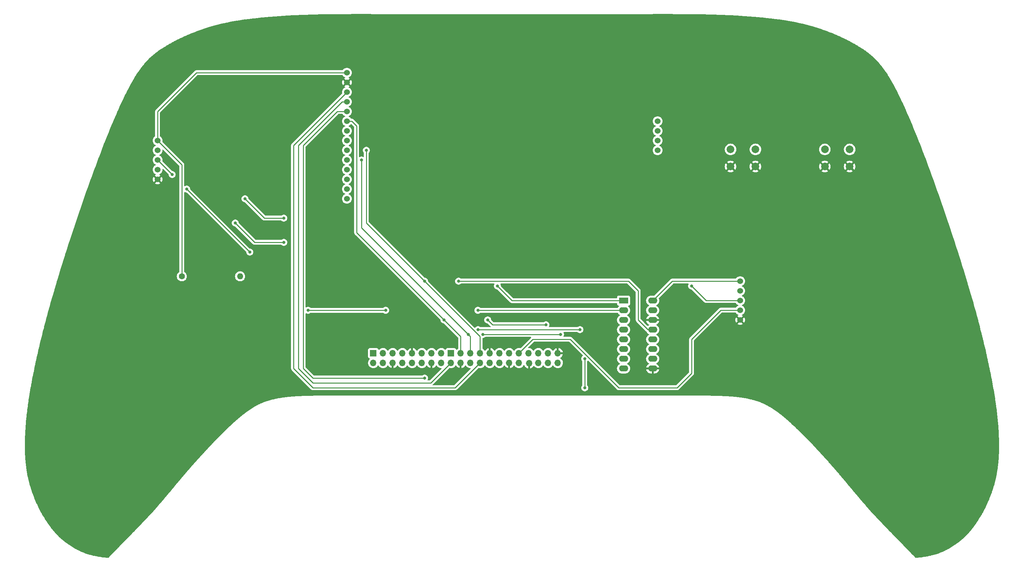
<source format=gtl>
G04 #@! TF.GenerationSoftware,KiCad,Pcbnew,(6.0.10)*
G04 #@! TF.CreationDate,2024-05-21T15:48:29-04:00*
G04 #@! TF.ProjectId,verycold,76657279-636f-46c6-942e-6b696361645f,rev?*
G04 #@! TF.SameCoordinates,Original*
G04 #@! TF.FileFunction,Copper,L1,Top*
G04 #@! TF.FilePolarity,Positive*
%FSLAX46Y46*%
G04 Gerber Fmt 4.6, Leading zero omitted, Abs format (unit mm)*
G04 Created by KiCad (PCBNEW (6.0.10)) date 2024-05-21 15:48:29*
%MOMM*%
%LPD*%
G01*
G04 APERTURE LIST*
G04 #@! TA.AperFunction,ComponentPad*
%ADD10C,1.524000*%
G04 #@! TD*
G04 #@! TA.AperFunction,ComponentPad*
%ADD11C,1.600000*%
G04 #@! TD*
G04 #@! TA.AperFunction,ComponentPad*
%ADD12O,1.600000X1.600000*%
G04 #@! TD*
G04 #@! TA.AperFunction,ComponentPad*
%ADD13C,2.000000*%
G04 #@! TD*
G04 #@! TA.AperFunction,ComponentPad*
%ADD14O,1.700000X1.700000*%
G04 #@! TD*
G04 #@! TA.AperFunction,ComponentPad*
%ADD15R,1.700000X1.700000*%
G04 #@! TD*
G04 #@! TA.AperFunction,ComponentPad*
%ADD16R,2.400000X1.600000*%
G04 #@! TD*
G04 #@! TA.AperFunction,ComponentPad*
%ADD17O,2.400000X1.600000*%
G04 #@! TD*
G04 #@! TA.AperFunction,ViaPad*
%ADD18C,0.800000*%
G04 #@! TD*
G04 #@! TA.AperFunction,Conductor*
%ADD19C,0.250000*%
G04 #@! TD*
G04 APERTURE END LIST*
D10*
X57150000Y-57150000D03*
X57150000Y-59690000D03*
X57150000Y-62230000D03*
X57150000Y-64770000D03*
X57150000Y-67310000D03*
D11*
X63500000Y-92710000D03*
D12*
X78740000Y-92710000D03*
D13*
X231700000Y-59455564D03*
X238200000Y-59455564D03*
X231700000Y-63955564D03*
X238200000Y-63955564D03*
D14*
X161835000Y-115395000D03*
X159295000Y-115395000D03*
X159295000Y-112855000D03*
X156755000Y-115395000D03*
X156755000Y-112855000D03*
X154215000Y-112855000D03*
X151675000Y-115395000D03*
X151675000Y-112855000D03*
X149135000Y-112855000D03*
X146595000Y-115395000D03*
X146595000Y-112855000D03*
X144055000Y-115395000D03*
X141515000Y-115395000D03*
X141515000Y-112855000D03*
X138975000Y-115395000D03*
X138975000Y-112855000D03*
X136435000Y-112855000D03*
X133895000Y-115395000D03*
X131355000Y-115395000D03*
X131355000Y-112855000D03*
X128815000Y-112855000D03*
X126275000Y-115395000D03*
X126275000Y-112855000D03*
X123735000Y-115395000D03*
X121195000Y-115395000D03*
X121195000Y-112855000D03*
X149135000Y-115395000D03*
X123735000Y-112855000D03*
X161835000Y-112855000D03*
X144055000Y-112855000D03*
X154349835Y-115506290D03*
X128815000Y-115395000D03*
X136435000Y-115395000D03*
X118655000Y-115395000D03*
X118655000Y-112855000D03*
X116115000Y-112855000D03*
X113575000Y-115395000D03*
X116115000Y-115395000D03*
D15*
X133895000Y-112855000D03*
X113575000Y-112855000D03*
D13*
X213545564Y-59455564D03*
X207045564Y-59455564D03*
X207045564Y-63955564D03*
X213545564Y-63955564D03*
D10*
X106680000Y-39370000D03*
X106680000Y-41910000D03*
X106680000Y-44450000D03*
X106680000Y-46990000D03*
X106680000Y-49530000D03*
X106680000Y-52070000D03*
X106680000Y-54610000D03*
X106680000Y-57150000D03*
X106680000Y-59690000D03*
X106680000Y-62230000D03*
X106680000Y-64770000D03*
X106680000Y-67310000D03*
X106680000Y-69850000D03*
X106680000Y-72390000D03*
X187960000Y-52070000D03*
X187960000Y-54610000D03*
X187960000Y-57150000D03*
X187960000Y-59690000D03*
X209550000Y-93980000D03*
X209550000Y-96520000D03*
X209550000Y-99060000D03*
X209550000Y-101600000D03*
X209550000Y-104140000D03*
D16*
X179055000Y-99075000D03*
D17*
X179055000Y-101615000D03*
X179055000Y-104155000D03*
X179055000Y-106695000D03*
X179055000Y-109235000D03*
X179055000Y-111775000D03*
X179055000Y-114315000D03*
X179055000Y-116855000D03*
X186675000Y-116855000D03*
X186675000Y-114315000D03*
X186675000Y-111775000D03*
X186675000Y-109235000D03*
X186675000Y-106695000D03*
X186675000Y-104155000D03*
X186675000Y-101615000D03*
X186675000Y-99075000D03*
D18*
X135890000Y-93980000D03*
X127000000Y-93980000D03*
X142240000Y-107950000D03*
X138430000Y-107950000D03*
X162560000Y-107950000D03*
X168910000Y-114300000D03*
X168910000Y-121920000D03*
X132080000Y-104140000D03*
X143510000Y-104140000D03*
X158750000Y-105410000D03*
X111760000Y-59690000D03*
X110490000Y-62230000D03*
X140970000Y-106680000D03*
X116825000Y-101615000D03*
X140955000Y-101615000D03*
X167640000Y-106680000D03*
X146050000Y-95250000D03*
X80010000Y-72390000D03*
X90170000Y-77470000D03*
X96535000Y-101615000D03*
X60960000Y-66040000D03*
X64770000Y-69850000D03*
X81280000Y-86360000D03*
X77470000Y-78740000D03*
X90170000Y-83820000D03*
X196850000Y-95250000D03*
X127000000Y-119380000D03*
D19*
X127000000Y-93980000D02*
X111760000Y-78740000D01*
X182880000Y-96520000D02*
X180340000Y-93980000D01*
X180340000Y-93980000D02*
X135890000Y-93980000D01*
X182880000Y-104140000D02*
X182880000Y-96520000D01*
X185435000Y-106695000D02*
X182880000Y-104140000D01*
X186675000Y-106695000D02*
X185435000Y-106695000D01*
X162560000Y-107950000D02*
X142240000Y-107950000D01*
X138430000Y-107950000D02*
X110490000Y-80010000D01*
X168910000Y-121920000D02*
X168910000Y-114300000D01*
X132080000Y-104140000D02*
X109220000Y-81280000D01*
X144780000Y-105410000D02*
X143510000Y-104140000D01*
X158750000Y-105410000D02*
X144780000Y-105410000D01*
X111760000Y-78740000D02*
X111760000Y-59690000D01*
X141515000Y-112855000D02*
X141515000Y-108495000D01*
X141515000Y-108495000D02*
X127000000Y-93980000D01*
X110490000Y-80010000D02*
X110490000Y-62230000D01*
X138975000Y-108495000D02*
X138430000Y-107950000D01*
X138975000Y-112855000D02*
X138975000Y-108495000D01*
X109220000Y-81280000D02*
X109220000Y-53340000D01*
X136435000Y-108495000D02*
X132080000Y-104140000D01*
X136435000Y-112855000D02*
X136435000Y-108495000D01*
X109220000Y-53340000D02*
X107950000Y-52070000D01*
X107950000Y-52070000D02*
X106680000Y-52070000D01*
X140970000Y-106680000D02*
X167640000Y-106680000D01*
X116825000Y-101615000D02*
X96535000Y-101615000D01*
X179055000Y-101615000D02*
X140955000Y-101615000D01*
X57150000Y-49530000D02*
X67310000Y-39370000D01*
X57150000Y-57150000D02*
X63500000Y-63500000D01*
X209550000Y-93980000D02*
X191770000Y-93980000D01*
X67310000Y-39370000D02*
X106680000Y-39370000D01*
X191770000Y-93980000D02*
X186675000Y-99075000D01*
X57150000Y-57150000D02*
X57150000Y-49530000D01*
X63500000Y-63500000D02*
X63500000Y-92710000D01*
X85090000Y-77470000D02*
X90170000Y-77470000D01*
X80010000Y-72390000D02*
X85090000Y-77470000D01*
X146050000Y-95250000D02*
X149875000Y-99075000D01*
X149875000Y-99075000D02*
X179055000Y-99075000D01*
X60960000Y-66040000D02*
X57150000Y-62230000D01*
X81280000Y-86360000D02*
X64770000Y-69850000D01*
X82550000Y-83820000D02*
X90170000Y-83820000D01*
X77470000Y-78740000D02*
X82550000Y-83820000D01*
X209550000Y-99060000D02*
X200660000Y-99060000D01*
X200660000Y-99060000D02*
X196850000Y-95250000D01*
X209550000Y-101600000D02*
X204470000Y-101600000D01*
X165100000Y-109220000D02*
X155310000Y-109220000D01*
X155310000Y-109220000D02*
X151675000Y-112855000D01*
X204470000Y-101600000D02*
X196850000Y-109220000D01*
X177800000Y-121920000D02*
X165100000Y-109220000D01*
X196850000Y-118110000D02*
X193040000Y-121920000D01*
X196850000Y-109220000D02*
X196850000Y-118110000D01*
X193040000Y-121920000D02*
X177800000Y-121920000D01*
X93980000Y-58420000D02*
X93980000Y-116840000D01*
X93980000Y-116840000D02*
X97790000Y-120650000D01*
X106680000Y-46990000D02*
X105410000Y-46990000D01*
X128640000Y-120650000D02*
X133895000Y-115395000D01*
X97790000Y-120650000D02*
X128640000Y-120650000D01*
X105410000Y-46990000D02*
X93980000Y-58420000D01*
X97790000Y-119380000D02*
X127000000Y-119380000D01*
X106680000Y-49530000D02*
X104140000Y-49530000D01*
X95250000Y-116840000D02*
X97790000Y-119380000D01*
X95250000Y-58420000D02*
X95250000Y-116840000D01*
X104140000Y-49530000D02*
X95250000Y-58420000D01*
X92710000Y-58420000D02*
X92710000Y-116840000D01*
X134990000Y-121920000D02*
X141515000Y-115395000D01*
X106680000Y-44450000D02*
X92710000Y-58420000D01*
X92710000Y-116840000D02*
X97790000Y-121920000D01*
X97790000Y-121920000D02*
X134990000Y-121920000D01*
G04 #@! TA.AperFunction,Conductor*
G36*
X189727743Y-24002064D02*
G01*
X190433456Y-24002189D01*
X190433618Y-24002189D01*
X191596719Y-24003884D01*
X191596916Y-24003885D01*
X192274040Y-24005931D01*
X192769064Y-24007427D01*
X192769296Y-24007496D01*
X192769296Y-24007428D01*
X193951457Y-24013186D01*
X193951725Y-24013188D01*
X195140970Y-24021511D01*
X195141274Y-24021514D01*
X196337425Y-24032770D01*
X196337765Y-24032773D01*
X197540042Y-24047331D01*
X198746311Y-24065537D01*
X198746469Y-24065540D01*
X199955702Y-24087759D01*
X199955734Y-24087759D01*
X201167053Y-24114356D01*
X201167265Y-24114362D01*
X201967277Y-24135044D01*
X202378795Y-24145683D01*
X202379327Y-24145698D01*
X203200351Y-24170389D01*
X203589682Y-24182097D01*
X203590191Y-24182113D01*
X204799250Y-24223979D01*
X204799731Y-24223997D01*
X205402494Y-24247827D01*
X206005185Y-24271654D01*
X206005849Y-24271682D01*
X207009764Y-24316669D01*
X207207272Y-24325520D01*
X207207961Y-24325552D01*
X208403426Y-24385897D01*
X208404103Y-24385934D01*
X208710143Y-24403242D01*
X209592790Y-24453160D01*
X209593606Y-24453209D01*
X210774224Y-24527672D01*
X210775098Y-24527730D01*
X211946134Y-24609766D01*
X211947070Y-24609835D01*
X213107794Y-24699836D01*
X213108794Y-24699918D01*
X214257470Y-24798196D01*
X214258541Y-24798292D01*
X214955598Y-24863926D01*
X215394163Y-24905221D01*
X215395263Y-24905330D01*
X216516541Y-25021253D01*
X216517670Y-25021376D01*
X217623304Y-25146637D01*
X217624618Y-25146793D01*
X218713352Y-25281736D01*
X218714761Y-25281919D01*
X219785239Y-25426872D01*
X219786751Y-25427085D01*
X220838012Y-25582427D01*
X220839634Y-25582678D01*
X221487915Y-25687123D01*
X221870120Y-25748700D01*
X221871791Y-25748982D01*
X222880251Y-25926016D01*
X222882128Y-25926360D01*
X223868256Y-26114911D01*
X223869942Y-26115245D01*
X224536643Y-26252171D01*
X224538041Y-26252467D01*
X225193983Y-26394954D01*
X225195379Y-26395265D01*
X225840355Y-26543060D01*
X225841750Y-26543388D01*
X226132955Y-26613612D01*
X226475679Y-26696260D01*
X226476915Y-26696565D01*
X226708353Y-26755171D01*
X227099986Y-26854343D01*
X227101375Y-26854703D01*
X227713601Y-27017173D01*
X227714985Y-27017549D01*
X228015756Y-27101044D01*
X228047163Y-27109762D01*
X228316527Y-27184538D01*
X228317906Y-27184929D01*
X228908980Y-27356275D01*
X228910352Y-27356682D01*
X229490864Y-27532138D01*
X229492229Y-27532559D01*
X230062548Y-27712015D01*
X230063738Y-27712397D01*
X230428714Y-27831790D01*
X230623846Y-27895623D01*
X230625194Y-27896072D01*
X231175221Y-28082890D01*
X231176557Y-28083352D01*
X231399546Y-28161892D01*
X231716651Y-28273582D01*
X231717842Y-28274009D01*
X232248107Y-28467465D01*
X232249420Y-28467953D01*
X232769777Y-28664373D01*
X232771071Y-28664869D01*
X233282178Y-28864274D01*
X233283259Y-28864703D01*
X233601367Y-28992851D01*
X233784745Y-29066724D01*
X233786014Y-29067243D01*
X234278009Y-29271693D01*
X234279256Y-29272219D01*
X234762203Y-29479053D01*
X234763225Y-29479497D01*
X235237114Y-29688477D01*
X235238174Y-29688952D01*
X235565641Y-29837522D01*
X235702852Y-29899774D01*
X235704051Y-29900325D01*
X236159867Y-30112908D01*
X236161045Y-30113465D01*
X236608161Y-30327648D01*
X236609146Y-30328127D01*
X236942574Y-30492053D01*
X237047429Y-30543604D01*
X237048564Y-30544169D01*
X237459063Y-30751140D01*
X237478450Y-30760915D01*
X237479539Y-30761471D01*
X237621490Y-30834813D01*
X237900898Y-30979177D01*
X237901985Y-30979745D01*
X238315213Y-31198373D01*
X238316201Y-31198902D01*
X238499345Y-31298052D01*
X238721129Y-31418121D01*
X238722165Y-31418688D01*
X239026277Y-31587033D01*
X239063110Y-31607422D01*
X239119040Y-31638383D01*
X239120019Y-31638931D01*
X239508981Y-31858932D01*
X239509798Y-31859399D01*
X239891135Y-32079623D01*
X239891985Y-32080120D01*
X240265653Y-32300299D01*
X240266290Y-32300677D01*
X240446027Y-32408501D01*
X240560665Y-32477273D01*
X240561503Y-32477781D01*
X240850544Y-32654250D01*
X240851424Y-32654792D01*
X240955026Y-32719292D01*
X241135666Y-32831755D01*
X241136695Y-32832403D01*
X241415842Y-33009957D01*
X241416964Y-33010679D01*
X241691578Y-33189462D01*
X241692766Y-33190245D01*
X241963024Y-33370647D01*
X241964217Y-33371454D01*
X242142047Y-33493368D01*
X242230249Y-33553836D01*
X242231616Y-33554787D01*
X242493717Y-33739613D01*
X242495154Y-33740641D01*
X242508515Y-33750346D01*
X242740535Y-33918879D01*
X242753583Y-33928357D01*
X242755054Y-33929442D01*
X242804679Y-33966619D01*
X243009989Y-34120432D01*
X243011538Y-34121611D01*
X243263372Y-34316426D01*
X243264963Y-34317678D01*
X243513749Y-34516606D01*
X243515373Y-34517927D01*
X243761502Y-34721524D01*
X243763148Y-34722909D01*
X244006918Y-34931667D01*
X244008576Y-34933112D01*
X244250158Y-35147417D01*
X244251818Y-35148916D01*
X244491452Y-35369217D01*
X244493104Y-35370763D01*
X244731199Y-35597671D01*
X244732833Y-35599258D01*
X244969343Y-35832957D01*
X244970952Y-35834575D01*
X245206451Y-36075859D01*
X245207984Y-36077458D01*
X245343423Y-36221333D01*
X245442547Y-36326631D01*
X245444008Y-36328211D01*
X245677912Y-36585786D01*
X245679354Y-36587404D01*
X245912832Y-36853859D01*
X245914190Y-36855436D01*
X246115093Y-37092959D01*
X246147382Y-37131134D01*
X246148762Y-37132794D01*
X246357137Y-37387899D01*
X246381980Y-37418314D01*
X246383302Y-37419961D01*
X246616682Y-37715663D01*
X246617945Y-37717290D01*
X246662553Y-37775750D01*
X246851842Y-38023820D01*
X246852977Y-38025334D01*
X247087460Y-38342967D01*
X247088565Y-38344488D01*
X247323928Y-38673803D01*
X247324995Y-38675319D01*
X247487944Y-38910634D01*
X247561372Y-39016672D01*
X247562372Y-39018138D01*
X247798636Y-39370000D01*
X247800010Y-39372047D01*
X247800968Y-39373495D01*
X248040042Y-39740372D01*
X248040928Y-39741750D01*
X248280796Y-40120711D01*
X248281921Y-40122523D01*
X248496036Y-40474488D01*
X248735509Y-40868136D01*
X248736842Y-40870380D01*
X249195495Y-41660741D01*
X249196635Y-41662748D01*
X249660701Y-42497282D01*
X249661683Y-42499082D01*
X250130662Y-43375785D01*
X250131455Y-43377293D01*
X250604691Y-44293840D01*
X250605432Y-44295298D01*
X251082458Y-45249678D01*
X251083117Y-45251017D01*
X251563332Y-46240939D01*
X251563917Y-46242161D01*
X251827604Y-46800949D01*
X252046941Y-47265753D01*
X252046942Y-47265756D01*
X252047450Y-47266846D01*
X252369484Y-47966977D01*
X252532815Y-48322073D01*
X252533281Y-48323100D01*
X252995353Y-49351855D01*
X253020282Y-49407358D01*
X253020701Y-49408299D01*
X253432327Y-50345270D01*
X253509263Y-50520398D01*
X253509621Y-50521221D01*
X253999109Y-51658709D01*
X253999346Y-51659266D01*
X254358920Y-52511178D01*
X254489262Y-52819987D01*
X254489576Y-52820737D01*
X254979412Y-54002493D01*
X254979699Y-54003190D01*
X255469246Y-55204514D01*
X255469508Y-55205163D01*
X255958018Y-56423270D01*
X255958259Y-56423875D01*
X256159791Y-56934016D01*
X256419404Y-57591178D01*
X256445622Y-57657545D01*
X256445757Y-57657889D01*
X256931437Y-58904856D01*
X257261289Y-59763143D01*
X257414906Y-60162859D01*
X257415095Y-60163354D01*
X257484021Y-60344980D01*
X257895822Y-61430105D01*
X258034201Y-61799114D01*
X258373590Y-62704151D01*
X258373753Y-62704587D01*
X258778793Y-63796920D01*
X258848134Y-63983924D01*
X259318517Y-65266051D01*
X259784549Y-66549147D01*
X260245937Y-67831588D01*
X260701825Y-69110162D01*
X260701938Y-69110479D01*
X261152279Y-70384233D01*
X261152384Y-70384530D01*
X261596747Y-71651449D01*
X261596844Y-71651728D01*
X261776754Y-72168537D01*
X262034747Y-72909647D01*
X262465638Y-74156195D01*
X262889263Y-75389857D01*
X263303579Y-76603891D01*
X263305103Y-76608358D01*
X263305171Y-76608558D01*
X263660586Y-77655730D01*
X263660650Y-77655918D01*
X264010316Y-78691508D01*
X264010381Y-78691702D01*
X264043313Y-78789760D01*
X264353559Y-79713558D01*
X264353703Y-79713988D01*
X264353770Y-79714188D01*
X264640792Y-80573594D01*
X264691180Y-80724468D01*
X265022799Y-81723139D01*
X265348493Y-82709812D01*
X265668671Y-83685755D01*
X265983114Y-84650317D01*
X266291997Y-85604048D01*
X266292074Y-85604285D01*
X266595590Y-86547797D01*
X266595576Y-86547802D01*
X266595666Y-86548034D01*
X266708694Y-86901852D01*
X266893715Y-87481031D01*
X266893795Y-87481280D01*
X267186973Y-88405642D01*
X267187053Y-88405897D01*
X267474568Y-89319128D01*
X267474650Y-89319389D01*
X267757524Y-90224746D01*
X267757608Y-90225014D01*
X268035401Y-91121104D01*
X268035485Y-91121377D01*
X268308345Y-92008662D01*
X268308430Y-92008941D01*
X268576477Y-92887820D01*
X268576564Y-92888105D01*
X268840184Y-93759843D01*
X268840271Y-93760133D01*
X269096960Y-94616379D01*
X269099067Y-94623409D01*
X269341667Y-95439928D01*
X269353554Y-95479937D01*
X269353643Y-95480238D01*
X269603682Y-96329548D01*
X269603771Y-96329854D01*
X269784898Y-96950886D01*
X269849378Y-97171971D01*
X270090957Y-98008273D01*
X270328419Y-98838439D01*
X270561849Y-99662739D01*
X270791374Y-100481600D01*
X271016896Y-101294646D01*
X271238779Y-102103136D01*
X271457038Y-102907115D01*
X271671690Y-103706585D01*
X271841296Y-104345431D01*
X271882793Y-104501737D01*
X271882884Y-104502080D01*
X272090706Y-105293855D01*
X272090787Y-105294167D01*
X272102533Y-105339391D01*
X272255429Y-105928041D01*
X272417872Y-106559452D01*
X272578356Y-107189398D01*
X272682842Y-107603691D01*
X272736391Y-107816019D01*
X272736466Y-107816317D01*
X272882916Y-108403030D01*
X272892370Y-108440907D01*
X273046096Y-109063355D01*
X273143746Y-109463087D01*
X273197468Y-109682998D01*
X273197544Y-109683314D01*
X273346447Y-110299741D01*
X273346525Y-110300062D01*
X273493374Y-110915046D01*
X273493451Y-110915374D01*
X273637700Y-111526705D01*
X273637779Y-111527038D01*
X273779690Y-112135859D01*
X273779768Y-112136200D01*
X273919223Y-112742083D01*
X273919303Y-112742430D01*
X274056469Y-113346170D01*
X274191195Y-113947175D01*
X274323425Y-114545267D01*
X274453075Y-115140135D01*
X274580288Y-115732506D01*
X274704870Y-116321545D01*
X274826833Y-116907386D01*
X274946267Y-117490536D01*
X275062985Y-118070172D01*
X275177109Y-118646973D01*
X275288480Y-119220224D01*
X275389771Y-119751556D01*
X275397108Y-119790045D01*
X275397148Y-119790254D01*
X275397150Y-119790266D01*
X275420828Y-119916944D01*
X275503078Y-120356984D01*
X275503162Y-120357438D01*
X275606250Y-120920387D01*
X275706625Y-121480347D01*
X275804162Y-122036733D01*
X275898861Y-122589641D01*
X275990677Y-123138908D01*
X276079600Y-123684583D01*
X276158832Y-124183932D01*
X276165551Y-124226277D01*
X276165627Y-124226763D01*
X276234495Y-124672035D01*
X276234565Y-124672487D01*
X276301490Y-125115849D01*
X276301559Y-125116313D01*
X276339747Y-125375830D01*
X276366214Y-125555695D01*
X276366355Y-125556656D01*
X276366424Y-125557131D01*
X276426869Y-125979060D01*
X276429257Y-125995729D01*
X276481131Y-126368171D01*
X276489931Y-126431356D01*
X276490000Y-126431854D01*
X276548621Y-126865406D01*
X276548689Y-126865916D01*
X276605155Y-127296778D01*
X276605222Y-127297300D01*
X276659578Y-127725932D01*
X276659644Y-127726466D01*
X276711847Y-128152701D01*
X276711902Y-128153158D01*
X276744028Y-128425299D01*
X276761942Y-128577050D01*
X276762002Y-128577562D01*
X276809917Y-128999603D01*
X276853370Y-129398525D01*
X276855659Y-129419535D01*
X276855694Y-129419863D01*
X276893674Y-129784257D01*
X276899205Y-129837329D01*
X276899266Y-129837923D01*
X276940581Y-130253411D01*
X276940640Y-130254019D01*
X276979714Y-130667283D01*
X276979770Y-130667901D01*
X277016569Y-131078691D01*
X277016624Y-131079322D01*
X277051201Y-131488440D01*
X277051253Y-131489078D01*
X277080187Y-131853683D01*
X277083557Y-131896157D01*
X277083607Y-131896812D01*
X277113610Y-132301686D01*
X277113658Y-132302354D01*
X277119499Y-132387291D01*
X277141385Y-132705547D01*
X277141387Y-132705582D01*
X277141409Y-132705903D01*
X277141411Y-132705938D01*
X277147149Y-132796543D01*
X277166846Y-133107560D01*
X277166888Y-133108252D01*
X277189964Y-133507443D01*
X277190003Y-133508148D01*
X277194027Y-133585249D01*
X277210762Y-133905888D01*
X277210765Y-133905952D01*
X277210794Y-133906544D01*
X277227152Y-134258486D01*
X277229186Y-134302238D01*
X277229217Y-134302934D01*
X277245257Y-134697233D01*
X277245277Y-134697746D01*
X277258888Y-135088964D01*
X277258926Y-135090065D01*
X277258946Y-135090679D01*
X277263062Y-135233552D01*
X277270208Y-135481631D01*
X277270227Y-135482395D01*
X277279064Y-135871045D01*
X277279080Y-135871820D01*
X277285505Y-136259346D01*
X277285515Y-136260134D01*
X277289498Y-136645764D01*
X277289504Y-136646562D01*
X277290617Y-136925218D01*
X277290723Y-136951613D01*
X277291038Y-137030598D01*
X277291039Y-137031407D01*
X277290645Y-137193326D01*
X277290172Y-137388240D01*
X277290108Y-137414372D01*
X277290104Y-137415066D01*
X277288266Y-137625372D01*
X277287023Y-137767563D01*
X277287014Y-137768359D01*
X277286884Y-137776999D01*
X277282009Y-138100837D01*
X277281725Y-138119668D01*
X277281709Y-138120500D01*
X277278456Y-138270663D01*
X277274421Y-138456935D01*
X277274127Y-138470485D01*
X277274106Y-138471353D01*
X277264137Y-138820375D01*
X277264108Y-138821279D01*
X277261717Y-138888182D01*
X277252154Y-139155713D01*
X277251667Y-139169331D01*
X277251636Y-139170108D01*
X277248428Y-139244333D01*
X277236651Y-139516810D01*
X277236606Y-139517782D01*
X277218962Y-139864018D01*
X277218912Y-139864909D01*
X277208539Y-140040759D01*
X277198540Y-140210249D01*
X277198478Y-140211241D01*
X277194195Y-140274893D01*
X277175282Y-140555959D01*
X277175205Y-140557030D01*
X277164797Y-140694248D01*
X277151984Y-140863184D01*
X277149129Y-140900818D01*
X277149043Y-140901898D01*
X277139033Y-141020117D01*
X277119944Y-141245551D01*
X277119843Y-141246681D01*
X277087689Y-141589641D01*
X277087575Y-141590800D01*
X277052236Y-141933627D01*
X277052108Y-141934812D01*
X277013540Y-142277179D01*
X277013398Y-142278390D01*
X276971454Y-142620890D01*
X276971296Y-142622123D01*
X276925955Y-142964341D01*
X276925782Y-142965599D01*
X276876900Y-143308020D01*
X276876891Y-143308080D01*
X276876712Y-143309288D01*
X276846446Y-143506822D01*
X276824237Y-143651764D01*
X276824032Y-143653058D01*
X276767856Y-143995824D01*
X276767646Y-143997068D01*
X276738003Y-144166681D01*
X276707638Y-144340424D01*
X276707398Y-144341752D01*
X276663798Y-144576386D01*
X276643591Y-144685128D01*
X276643348Y-144686401D01*
X276595516Y-144929129D01*
X276575505Y-145030676D01*
X276575239Y-145031987D01*
X276524190Y-145276869D01*
X276503372Y-145376731D01*
X276503080Y-145378094D01*
X276427080Y-145723486D01*
X276426771Y-145724855D01*
X276346532Y-146071088D01*
X276346205Y-146072464D01*
X276261624Y-146419668D01*
X276261280Y-146421048D01*
X276172285Y-146769234D01*
X276171923Y-146770615D01*
X276078426Y-147119875D01*
X276078048Y-147121257D01*
X275979923Y-147471796D01*
X275979531Y-147473164D01*
X275888532Y-147784546D01*
X275876765Y-147824809D01*
X275876362Y-147826162D01*
X275776374Y-148154362D01*
X275768690Y-148179583D01*
X275768285Y-148180883D01*
X275655874Y-148535324D01*
X275655868Y-148535342D01*
X275655420Y-148536727D01*
X275525535Y-148929905D01*
X275525092Y-148931219D01*
X275441606Y-149173805D01*
X275389315Y-149325745D01*
X275388803Y-149327204D01*
X275247087Y-149723130D01*
X275246605Y-149724449D01*
X275104486Y-150106757D01*
X275099014Y-150121477D01*
X275098476Y-150122897D01*
X274946771Y-150516335D01*
X274945245Y-150520292D01*
X274944725Y-150521619D01*
X274785661Y-150919760D01*
X274785131Y-150921062D01*
X274713706Y-151093771D01*
X274620488Y-151319176D01*
X274619899Y-151320575D01*
X274564129Y-151450958D01*
X274451568Y-151714112D01*
X274449834Y-151718165D01*
X274449227Y-151719560D01*
X274273667Y-152116667D01*
X274273065Y-152118008D01*
X274162317Y-152360522D01*
X274092180Y-152514107D01*
X274091534Y-152515500D01*
X273905355Y-152910381D01*
X273904687Y-152911776D01*
X273786420Y-153154836D01*
X273713335Y-153305041D01*
X273713318Y-153305075D01*
X273712652Y-153306423D01*
X273535751Y-153658815D01*
X273516173Y-153697816D01*
X273515463Y-153699209D01*
X273470325Y-153786384D01*
X273313974Y-154088349D01*
X273313230Y-154089763D01*
X273106802Y-154476353D01*
X273106029Y-154477778D01*
X272894771Y-154861453D01*
X272893968Y-154862890D01*
X272677908Y-155243436D01*
X272677072Y-155244886D01*
X272456345Y-155621891D01*
X272455473Y-155623357D01*
X272230188Y-155996470D01*
X272229278Y-155997954D01*
X271999502Y-156366892D01*
X271998552Y-156368394D01*
X271764770Y-156732224D01*
X271764330Y-156732908D01*
X271763359Y-156734396D01*
X271561340Y-157039033D01*
X271524834Y-157094082D01*
X271523792Y-157095628D01*
X271281053Y-157450170D01*
X271279962Y-157451738D01*
X271033072Y-157800865D01*
X271031926Y-157802458D01*
X270781026Y-158145785D01*
X270779841Y-158147380D01*
X270570192Y-158424819D01*
X270524960Y-158484676D01*
X270523748Y-158486252D01*
X270290278Y-158784851D01*
X270265073Y-158817087D01*
X270263740Y-158818763D01*
X270001304Y-159142899D01*
X269999899Y-159144604D01*
X269733833Y-159461692D01*
X269732368Y-159463406D01*
X269583843Y-159634041D01*
X269462739Y-159773172D01*
X269461173Y-159774937D01*
X269188159Y-160076981D01*
X269186532Y-160078747D01*
X268909778Y-160373258D01*
X268908343Y-160374758D01*
X268673698Y-160615463D01*
X268672267Y-160616905D01*
X268435148Y-160852150D01*
X268433658Y-160853604D01*
X268200599Y-161077277D01*
X268194169Y-161083448D01*
X268192692Y-161084843D01*
X268074855Y-161194267D01*
X267951098Y-161309189D01*
X267949580Y-161310576D01*
X267706014Y-161529463D01*
X267704487Y-161530813D01*
X267459101Y-161744262D01*
X267457610Y-161745539D01*
X267210481Y-161953631D01*
X267209061Y-161954808D01*
X266960355Y-162157550D01*
X266958827Y-162158775D01*
X266938308Y-162174969D01*
X266708835Y-162356074D01*
X266707275Y-162357286D01*
X266455955Y-162549318D01*
X266454388Y-162550496D01*
X266202010Y-162737190D01*
X266200437Y-162738335D01*
X265947073Y-162919772D01*
X265945493Y-162920885D01*
X265835210Y-162997329D01*
X265691297Y-163097084D01*
X265689730Y-163098152D01*
X265434893Y-163269107D01*
X265433302Y-163270158D01*
X265177932Y-163435923D01*
X265176335Y-163436942D01*
X264946418Y-163581318D01*
X264920653Y-163597497D01*
X264919049Y-163598488D01*
X264662962Y-163754004D01*
X264661352Y-163754965D01*
X264405277Y-163905303D01*
X264403745Y-163906187D01*
X264147713Y-164051444D01*
X264147680Y-164051463D01*
X264146092Y-164052349D01*
X263890288Y-164192532D01*
X263888714Y-164193379D01*
X263633252Y-164328531D01*
X263631656Y-164329361D01*
X263376582Y-164459560D01*
X263375019Y-164460343D01*
X263196206Y-164548342D01*
X263120775Y-164585464D01*
X263119120Y-164586264D01*
X262865671Y-164706433D01*
X262864078Y-164707174D01*
X262773121Y-164748686D01*
X262611448Y-164822471D01*
X262609770Y-164823221D01*
X262358546Y-164933477D01*
X262356867Y-164934200D01*
X262128195Y-165030602D01*
X262106789Y-165039626D01*
X262105085Y-165040330D01*
X261856442Y-165140893D01*
X261854723Y-165141574D01*
X261607593Y-165237331D01*
X261605858Y-165237988D01*
X261360573Y-165328899D01*
X261358951Y-165329487D01*
X261115270Y-165415723D01*
X261113609Y-165416296D01*
X260873395Y-165497301D01*
X260871123Y-165498043D01*
X260500958Y-165615099D01*
X260498234Y-165615927D01*
X260133716Y-165722199D01*
X260131061Y-165722942D01*
X259962402Y-165768133D01*
X259770394Y-165819581D01*
X259767897Y-165820221D01*
X259420227Y-165905586D01*
X259410876Y-165907882D01*
X259408421Y-165908459D01*
X259054478Y-165987888D01*
X259052154Y-165988387D01*
X258700947Y-166060269D01*
X258698806Y-166060688D01*
X258614566Y-166076390D01*
X258349934Y-166125719D01*
X258347925Y-166126077D01*
X258000855Y-166184973D01*
X257999029Y-166185269D01*
X257888054Y-166202429D01*
X257653521Y-166238694D01*
X257652017Y-166238917D01*
X257322615Y-166285454D01*
X257307517Y-166287587D01*
X257306108Y-166287778D01*
X256962563Y-166332337D01*
X256961403Y-166332483D01*
X256618009Y-166373684D01*
X256617224Y-166373775D01*
X256273762Y-166412294D01*
X256273215Y-166412354D01*
X256098817Y-166430884D01*
X255929606Y-166448862D01*
X255929120Y-166448913D01*
X255585105Y-166484113D01*
X255584979Y-166484126D01*
X255584865Y-166484137D01*
X255573738Y-166485254D01*
X255546163Y-166488022D01*
X255476386Y-166474924D01*
X255442845Y-166450079D01*
X255216610Y-166215286D01*
X255216466Y-166215124D01*
X255216307Y-166214900D01*
X255188712Y-166186334D01*
X255163900Y-166160583D01*
X255163684Y-166160415D01*
X255163519Y-166160256D01*
X254755305Y-165737682D01*
X254755177Y-165737539D01*
X254755032Y-165737334D01*
X254727933Y-165709348D01*
X254702523Y-165683044D01*
X254702324Y-165682889D01*
X254702172Y-165682743D01*
X254300413Y-165267830D01*
X254300288Y-165267690D01*
X254300156Y-165267505D01*
X254272790Y-165239304D01*
X254264648Y-165230896D01*
X254248015Y-165213717D01*
X254248011Y-165213713D01*
X254247548Y-165213235D01*
X254247367Y-165213095D01*
X254247231Y-165212964D01*
X253851802Y-164805460D01*
X253851689Y-164805335D01*
X253851572Y-164805170D01*
X253823914Y-164776722D01*
X253798869Y-164750912D01*
X253798705Y-164750786D01*
X253798588Y-164750674D01*
X253409369Y-164350338D01*
X253409278Y-164350236D01*
X253409172Y-164350086D01*
X253407181Y-164348041D01*
X253381253Y-164321417D01*
X253381181Y-164321343D01*
X253373194Y-164313128D01*
X253356378Y-164295832D01*
X253356237Y-164295723D01*
X253356142Y-164295632D01*
X253202997Y-164138376D01*
X252973003Y-163902208D01*
X252972943Y-163902140D01*
X252972851Y-163902012D01*
X252945601Y-163874070D01*
X252919970Y-163847751D01*
X252919850Y-163847658D01*
X252919759Y-163847571D01*
X252542641Y-163460878D01*
X252542571Y-163460801D01*
X252542500Y-163460701D01*
X252514748Y-163432277D01*
X252489538Y-163406427D01*
X252489440Y-163406352D01*
X252489365Y-163406280D01*
X252487205Y-163404067D01*
X252272378Y-163184039D01*
X252118119Y-163026044D01*
X252118065Y-163025984D01*
X252118015Y-163025915D01*
X252117835Y-163025731D01*
X252117827Y-163025722D01*
X252091012Y-162998282D01*
X252090975Y-162998244D01*
X252065173Y-162971817D01*
X252065162Y-162971807D01*
X252064975Y-162971615D01*
X252064901Y-162971558D01*
X252064842Y-162971502D01*
X251856507Y-162758310D01*
X251699360Y-162597498D01*
X251699324Y-162597459D01*
X251699289Y-162597409D01*
X251671509Y-162568997D01*
X251652856Y-162549909D01*
X251646307Y-162543208D01*
X251646177Y-162543075D01*
X251646125Y-162543035D01*
X251646101Y-162543012D01*
X251286249Y-162174982D01*
X251286231Y-162174962D01*
X251286214Y-162174938D01*
X251286154Y-162174877D01*
X251286148Y-162174870D01*
X251255704Y-162143743D01*
X251255692Y-162143731D01*
X251233091Y-162120616D01*
X251233088Y-162120613D01*
X251233037Y-162120561D01*
X251233016Y-162120545D01*
X251233000Y-162120530D01*
X251230842Y-162118323D01*
X250849861Y-161728790D01*
X250445666Y-161315505D01*
X250445650Y-161315488D01*
X250052807Y-160913659D01*
X250052775Y-160913627D01*
X249660469Y-160512057D01*
X249660422Y-160512008D01*
X249273521Y-160115545D01*
X249273457Y-160115480D01*
X248892487Y-159724530D01*
X248892407Y-159724448D01*
X248857442Y-159688501D01*
X248516400Y-159337887D01*
X248318599Y-159134082D01*
X248144585Y-158954787D01*
X248144470Y-158954668D01*
X247777590Y-158575661D01*
X247777458Y-158575524D01*
X247415159Y-158200115D01*
X247415008Y-158199959D01*
X247057361Y-157828088D01*
X247057191Y-157827911D01*
X247057091Y-157827806D01*
X246703609Y-157458834D01*
X246354090Y-157092422D01*
X246009187Y-156729122D01*
X245667848Y-156367695D01*
X245424134Y-156108173D01*
X245330835Y-156008822D01*
X245330572Y-156008541D01*
X245120680Y-155783661D01*
X244997473Y-155651656D01*
X244667865Y-155296178D01*
X244341794Y-154942033D01*
X244026817Y-154597358D01*
X244019515Y-154589367D01*
X244019179Y-154588998D01*
X243972659Y-154537685D01*
X243700114Y-154237060D01*
X243384255Y-153885714D01*
X243109820Y-153577935D01*
X243109539Y-153577618D01*
X242837283Y-153270007D01*
X242837065Y-153269761D01*
X242566430Y-152961811D01*
X242520937Y-152909698D01*
X242297804Y-152654095D01*
X242297546Y-152653799D01*
X242029874Y-152345239D01*
X241763797Y-152036705D01*
X241498253Y-151727100D01*
X241233717Y-151417111D01*
X240969836Y-151106466D01*
X240705755Y-150794293D01*
X240703754Y-150791918D01*
X240604766Y-150674472D01*
X240442682Y-150482162D01*
X240442599Y-150481972D01*
X240442554Y-150482010D01*
X240179258Y-150168604D01*
X240179292Y-150168575D01*
X240179150Y-150168475D01*
X239914920Y-149853089D01*
X239650819Y-149537129D01*
X239650747Y-149537042D01*
X239385431Y-149219052D01*
X239385376Y-149218987D01*
X239119813Y-148900264D01*
X239119778Y-148900221D01*
X238850506Y-148576756D01*
X238850488Y-148576735D01*
X238606505Y-148283520D01*
X238559798Y-148227388D01*
X238559797Y-148227387D01*
X238338113Y-147960973D01*
X238338101Y-147960957D01*
X238338073Y-147960911D01*
X238312738Y-147930478D01*
X238312368Y-147930033D01*
X238312351Y-147930013D01*
X238289530Y-147902587D01*
X238289528Y-147902585D01*
X238289445Y-147902485D01*
X238289414Y-147902458D01*
X238289382Y-147902422D01*
X238134963Y-147716929D01*
X238065912Y-147633982D01*
X238065876Y-147633935D01*
X238065825Y-147633850D01*
X238040259Y-147603167D01*
X238017248Y-147575525D01*
X238017182Y-147575465D01*
X238017128Y-147575405D01*
X237861960Y-147389179D01*
X237791665Y-147304813D01*
X237791600Y-147304729D01*
X237791527Y-147304607D01*
X237765904Y-147273895D01*
X237765872Y-147273820D01*
X237765854Y-147273835D01*
X237765842Y-147273820D01*
X237742985Y-147246389D01*
X237742886Y-147246300D01*
X237742802Y-147246206D01*
X237741226Y-147244317D01*
X237515142Y-146973334D01*
X237515057Y-146973225D01*
X237514962Y-146973066D01*
X237489555Y-146942666D01*
X237466443Y-146914964D01*
X237466306Y-146914841D01*
X237466213Y-146914737D01*
X237236143Y-146639451D01*
X237236028Y-146639302D01*
X237235913Y-146639112D01*
X237210631Y-146608925D01*
X237210578Y-146608803D01*
X237210549Y-146608827D01*
X237210529Y-146608803D01*
X237187403Y-146581133D01*
X237187244Y-146580990D01*
X237187104Y-146580834D01*
X236954437Y-146303034D01*
X236954298Y-146302855D01*
X236954161Y-146302628D01*
X236928646Y-146272240D01*
X236928582Y-146272094D01*
X236928548Y-146272123D01*
X236925401Y-146268366D01*
X236905648Y-146244781D01*
X236905457Y-146244610D01*
X236905308Y-146244444D01*
X236669799Y-145963956D01*
X236669648Y-145963762D01*
X236669493Y-145963506D01*
X236656683Y-145948293D01*
X236644503Y-145933828D01*
X236644389Y-145933693D01*
X236621529Y-145906467D01*
X236621526Y-145906463D01*
X236620962Y-145905792D01*
X236620736Y-145905590D01*
X236620558Y-145905393D01*
X236619347Y-145903954D01*
X236382051Y-145622150D01*
X236381867Y-145621914D01*
X236381690Y-145621622D01*
X236356207Y-145591457D01*
X236333131Y-145564053D01*
X236332877Y-145563827D01*
X236332687Y-145563617D01*
X236090917Y-145277429D01*
X236090731Y-145277191D01*
X236090534Y-145276869D01*
X236065337Y-145247149D01*
X236041934Y-145219447D01*
X236041649Y-145219194D01*
X236041433Y-145218956D01*
X236039587Y-145216778D01*
X235882918Y-145031989D01*
X235796239Y-144929752D01*
X235796021Y-144929475D01*
X235795809Y-144929129D01*
X235770502Y-144899396D01*
X235747156Y-144871860D01*
X235746850Y-144871589D01*
X235746605Y-144871321D01*
X235497778Y-144578976D01*
X235497532Y-144578665D01*
X235497300Y-144578289D01*
X235471645Y-144548274D01*
X235448582Y-144521178D01*
X235448250Y-144520886D01*
X235448006Y-144520619D01*
X235446466Y-144518817D01*
X235195283Y-144224949D01*
X235195041Y-144224643D01*
X235194788Y-144224235D01*
X235169218Y-144194454D01*
X235145995Y-144167285D01*
X235145639Y-144166972D01*
X235145371Y-144166681D01*
X235113847Y-144129966D01*
X234888579Y-143867603D01*
X234888323Y-143867280D01*
X234888057Y-143866854D01*
X234886685Y-143865263D01*
X234862727Y-143837494D01*
X234862706Y-143837470D01*
X234839179Y-143810068D01*
X234838799Y-143809735D01*
X234838506Y-143809418D01*
X234703675Y-143653134D01*
X234577440Y-143506813D01*
X234577144Y-143506443D01*
X234576839Y-143505957D01*
X234551230Y-143476433D01*
X234534976Y-143457593D01*
X234528972Y-143450633D01*
X234528965Y-143450626D01*
X234527919Y-143449413D01*
X234527497Y-143449045D01*
X234527158Y-143448681D01*
X234227884Y-143103658D01*
X234211711Y-143085012D01*
X234211380Y-143084600D01*
X234211054Y-143084083D01*
X234196133Y-143066980D01*
X234185641Y-143054954D01*
X234185406Y-143054683D01*
X234163194Y-143029076D01*
X234163178Y-143029059D01*
X234162047Y-143027755D01*
X234161586Y-143027356D01*
X234161219Y-143026963D01*
X234159192Y-143024639D01*
X233840115Y-142658916D01*
X233839786Y-142658510D01*
X233839462Y-142657999D01*
X233814024Y-142629010D01*
X233790291Y-142601808D01*
X233789828Y-142601409D01*
X233789457Y-142601014D01*
X233463090Y-142229095D01*
X233462760Y-142228689D01*
X233462432Y-142228177D01*
X233436793Y-142199128D01*
X233413102Y-142172131D01*
X233412635Y-142171731D01*
X233412271Y-142171346D01*
X233410907Y-142169800D01*
X233080993Y-141796015D01*
X233080666Y-141795615D01*
X233080333Y-141795098D01*
X233079182Y-141793801D01*
X233079175Y-141793793D01*
X233054721Y-141766249D01*
X233054479Y-141765975D01*
X233032011Y-141740519D01*
X233032000Y-141740507D01*
X233030846Y-141739200D01*
X233030377Y-141738801D01*
X233030005Y-141738410D01*
X233028643Y-141736875D01*
X232694209Y-141360171D01*
X232693871Y-141359761D01*
X232693535Y-141359242D01*
X232667692Y-141330303D01*
X232643893Y-141303496D01*
X232643422Y-141303097D01*
X232643046Y-141302704D01*
X232303087Y-140922018D01*
X232302749Y-140921609D01*
X232302407Y-140921085D01*
X232276513Y-140892260D01*
X232252613Y-140865497D01*
X232252136Y-140865096D01*
X232251754Y-140864699D01*
X231908016Y-140482056D01*
X231907668Y-140481638D01*
X231907319Y-140481106D01*
X231881238Y-140452247D01*
X231857374Y-140425682D01*
X231856889Y-140425276D01*
X231856499Y-140424874D01*
X231855145Y-140423375D01*
X231509356Y-140040755D01*
X231508996Y-140040325D01*
X231508641Y-140039787D01*
X231482460Y-140010993D01*
X231458545Y-139984531D01*
X231458054Y-139984123D01*
X231457659Y-139983717D01*
X231107472Y-139598584D01*
X231107107Y-139598152D01*
X231106744Y-139597605D01*
X231080559Y-139568985D01*
X231056499Y-139542524D01*
X231055997Y-139542109D01*
X231055590Y-139541694D01*
X230702749Y-139156043D01*
X230702366Y-139155592D01*
X230701996Y-139155038D01*
X230675727Y-139126508D01*
X230651601Y-139100138D01*
X230651080Y-139099710D01*
X230650678Y-139099303D01*
X230650627Y-139099247D01*
X230553627Y-138993897D01*
X230295528Y-138713576D01*
X230295145Y-138713128D01*
X230294765Y-138712564D01*
X230291347Y-138708875D01*
X230268707Y-138684445D01*
X230268432Y-138684148D01*
X230245528Y-138659272D01*
X230245522Y-138659266D01*
X230244221Y-138657853D01*
X230243691Y-138657421D01*
X230243257Y-138656983D01*
X229886219Y-138271712D01*
X229885814Y-138271242D01*
X229885422Y-138270663D01*
X229858916Y-138242250D01*
X229834728Y-138216149D01*
X229834183Y-138215707D01*
X229833742Y-138215265D01*
X229832445Y-138213874D01*
X229688731Y-138059823D01*
X229475158Y-137830886D01*
X229474737Y-137830400D01*
X229474336Y-137829813D01*
X229472959Y-137828347D01*
X229472953Y-137828340D01*
X229447952Y-137801723D01*
X229447661Y-137801411D01*
X229445642Y-137799247D01*
X229423492Y-137775504D01*
X229422923Y-137775046D01*
X229422477Y-137774602D01*
X229062723Y-137391593D01*
X229062295Y-137391102D01*
X229061875Y-137390492D01*
X229054159Y-137382334D01*
X229035492Y-137362600D01*
X229035190Y-137362279D01*
X229012313Y-137337923D01*
X229012291Y-137337901D01*
X229010879Y-137336398D01*
X229010306Y-137335939D01*
X229009836Y-137335475D01*
X228649285Y-136954309D01*
X228648850Y-136953814D01*
X228648409Y-136953179D01*
X228621631Y-136925075D01*
X228597260Y-136899310D01*
X228596663Y-136898836D01*
X228596181Y-136898364D01*
X228235227Y-136519530D01*
X228234759Y-136519002D01*
X228234305Y-136518352D01*
X228207419Y-136490345D01*
X228194946Y-136477254D01*
X228184526Y-136466317D01*
X228184519Y-136466310D01*
X228183001Y-136464717D01*
X228182378Y-136464225D01*
X228181877Y-136463738D01*
X228180095Y-136461881D01*
X227820883Y-136087695D01*
X227820407Y-136087161D01*
X227819930Y-136086485D01*
X227793047Y-136058698D01*
X227768472Y-136033099D01*
X227767828Y-136032596D01*
X227767298Y-136032083D01*
X227406650Y-135659315D01*
X227406148Y-135658756D01*
X227405653Y-135658061D01*
X227378964Y-135630697D01*
X227378650Y-135630373D01*
X227355705Y-135606657D01*
X227355691Y-135606644D01*
X227354037Y-135604934D01*
X227353364Y-135604412D01*
X227352802Y-135603873D01*
X226992888Y-135234860D01*
X226992359Y-135234276D01*
X226991839Y-135233552D01*
X226987940Y-135229588D01*
X226965010Y-135206275D01*
X226964640Y-135205897D01*
X226941787Y-135182467D01*
X226940064Y-135180700D01*
X226939356Y-135180156D01*
X226938779Y-135179607D01*
X226937671Y-135178480D01*
X226579959Y-134814799D01*
X226579401Y-134814189D01*
X226578855Y-134813435D01*
X226551692Y-134786060D01*
X226526919Y-134760874D01*
X226526185Y-134760314D01*
X226525570Y-134759734D01*
X226168231Y-134399612D01*
X226167640Y-134398972D01*
X226167068Y-134398190D01*
X226139958Y-134371118D01*
X226114968Y-134345934D01*
X226114192Y-134345348D01*
X226113549Y-134344747D01*
X225758070Y-133989776D01*
X225757446Y-133989106D01*
X225756842Y-133988288D01*
X225729540Y-133961286D01*
X225704576Y-133936358D01*
X225703760Y-133935747D01*
X225703082Y-133935120D01*
X225349834Y-133585757D01*
X225349181Y-133585063D01*
X225348539Y-133584204D01*
X225321292Y-133557529D01*
X225320867Y-133557110D01*
X225298181Y-133534673D01*
X225298178Y-133534671D01*
X225296106Y-133532621D01*
X225295247Y-133531985D01*
X225294533Y-133531331D01*
X225173229Y-133412570D01*
X224943893Y-133188042D01*
X224943204Y-133187316D01*
X224942524Y-133186416D01*
X224915212Y-133159960D01*
X224914833Y-133159591D01*
X224892103Y-133137337D01*
X224892099Y-133137334D01*
X224889919Y-133135199D01*
X224889013Y-133134535D01*
X224888247Y-133133840D01*
X224886586Y-133132231D01*
X224540626Y-132797112D01*
X224539880Y-132796336D01*
X224539158Y-132795392D01*
X224536823Y-132793155D01*
X224536812Y-132793144D01*
X224511764Y-132769151D01*
X224511259Y-132768665D01*
X224488680Y-132746795D01*
X224488681Y-132746795D01*
X224486383Y-132744570D01*
X224485423Y-132743874D01*
X224484613Y-132743148D01*
X224140371Y-132413426D01*
X224139571Y-132412603D01*
X224138802Y-132411609D01*
X224111394Y-132385668D01*
X224110874Y-132385173D01*
X224088278Y-132363530D01*
X224088268Y-132363521D01*
X224085852Y-132361207D01*
X224084837Y-132360480D01*
X224083970Y-132359711D01*
X223743499Y-132037463D01*
X223742637Y-132036587D01*
X223741814Y-132035537D01*
X223714244Y-132009770D01*
X223713729Y-132009285D01*
X223691268Y-131988026D01*
X223691255Y-131988015D01*
X223688688Y-131985585D01*
X223687606Y-131984819D01*
X223686682Y-131984010D01*
X223684424Y-131981899D01*
X223350342Y-131669665D01*
X223349430Y-131668750D01*
X223348550Y-131667643D01*
X223320929Y-131642173D01*
X223320560Y-131641831D01*
X223295250Y-131618176D01*
X223294093Y-131617368D01*
X223293085Y-131616497D01*
X222961308Y-131310557D01*
X222960304Y-131309564D01*
X222959365Y-131308400D01*
X222956422Y-131305725D01*
X222956411Y-131305714D01*
X222931706Y-131283258D01*
X222931169Y-131282767D01*
X222905888Y-131259454D01*
X222904643Y-131258598D01*
X222903573Y-131257686D01*
X222576723Y-130960581D01*
X222575626Y-130959511D01*
X222574611Y-130958272D01*
X222546858Y-130933429D01*
X222546153Y-130932793D01*
X222520958Y-130909891D01*
X222519635Y-130908994D01*
X222518445Y-130907995D01*
X222196927Y-130620190D01*
X222195731Y-130619042D01*
X222194634Y-130617725D01*
X222166751Y-130593175D01*
X222166164Y-130592653D01*
X222152698Y-130580599D01*
X222144106Y-130572907D01*
X222144101Y-130572903D01*
X222140809Y-130569956D01*
X222139385Y-130569007D01*
X222138091Y-130567938D01*
X221822356Y-130289929D01*
X221821256Y-130288890D01*
X221820239Y-130287687D01*
X221817090Y-130284956D01*
X221817073Y-130284940D01*
X221792036Y-130263227D01*
X221791436Y-130262703D01*
X221765787Y-130240119D01*
X221764465Y-130239254D01*
X221763296Y-130238304D01*
X221557263Y-130059621D01*
X221556288Y-130058714D01*
X221555363Y-130057634D01*
X221526795Y-130033194D01*
X221526155Y-130032642D01*
X221503105Y-130012652D01*
X221503098Y-130012647D01*
X221500276Y-130010199D01*
X221499085Y-130009432D01*
X221498046Y-130008599D01*
X221495690Y-130006583D01*
X221298542Y-129837924D01*
X221295088Y-129834969D01*
X221294036Y-129834003D01*
X221293042Y-129832860D01*
X221264402Y-129808714D01*
X221263890Y-129808279D01*
X221263859Y-129808252D01*
X221237809Y-129785967D01*
X221236526Y-129785153D01*
X221235391Y-129784257D01*
X221233029Y-129782265D01*
X221035289Y-129615556D01*
X221034148Y-129614524D01*
X221033077Y-129613312D01*
X221004392Y-129589504D01*
X221003816Y-129589022D01*
X220977681Y-129566989D01*
X220976315Y-129566136D01*
X220975085Y-129565179D01*
X220777648Y-129401311D01*
X220776409Y-129400207D01*
X220775266Y-129398935D01*
X220771819Y-129396122D01*
X220771794Y-129396099D01*
X220746582Y-129375519D01*
X220745792Y-129374869D01*
X220723125Y-129356057D01*
X220723111Y-129356046D01*
X220719696Y-129353212D01*
X220718236Y-129352316D01*
X220716896Y-129351290D01*
X220521968Y-129192180D01*
X220520637Y-129191016D01*
X220519408Y-129189671D01*
X220490594Y-129166567D01*
X220489794Y-129165919D01*
X220467124Y-129147414D01*
X220467123Y-129147414D01*
X220463652Y-129144580D01*
X220462101Y-129143645D01*
X220460668Y-129142568D01*
X220268034Y-128988101D01*
X220266608Y-128986875D01*
X220265302Y-128985473D01*
X220259795Y-128981139D01*
X220236523Y-128962827D01*
X220235618Y-128962108D01*
X220212850Y-128943851D01*
X220212847Y-128943849D01*
X220209344Y-128941040D01*
X220207686Y-128940061D01*
X220206137Y-128938918D01*
X220015682Y-128789051D01*
X220014144Y-128787755D01*
X220012750Y-128786286D01*
X219983765Y-128763929D01*
X219982866Y-128763229D01*
X219960096Y-128745312D01*
X219956577Y-128742543D01*
X219954828Y-128741531D01*
X219953171Y-128740332D01*
X219872974Y-128678476D01*
X219764670Y-128594941D01*
X219763035Y-128593590D01*
X219761552Y-128592059D01*
X219732582Y-128570182D01*
X219731573Y-128569412D01*
X219708706Y-128551775D01*
X219708702Y-128551772D01*
X219705153Y-128549035D01*
X219703302Y-128547988D01*
X219701515Y-128546722D01*
X219700394Y-128545875D01*
X219539257Y-128424193D01*
X219514841Y-128405755D01*
X219513078Y-128404329D01*
X219511508Y-128402743D01*
X219482399Y-128381247D01*
X219481318Y-128380440D01*
X219458445Y-128363168D01*
X219454870Y-128360468D01*
X219452920Y-128359391D01*
X219451021Y-128358075D01*
X219265956Y-128221413D01*
X219264085Y-128219934D01*
X219262423Y-128218292D01*
X219233112Y-128197151D01*
X219232103Y-128196414D01*
X219209144Y-128179459D01*
X219209137Y-128179454D01*
X219205530Y-128176791D01*
X219203475Y-128175685D01*
X219201445Y-128174311D01*
X219017853Y-128041893D01*
X219015849Y-128040346D01*
X219014096Y-128038654D01*
X218984678Y-128017956D01*
X218983601Y-128017188D01*
X218960576Y-128000581D01*
X218960569Y-128000576D01*
X218956941Y-127997960D01*
X218954789Y-127996833D01*
X218952623Y-127995403D01*
X218770311Y-127867133D01*
X218768182Y-127865529D01*
X218766337Y-127863791D01*
X218762322Y-127861039D01*
X218762316Y-127861034D01*
X218736832Y-127843565D01*
X218735569Y-127842688D01*
X218712568Y-127826505D01*
X218712561Y-127826501D01*
X218708900Y-127823925D01*
X218706648Y-127822779D01*
X218704363Y-127821310D01*
X218523139Y-127697084D01*
X218520890Y-127695433D01*
X218518947Y-127693650D01*
X218489224Y-127673826D01*
X218488106Y-127673071D01*
X218461224Y-127654643D01*
X218458868Y-127653480D01*
X218456464Y-127651976D01*
X218324720Y-127564107D01*
X218276124Y-127531695D01*
X218273769Y-127530012D01*
X218271734Y-127528193D01*
X218241998Y-127508920D01*
X218240719Y-127508080D01*
X218213709Y-127490066D01*
X218211253Y-127488891D01*
X218208707Y-127487344D01*
X218029116Y-127370950D01*
X218026630Y-127369224D01*
X218024508Y-127367378D01*
X217994621Y-127348581D01*
X217993323Y-127347752D01*
X217966168Y-127330153D01*
X217963614Y-127328973D01*
X217960924Y-127327387D01*
X217912257Y-127296778D01*
X217781920Y-127214803D01*
X217779298Y-127213036D01*
X217777079Y-127211160D01*
X217770614Y-127207219D01*
X217747006Y-127192830D01*
X217745502Y-127191898D01*
X217722213Y-127177250D01*
X217722208Y-127177247D01*
X217718417Y-127174863D01*
X217715774Y-127173686D01*
X217712971Y-127172085D01*
X217534302Y-127063183D01*
X217531560Y-127061392D01*
X217529256Y-127059500D01*
X217499060Y-127041688D01*
X217497505Y-127040755D01*
X217482411Y-127031555D01*
X217470260Y-127024149D01*
X217467522Y-127022975D01*
X217464579Y-127021349D01*
X217286116Y-126916079D01*
X217283248Y-126914264D01*
X217280857Y-126912360D01*
X217250473Y-126895039D01*
X217248930Y-126894144D01*
X217248893Y-126894122D01*
X217221515Y-126877973D01*
X217218691Y-126876810D01*
X217215650Y-126875188D01*
X217037143Y-126773429D01*
X217034173Y-126771612D01*
X217031697Y-126769700D01*
X217027435Y-126767356D01*
X217027430Y-126767352D01*
X217001239Y-126752944D01*
X216999572Y-126752011D01*
X216999532Y-126751988D01*
X216971999Y-126736293D01*
X216969103Y-126735150D01*
X216965904Y-126733505D01*
X216787232Y-126635213D01*
X216784152Y-126633393D01*
X216781593Y-126631480D01*
X216750854Y-126615185D01*
X216749198Y-126614290D01*
X216725461Y-126601231D01*
X216725459Y-126601230D01*
X216721529Y-126599068D01*
X216718549Y-126597944D01*
X216715287Y-126596330D01*
X216536140Y-126501360D01*
X216532997Y-126499567D01*
X216530363Y-126497662D01*
X216499510Y-126481923D01*
X216497771Y-126481019D01*
X216473889Y-126468359D01*
X216469926Y-126466258D01*
X216466877Y-126465161D01*
X216463492Y-126463552D01*
X216283780Y-126371881D01*
X216280532Y-126370097D01*
X216277831Y-126368209D01*
X216246826Y-126353014D01*
X216245049Y-126352125D01*
X216221009Y-126339862D01*
X216221004Y-126339860D01*
X216217009Y-126337822D01*
X216213907Y-126336762D01*
X216210408Y-126335165D01*
X216125586Y-126293593D01*
X216029924Y-126246708D01*
X216026580Y-126244941D01*
X216023818Y-126243076D01*
X215992586Y-126228392D01*
X215990806Y-126227537D01*
X215990751Y-126227510D01*
X215962608Y-126213717D01*
X215959452Y-126212694D01*
X215955872Y-126211130D01*
X215848353Y-126160578D01*
X215774379Y-126125798D01*
X215770969Y-126124066D01*
X215768154Y-126122231D01*
X215736759Y-126108092D01*
X215734889Y-126107231D01*
X215710598Y-126095810D01*
X215706540Y-126093902D01*
X215703340Y-126092922D01*
X215699696Y-126091400D01*
X215516995Y-126009118D01*
X215513515Y-126007422D01*
X215510657Y-126005625D01*
X215506194Y-126003703D01*
X215506183Y-126003697D01*
X215479069Y-125992020D01*
X215477243Y-125991216D01*
X215448642Y-125978335D01*
X215445396Y-125977398D01*
X215441697Y-125975923D01*
X215257591Y-125896628D01*
X215254063Y-125894980D01*
X215251161Y-125893222D01*
X215246664Y-125891373D01*
X215246659Y-125891370D01*
X215219390Y-125880156D01*
X215217527Y-125879373D01*
X215188731Y-125866970D01*
X215185469Y-125866086D01*
X215181711Y-125864659D01*
X214996015Y-125788291D01*
X214992429Y-125786688D01*
X214989492Y-125784974D01*
X214957366Y-125772379D01*
X214955573Y-125771658D01*
X214943878Y-125766849D01*
X214930788Y-125761465D01*
X214930781Y-125761463D01*
X214926648Y-125759763D01*
X214923369Y-125758933D01*
X214919588Y-125757568D01*
X214732032Y-125684039D01*
X214728435Y-125682501D01*
X214725479Y-125680841D01*
X214720930Y-125679144D01*
X214720924Y-125679141D01*
X214693279Y-125668827D01*
X214691331Y-125668082D01*
X214666387Y-125658302D01*
X214666376Y-125658299D01*
X214662212Y-125656666D01*
X214658925Y-125655892D01*
X214655125Y-125654591D01*
X214513261Y-125601659D01*
X214465497Y-125583837D01*
X214461927Y-125582381D01*
X214458949Y-125580773D01*
X214426533Y-125569282D01*
X214424632Y-125568591D01*
X214395262Y-125557632D01*
X214391973Y-125556914D01*
X214388169Y-125555682D01*
X214220981Y-125496415D01*
X214196286Y-125487661D01*
X214192712Y-125486270D01*
X214189734Y-125484724D01*
X214182536Y-125482304D01*
X214157138Y-125473765D01*
X214155207Y-125473099D01*
X214145444Y-125469638D01*
X214129857Y-125464112D01*
X214129853Y-125464111D01*
X214125622Y-125462611D01*
X214122335Y-125461950D01*
X214118574Y-125460799D01*
X213924191Y-125395446D01*
X213920645Y-125394132D01*
X213917665Y-125392646D01*
X213913027Y-125391170D01*
X213913023Y-125391168D01*
X213884752Y-125382169D01*
X213882874Y-125381555D01*
X213853124Y-125371553D01*
X213849866Y-125370953D01*
X213846117Y-125369872D01*
X213803504Y-125356308D01*
X213649029Y-125307138D01*
X213645194Y-125305789D01*
X213642029Y-125304278D01*
X213609327Y-125294482D01*
X213607265Y-125293845D01*
X213593297Y-125289399D01*
X213577602Y-125284403D01*
X213574151Y-125283825D01*
X213570077Y-125282724D01*
X213413322Y-125235767D01*
X213329100Y-125210537D01*
X213325041Y-125209188D01*
X213321740Y-125207683D01*
X213288990Y-125198501D01*
X213286859Y-125197883D01*
X213261571Y-125190308D01*
X213261569Y-125190308D01*
X213257274Y-125189021D01*
X213253699Y-125188485D01*
X213249419Y-125187408D01*
X213116033Y-125150014D01*
X213004434Y-125118728D01*
X213000568Y-125117517D01*
X212997361Y-125116120D01*
X212992647Y-125114885D01*
X212992642Y-125114883D01*
X212964283Y-125107451D01*
X212962212Y-125106890D01*
X212936577Y-125099704D01*
X212936576Y-125099704D01*
X212932250Y-125098491D01*
X212928789Y-125098035D01*
X212924732Y-125097088D01*
X212675655Y-125031820D01*
X212671970Y-125030733D01*
X212668861Y-125029439D01*
X212664131Y-125028282D01*
X212664128Y-125028281D01*
X212635450Y-125021266D01*
X212633451Y-125020760D01*
X212624624Y-125018447D01*
X212603134Y-125012816D01*
X212599805Y-125012435D01*
X212595924Y-125011598D01*
X212398660Y-124963345D01*
X212342730Y-124949664D01*
X212339218Y-124948689D01*
X212336213Y-124947494D01*
X212302367Y-124939776D01*
X212300445Y-124939321D01*
X212269891Y-124931847D01*
X212266682Y-124931533D01*
X212263013Y-124930802D01*
X212005618Y-124872106D01*
X212002275Y-124871234D01*
X211999380Y-124870132D01*
X211994626Y-124869123D01*
X211994623Y-124869122D01*
X211965258Y-124862889D01*
X211963464Y-124862494D01*
X211932496Y-124855432D01*
X211929421Y-124855179D01*
X211925944Y-124854543D01*
X211707640Y-124808204D01*
X211664274Y-124798998D01*
X211661122Y-124798225D01*
X211658334Y-124797209D01*
X211623885Y-124790412D01*
X211622191Y-124790065D01*
X211590907Y-124783424D01*
X211587960Y-124783227D01*
X211584680Y-124782676D01*
X211455910Y-124757268D01*
X211318678Y-124730191D01*
X211315717Y-124729508D01*
X211313034Y-124728572D01*
X211278225Y-124722198D01*
X211276697Y-124721907D01*
X211249489Y-124716538D01*
X211249481Y-124716537D01*
X211245092Y-124715671D01*
X211242272Y-124715522D01*
X211239154Y-124715043D01*
X210968837Y-124665546D01*
X210966009Y-124664934D01*
X210963444Y-124664077D01*
X210928448Y-124658140D01*
X210926865Y-124657861D01*
X210895010Y-124652028D01*
X210892312Y-124651923D01*
X210889404Y-124651516D01*
X210614629Y-124604902D01*
X210611978Y-124604363D01*
X210609526Y-124603577D01*
X210586917Y-124600030D01*
X210574314Y-124598052D01*
X210572772Y-124597800D01*
X210545039Y-124593095D01*
X210545032Y-124593094D01*
X210540621Y-124592346D01*
X210538048Y-124592279D01*
X210535311Y-124591932D01*
X210414464Y-124572971D01*
X210256079Y-124548119D01*
X210253573Y-124547641D01*
X210251239Y-124546923D01*
X210246426Y-124546226D01*
X210246418Y-124546224D01*
X210215714Y-124541776D01*
X210214248Y-124541555D01*
X210186314Y-124537172D01*
X210186308Y-124537171D01*
X210181888Y-124536478D01*
X210179443Y-124536445D01*
X210176863Y-124536149D01*
X209893110Y-124495048D01*
X209890773Y-124494630D01*
X209888542Y-124493971D01*
X209864834Y-124490807D01*
X209852843Y-124489206D01*
X209851452Y-124489013D01*
X209823195Y-124484920D01*
X209823188Y-124484919D01*
X209818766Y-124484279D01*
X209816449Y-124484275D01*
X209814034Y-124484026D01*
X209525707Y-124445545D01*
X209523517Y-124445178D01*
X209521395Y-124444576D01*
X209503632Y-124442396D01*
X209485336Y-124440151D01*
X209484013Y-124439981D01*
X209473070Y-124438520D01*
X209451213Y-124435603D01*
X209449014Y-124435624D01*
X209446768Y-124435417D01*
X209153817Y-124399465D01*
X209151766Y-124399143D01*
X209149757Y-124398594D01*
X209144923Y-124398050D01*
X209144920Y-124398049D01*
X209113600Y-124394522D01*
X209112354Y-124394376D01*
X209083631Y-124390851D01*
X209083628Y-124390851D01*
X209079188Y-124390306D01*
X209077112Y-124390348D01*
X209075004Y-124390176D01*
X208777396Y-124356662D01*
X208775476Y-124356379D01*
X208773579Y-124355880D01*
X208768741Y-124355381D01*
X208768740Y-124355381D01*
X208737178Y-124352127D01*
X208736002Y-124352000D01*
X208707096Y-124348745D01*
X208707093Y-124348745D01*
X208702645Y-124348244D01*
X208700685Y-124348303D01*
X208698712Y-124348161D01*
X208505748Y-124328267D01*
X208396400Y-124316994D01*
X208394621Y-124316749D01*
X208392824Y-124316293D01*
X208358108Y-124313023D01*
X208356160Y-124312840D01*
X208355054Y-124312731D01*
X208325994Y-124309735D01*
X208325989Y-124309735D01*
X208321538Y-124309276D01*
X208319694Y-124309349D01*
X208317863Y-124309234D01*
X208010811Y-124280319D01*
X208009138Y-124280103D01*
X208007445Y-124279689D01*
X207977436Y-124277114D01*
X207970520Y-124276521D01*
X207969477Y-124276427D01*
X207940270Y-124273676D01*
X207940256Y-124273675D01*
X207935826Y-124273258D01*
X207934097Y-124273342D01*
X207932405Y-124273250D01*
X207620521Y-124246489D01*
X207618985Y-124246303D01*
X207617397Y-124245928D01*
X207580207Y-124243027D01*
X207579498Y-124242969D01*
X207574720Y-124242559D01*
X207549686Y-124240411D01*
X207549674Y-124240410D01*
X207545461Y-124240049D01*
X207543838Y-124240141D01*
X207542262Y-124240068D01*
X207353590Y-124225355D01*
X207225539Y-124215369D01*
X207224130Y-124215210D01*
X207222640Y-124214869D01*
X207194349Y-124212869D01*
X207185551Y-124212247D01*
X207184640Y-124212180D01*
X207154381Y-124209820D01*
X207154370Y-124209820D01*
X207150400Y-124209510D01*
X207148881Y-124209608D01*
X207147423Y-124209551D01*
X206825828Y-124186818D01*
X206824515Y-124186679D01*
X206823123Y-124186370D01*
X206801404Y-124184982D01*
X206785702Y-124183978D01*
X206784981Y-124183930D01*
X206750597Y-124181500D01*
X206749179Y-124181602D01*
X206747847Y-124181560D01*
X206421315Y-124160694D01*
X206420103Y-124160573D01*
X206418809Y-124160295D01*
X206381092Y-124158122D01*
X206380612Y-124158093D01*
X206355411Y-124156483D01*
X206349511Y-124156106D01*
X206349508Y-124156106D01*
X206346003Y-124155882D01*
X206344696Y-124155985D01*
X206343447Y-124155953D01*
X206011961Y-124136857D01*
X206010842Y-124136752D01*
X206009647Y-124136502D01*
X206006339Y-124136331D01*
X206006332Y-124136330D01*
X205971926Y-124134548D01*
X205971198Y-124134508D01*
X205939877Y-124132704D01*
X205936579Y-124132514D01*
X205935363Y-124132617D01*
X205934228Y-124132595D01*
X205597721Y-124115166D01*
X205596700Y-124115076D01*
X205595596Y-124114852D01*
X205592515Y-124114709D01*
X205592504Y-124114708D01*
X205557800Y-124113097D01*
X205557127Y-124113064D01*
X205533131Y-124111821D01*
X205522275Y-124111259D01*
X205521152Y-124111361D01*
X205520110Y-124111347D01*
X205213281Y-124097099D01*
X205178557Y-124095487D01*
X205177626Y-124095410D01*
X205176607Y-124095208D01*
X205173501Y-124095079D01*
X205138541Y-124093627D01*
X205137928Y-124093600D01*
X205126727Y-124093080D01*
X205103047Y-124091981D01*
X205102012Y-124092081D01*
X205101093Y-124092073D01*
X204754411Y-124077679D01*
X204753576Y-124077614D01*
X204752642Y-124077433D01*
X204714411Y-124076017D01*
X204713849Y-124075995D01*
X204678848Y-124074542D01*
X204677909Y-124074637D01*
X204677058Y-124074634D01*
X204325259Y-124061605D01*
X204324493Y-124061549D01*
X204323651Y-124061389D01*
X204321257Y-124061310D01*
X204321256Y-124061310D01*
X204314530Y-124061088D01*
X204285229Y-124060122D01*
X204284936Y-124060112D01*
X204264372Y-124059351D01*
X204252017Y-124058893D01*
X204252013Y-124058893D01*
X204249637Y-124058805D01*
X204248780Y-124058895D01*
X204248018Y-124058896D01*
X203891020Y-124047129D01*
X203890357Y-124047082D01*
X203889591Y-124046940D01*
X203887408Y-124046876D01*
X203887407Y-124046876D01*
X203881837Y-124046713D01*
X203851131Y-124045814D01*
X203850970Y-124045809D01*
X203815365Y-124044635D01*
X203814589Y-124044720D01*
X203813910Y-124044723D01*
X203574776Y-124037718D01*
X203451702Y-124034113D01*
X203451105Y-124034074D01*
X203450420Y-124033949D01*
X203420747Y-124033178D01*
X203412038Y-124032951D01*
X203411623Y-124032940D01*
X203377947Y-124031953D01*
X203377937Y-124031953D01*
X203375989Y-124031896D01*
X203375299Y-124031974D01*
X203374686Y-124031979D01*
X203007218Y-124022422D01*
X203006701Y-124022389D01*
X203006091Y-124022280D01*
X203004341Y-124022240D01*
X203004332Y-124022239D01*
X202967397Y-124021386D01*
X202967031Y-124021377D01*
X202955807Y-124021085D01*
X202931463Y-124020452D01*
X202930847Y-124020524D01*
X202930325Y-124020530D01*
X202649899Y-124014051D01*
X202557559Y-124011917D01*
X202557093Y-124011889D01*
X202556560Y-124011795D01*
X202555008Y-124011763D01*
X202555006Y-124011763D01*
X202549884Y-124011658D01*
X202517579Y-124010994D01*
X202481746Y-124010166D01*
X202481206Y-124010231D01*
X202480748Y-124010237D01*
X202308763Y-124006702D01*
X202102645Y-124002466D01*
X202102236Y-124002442D01*
X202101783Y-124002363D01*
X202062962Y-124001650D01*
X202062690Y-124001644D01*
X202036302Y-124001102D01*
X202026788Y-124000907D01*
X202026316Y-124000965D01*
X202025938Y-124000971D01*
X201642429Y-123993931D01*
X201642112Y-123993914D01*
X201641719Y-123993846D01*
X201640579Y-123993827D01*
X201640575Y-123993827D01*
X201602782Y-123993204D01*
X201602546Y-123993200D01*
X201577205Y-123992735D01*
X201566549Y-123992539D01*
X201566155Y-123992588D01*
X201565825Y-123992594D01*
X201176890Y-123986178D01*
X201176576Y-123986161D01*
X201176201Y-123986097D01*
X201155867Y-123985797D01*
X201137112Y-123985521D01*
X201136892Y-123985518D01*
X201100985Y-123984926D01*
X201100616Y-123984973D01*
X201100285Y-123984979D01*
X200768123Y-123980090D01*
X200575943Y-123977261D01*
X200575609Y-123977243D01*
X200575230Y-123977179D01*
X200536101Y-123976674D01*
X200536102Y-123976623D01*
X200535873Y-123976671D01*
X200500033Y-123976143D01*
X200499645Y-123976192D01*
X200499334Y-123976199D01*
X199966632Y-123969324D01*
X199966337Y-123969309D01*
X199965980Y-123969249D01*
X199964934Y-123969237D01*
X199964929Y-123969237D01*
X199926833Y-123968809D01*
X199926624Y-123968807D01*
X199891743Y-123968357D01*
X199891736Y-123968357D01*
X199890716Y-123968344D01*
X199890367Y-123968390D01*
X199890051Y-123968397D01*
X199349694Y-123962335D01*
X199349415Y-123962321D01*
X199349089Y-123962267D01*
X199330779Y-123962090D01*
X199310351Y-123961893D01*
X199310154Y-123961891D01*
X199274747Y-123961494D01*
X199274746Y-123961494D01*
X199273765Y-123961483D01*
X199273430Y-123961527D01*
X199273144Y-123961534D01*
X198725774Y-123956253D01*
X198725508Y-123956240D01*
X198725202Y-123956190D01*
X198685996Y-123955869D01*
X198685813Y-123955867D01*
X198666516Y-123955681D01*
X198649821Y-123955520D01*
X198649513Y-123955561D01*
X198649253Y-123955568D01*
X198095487Y-123951034D01*
X198095245Y-123951023D01*
X198094961Y-123950977D01*
X198094117Y-123950971D01*
X198094112Y-123950971D01*
X198055786Y-123950709D01*
X198055618Y-123950708D01*
X198055496Y-123950707D01*
X198019527Y-123950413D01*
X198019239Y-123950452D01*
X198018999Y-123950459D01*
X197684121Y-123948173D01*
X197459509Y-123946639D01*
X197459276Y-123946629D01*
X197459009Y-123946586D01*
X197437284Y-123946465D01*
X197419352Y-123946365D01*
X197419196Y-123946364D01*
X197384306Y-123946126D01*
X197384297Y-123946126D01*
X197383526Y-123946121D01*
X197383263Y-123946156D01*
X197383040Y-123946163D01*
X197167740Y-123944966D01*
X196818441Y-123943024D01*
X196818234Y-123943015D01*
X196817987Y-123942975D01*
X196778885Y-123942804D01*
X196778734Y-123942803D01*
X196743201Y-123942605D01*
X196743197Y-123942605D01*
X196742460Y-123942601D01*
X196742211Y-123942636D01*
X196742003Y-123942642D01*
X196479065Y-123941490D01*
X196172954Y-123940148D01*
X196172777Y-123940140D01*
X196172541Y-123940102D01*
X196156829Y-123940050D01*
X196133181Y-123939972D01*
X196133045Y-123939972D01*
X196096971Y-123939814D01*
X196096747Y-123939845D01*
X196096540Y-123939852D01*
X195523727Y-123937968D01*
X195523527Y-123937960D01*
X195523316Y-123937927D01*
X195483307Y-123937836D01*
X195483307Y-123937808D01*
X195483180Y-123937836D01*
X195453690Y-123937739D01*
X195448337Y-123937721D01*
X195448335Y-123937721D01*
X195447705Y-123937719D01*
X195447489Y-123937750D01*
X195447336Y-123937755D01*
X195156960Y-123937095D01*
X194871314Y-123936445D01*
X194871151Y-123936438D01*
X194870954Y-123936407D01*
X194870366Y-123936406D01*
X194870361Y-123936406D01*
X194831917Y-123936355D01*
X194831798Y-123936355D01*
X194795899Y-123936273D01*
X194795890Y-123936273D01*
X194795307Y-123936272D01*
X194795107Y-123936300D01*
X194794940Y-123936306D01*
X194489226Y-123935900D01*
X194216439Y-123935537D01*
X194216284Y-123935531D01*
X194216100Y-123935502D01*
X194183061Y-123935487D01*
X194176528Y-123935484D01*
X194176417Y-123935484D01*
X194140417Y-123935436D01*
X194140234Y-123935462D01*
X194140081Y-123935467D01*
X193834209Y-123935327D01*
X193559711Y-123935202D01*
X193559571Y-123935197D01*
X193559402Y-123935170D01*
X193558895Y-123935170D01*
X193524201Y-123935183D01*
X193520105Y-123935184D01*
X193517147Y-123935183D01*
X193484192Y-123935167D01*
X193483683Y-123935167D01*
X193483513Y-123935191D01*
X193483370Y-123935196D01*
X193185625Y-123935300D01*
X192901792Y-123935399D01*
X192901659Y-123935394D01*
X192901500Y-123935369D01*
X192861437Y-123935413D01*
X192861341Y-123935413D01*
X192855308Y-123935415D01*
X192825751Y-123935425D01*
X192825596Y-123935447D01*
X192825472Y-123935452D01*
X192531225Y-123935772D01*
X192243303Y-123936085D01*
X192243186Y-123936081D01*
X192243044Y-123936059D01*
X192203852Y-123936128D01*
X192203768Y-123936128D01*
X192197884Y-123936135D01*
X192167262Y-123936168D01*
X192167118Y-123936189D01*
X192166998Y-123936193D01*
X191864180Y-123936728D01*
X191584910Y-123937221D01*
X191584805Y-123937217D01*
X191584675Y-123937197D01*
X191545726Y-123937290D01*
X191545648Y-123937290D01*
X191509261Y-123937354D01*
X191509253Y-123937354D01*
X191508863Y-123937355D01*
X191508732Y-123937374D01*
X191508622Y-123937378D01*
X191183854Y-123938153D01*
X190927244Y-123938766D01*
X190927164Y-123938763D01*
X190927042Y-123938744D01*
X190926681Y-123938745D01*
X190926679Y-123938745D01*
X190917044Y-123938773D01*
X190887666Y-123938860D01*
X190887597Y-123938840D01*
X190887597Y-123938860D01*
X190851544Y-123938946D01*
X190851539Y-123938946D01*
X190851200Y-123938947D01*
X190851088Y-123938963D01*
X190850970Y-123938968D01*
X190539504Y-123939885D01*
X190270993Y-123940676D01*
X190270901Y-123940673D01*
X190270791Y-123940656D01*
X190270468Y-123940657D01*
X190270465Y-123940657D01*
X190229855Y-123940797D01*
X190229793Y-123940797D01*
X190195230Y-123940899D01*
X190195228Y-123940899D01*
X190194920Y-123940900D01*
X190194818Y-123940915D01*
X190194738Y-123940918D01*
X189908166Y-123941906D01*
X189616732Y-123942911D01*
X189616659Y-123942908D01*
X189616565Y-123942894D01*
X189616290Y-123942895D01*
X189616288Y-123942895D01*
X189577737Y-123943045D01*
X189577683Y-123943045D01*
X189541221Y-123943171D01*
X189540667Y-123943173D01*
X189540572Y-123943187D01*
X189540492Y-123943190D01*
X189237418Y-123944371D01*
X188965161Y-123945431D01*
X188965097Y-123945429D01*
X188965014Y-123945416D01*
X188964770Y-123945417D01*
X188964769Y-123945417D01*
X188925666Y-123945585D01*
X188925615Y-123945585D01*
X188889339Y-123945726D01*
X188889085Y-123945727D01*
X188889002Y-123945739D01*
X188888937Y-123945742D01*
X188611595Y-123946930D01*
X188316913Y-123948192D01*
X188316853Y-123948190D01*
X188316780Y-123948179D01*
X188279056Y-123948353D01*
X188276454Y-123948365D01*
X188276415Y-123948365D01*
X188241037Y-123948517D01*
X188241034Y-123948517D01*
X188240825Y-123948518D01*
X188240756Y-123948528D01*
X188240699Y-123948530D01*
X187884582Y-123950176D01*
X187672604Y-123951156D01*
X187672575Y-123951155D01*
X187672512Y-123951146D01*
X187633750Y-123951336D01*
X187633716Y-123951326D01*
X187633716Y-123951336D01*
X187596694Y-123951507D01*
X187596688Y-123951507D01*
X187596527Y-123951508D01*
X187596474Y-123951516D01*
X187596405Y-123951519D01*
X187244239Y-123953245D01*
X187032936Y-123954280D01*
X187032902Y-123954279D01*
X187032855Y-123954272D01*
X186995145Y-123954465D01*
X186995119Y-123954465D01*
X186956998Y-123954652D01*
X186956991Y-123954652D01*
X186956845Y-123954653D01*
X186956796Y-123954660D01*
X186956752Y-123954662D01*
X186652286Y-123956223D01*
X186398528Y-123957524D01*
X186398499Y-123957523D01*
X186398460Y-123957517D01*
X186355627Y-123957744D01*
X186355604Y-123957744D01*
X186322521Y-123957913D01*
X186322509Y-123957914D01*
X186322419Y-123957914D01*
X186322387Y-123957919D01*
X186322364Y-123957920D01*
X186027776Y-123959479D01*
X185770009Y-123960844D01*
X185769992Y-123960843D01*
X185769969Y-123960840D01*
X185769899Y-123960840D01*
X185731891Y-123961046D01*
X185731876Y-123961046D01*
X185725559Y-123961080D01*
X185693900Y-123961247D01*
X185693875Y-123961250D01*
X185693855Y-123961251D01*
X185366377Y-123963022D01*
X185148056Y-123964202D01*
X185148045Y-123964202D01*
X185148031Y-123964200D01*
X185147989Y-123964200D01*
X185099762Y-123964464D01*
X185099752Y-123964464D01*
X185092805Y-123964501D01*
X185071933Y-123964614D01*
X185071923Y-123964616D01*
X185071922Y-123964616D01*
X184462502Y-123967943D01*
X184462501Y-123967943D01*
X183896394Y-123971028D01*
X183896385Y-123971028D01*
X183292203Y-123974279D01*
X183292186Y-123974279D01*
X182738991Y-123977179D01*
X182697214Y-123977398D01*
X182697188Y-123977398D01*
X182451273Y-123978636D01*
X182120233Y-123980303D01*
X182120199Y-123980293D01*
X182120199Y-123980303D01*
X181549253Y-123983017D01*
X181549208Y-123983017D01*
X180991139Y-123985470D01*
X180991092Y-123985470D01*
X180591289Y-123987078D01*
X180591248Y-123987078D01*
X180195160Y-123988542D01*
X180195119Y-123988542D01*
X179804678Y-123989859D01*
X179804637Y-123989859D01*
X179613786Y-123990441D01*
X179422936Y-123991023D01*
X179422895Y-123991011D01*
X179422895Y-123991023D01*
X179042745Y-123992059D01*
X179042705Y-123992059D01*
X178670175Y-123992956D01*
X178670135Y-123992956D01*
X178302255Y-123993725D01*
X178302216Y-123993725D01*
X177941342Y-123994366D01*
X177941303Y-123994366D01*
X177580561Y-123994897D01*
X177580523Y-123994897D01*
X177226380Y-123995310D01*
X177226342Y-123995310D01*
X176878547Y-123995612D01*
X176878511Y-123995612D01*
X176532710Y-123995811D01*
X176532674Y-123995811D01*
X176191961Y-123995912D01*
X176191926Y-123995912D01*
X176012378Y-123995915D01*
X175853319Y-123995918D01*
X175834788Y-123995913D01*
X175519780Y-123995835D01*
X175519746Y-123995835D01*
X175517796Y-123995834D01*
X175186329Y-123995664D01*
X175186298Y-123995664D01*
X174855895Y-123995413D01*
X174855866Y-123995413D01*
X174533077Y-123995092D01*
X174533048Y-123995092D01*
X174213829Y-123994703D01*
X174213803Y-123994703D01*
X174211009Y-123994699D01*
X173892500Y-123994243D01*
X173892475Y-123994243D01*
X173574187Y-123993724D01*
X173574162Y-123993724D01*
X173257216Y-123993146D01*
X173257195Y-123993146D01*
X172945691Y-123992526D01*
X172945671Y-123992526D01*
X172943343Y-123992521D01*
X172636005Y-123991861D01*
X172635988Y-123991861D01*
X172633804Y-123991856D01*
X172327557Y-123991155D01*
X172327541Y-123991155D01*
X172010040Y-123990389D01*
X172010026Y-123990389D01*
X171706716Y-123989623D01*
X171706704Y-123989623D01*
X171402331Y-123988827D01*
X171402322Y-123988827D01*
X171400834Y-123988823D01*
X171096266Y-123988004D01*
X171096259Y-123988004D01*
X171094801Y-123988000D01*
X170807979Y-123987213D01*
X170807974Y-123987213D01*
X170479671Y-123986298D01*
X170479668Y-123986298D01*
X170220715Y-123985571D01*
X170220205Y-123985551D01*
X170219614Y-123985459D01*
X170180572Y-123985459D01*
X170144914Y-123985359D01*
X170144328Y-123985441D01*
X170143805Y-123985459D01*
X129579295Y-123985459D01*
X129578773Y-123985440D01*
X129578187Y-123985350D01*
X129539319Y-123985459D01*
X129503487Y-123985459D01*
X129502896Y-123985543D01*
X129502386Y-123985562D01*
X129197354Y-123986418D01*
X129197351Y-123986418D01*
X128938841Y-123987139D01*
X128938836Y-123987139D01*
X128625063Y-123988000D01*
X128625056Y-123988000D01*
X128319467Y-123988823D01*
X128319457Y-123988823D01*
X128006286Y-123989641D01*
X128006275Y-123989641D01*
X127704989Y-123990401D01*
X127704975Y-123990401D01*
X127395559Y-123991148D01*
X127395544Y-123991148D01*
X127086406Y-123991856D01*
X127086388Y-123991856D01*
X126776752Y-123992521D01*
X126776732Y-123992521D01*
X126460643Y-123993151D01*
X126460621Y-123993151D01*
X126144162Y-123993726D01*
X126144139Y-123993726D01*
X125825600Y-123994246D01*
X125825574Y-123994246D01*
X125509296Y-123994699D01*
X125509270Y-123994699D01*
X125185610Y-123995094D01*
X125185581Y-123995094D01*
X124862976Y-123995415D01*
X124862946Y-123995415D01*
X124532785Y-123995665D01*
X124532755Y-123995665D01*
X124203354Y-123995834D01*
X124203320Y-123995834D01*
X123884818Y-123995913D01*
X123866080Y-123995918D01*
X123707051Y-123995915D01*
X123527538Y-123995912D01*
X123527503Y-123995912D01*
X123186877Y-123995811D01*
X123186841Y-123995811D01*
X122841501Y-123995612D01*
X122841464Y-123995612D01*
X122490315Y-123995306D01*
X122490278Y-123995306D01*
X122139277Y-123994897D01*
X122139239Y-123994897D01*
X121781514Y-123994371D01*
X121781475Y-123994371D01*
X121778657Y-123994366D01*
X121417432Y-123993725D01*
X121417392Y-123993725D01*
X121416914Y-123993724D01*
X121049793Y-123992956D01*
X121049754Y-123992956D01*
X120677511Y-123992060D01*
X120677470Y-123992060D01*
X120297370Y-123991023D01*
X120297370Y-123991014D01*
X120297331Y-123991023D01*
X120108581Y-123990448D01*
X119915113Y-123989858D01*
X119915072Y-123989858D01*
X119524922Y-123988543D01*
X119524881Y-123988543D01*
X119524611Y-123988542D01*
X119129018Y-123987079D01*
X119128977Y-123987079D01*
X119128728Y-123987078D01*
X118726804Y-123985461D01*
X118726757Y-123985461D01*
X118726302Y-123985459D01*
X118168507Y-123983007D01*
X118168462Y-123983007D01*
X117599311Y-123980301D01*
X117599311Y-123980293D01*
X117599277Y-123980301D01*
X117272899Y-123978658D01*
X117021122Y-123977390D01*
X117021095Y-123977390D01*
X116437869Y-123974332D01*
X116437852Y-123974332D01*
X115839151Y-123971112D01*
X115839142Y-123971112D01*
X115823726Y-123971028D01*
X115250936Y-123967907D01*
X115250934Y-123967907D01*
X114651178Y-123964633D01*
X114651177Y-123964633D01*
X114651167Y-123964631D01*
X114630298Y-123964518D01*
X114623352Y-123964481D01*
X114623342Y-123964481D01*
X114575112Y-123964217D01*
X114575069Y-123964217D01*
X114575055Y-123964219D01*
X114575042Y-123964219D01*
X114302139Y-123962744D01*
X114029238Y-123961268D01*
X114029223Y-123961267D01*
X114029200Y-123961264D01*
X113998238Y-123961100D01*
X113991177Y-123961063D01*
X113991161Y-123961063D01*
X113953204Y-123960857D01*
X113953130Y-123960857D01*
X113953105Y-123960860D01*
X113953086Y-123960861D01*
X113700585Y-123959524D01*
X113400742Y-123957937D01*
X113400715Y-123957936D01*
X113400681Y-123957930D01*
X113400584Y-123957930D01*
X113400573Y-123957929D01*
X113361232Y-123957728D01*
X113361209Y-123957728D01*
X113324641Y-123957534D01*
X113324604Y-123957539D01*
X113324578Y-123957540D01*
X113055108Y-123956158D01*
X112766338Y-123954677D01*
X112766302Y-123954675D01*
X112766256Y-123954668D01*
X112766119Y-123954667D01*
X112766112Y-123954667D01*
X112727708Y-123954479D01*
X112727680Y-123954479D01*
X112690244Y-123954287D01*
X112690193Y-123954294D01*
X112690155Y-123954295D01*
X112447646Y-123953107D01*
X112126685Y-123951534D01*
X112126623Y-123951531D01*
X112126573Y-123951523D01*
X112126422Y-123951522D01*
X112126415Y-123951522D01*
X112089384Y-123951351D01*
X112089384Y-123951343D01*
X112089350Y-123951351D01*
X112050588Y-123951161D01*
X112050521Y-123951170D01*
X112050486Y-123951171D01*
X111829156Y-123950148D01*
X111482412Y-123948545D01*
X111482348Y-123948542D01*
X111482275Y-123948531D01*
X111482052Y-123948530D01*
X111482051Y-123948530D01*
X111440793Y-123948353D01*
X111440752Y-123948353D01*
X111406321Y-123948194D01*
X111406252Y-123948203D01*
X111406200Y-123948205D01*
X111126533Y-123947007D01*
X110834159Y-123945755D01*
X110834096Y-123945752D01*
X110834015Y-123945739D01*
X110833767Y-123945738D01*
X110833766Y-123945738D01*
X110794916Y-123945587D01*
X110794865Y-123945587D01*
X110758332Y-123945430D01*
X110758330Y-123945430D01*
X110758086Y-123945429D01*
X110758002Y-123945441D01*
X110757938Y-123945443D01*
X110478042Y-123944353D01*
X110182603Y-123943202D01*
X110182526Y-123943199D01*
X110182433Y-123943184D01*
X110182151Y-123943183D01*
X110182150Y-123943183D01*
X110143177Y-123943048D01*
X110143125Y-123943048D01*
X110142352Y-123943045D01*
X110106817Y-123942907D01*
X110106814Y-123942907D01*
X110106535Y-123942906D01*
X110106440Y-123942919D01*
X110106361Y-123942922D01*
X109815123Y-123941918D01*
X109528371Y-123940929D01*
X109528284Y-123940925D01*
X109528181Y-123940909D01*
X109527866Y-123940908D01*
X109527864Y-123940908D01*
X109489319Y-123940794D01*
X109489259Y-123940794D01*
X109452627Y-123940668D01*
X109452624Y-123940668D01*
X109452309Y-123940667D01*
X109452202Y-123940682D01*
X109452112Y-123940685D01*
X109184142Y-123939896D01*
X108872129Y-123938977D01*
X108872014Y-123938972D01*
X108871900Y-123938954D01*
X108871556Y-123938953D01*
X108871552Y-123938953D01*
X108831925Y-123938859D01*
X108831925Y-123938843D01*
X108831852Y-123938859D01*
X108804717Y-123938779D01*
X108796419Y-123938754D01*
X108796417Y-123938754D01*
X108796058Y-123938753D01*
X108795936Y-123938770D01*
X108795860Y-123938773D01*
X108536989Y-123938155D01*
X108214467Y-123937385D01*
X108214364Y-123937381D01*
X108214237Y-123937361D01*
X108213858Y-123937360D01*
X108213850Y-123937360D01*
X108175756Y-123937293D01*
X108175678Y-123937293D01*
X108138425Y-123937204D01*
X108138291Y-123937223D01*
X108138178Y-123937227D01*
X107847137Y-123936712D01*
X107556100Y-123936198D01*
X107555981Y-123936193D01*
X107555838Y-123936171D01*
X107522826Y-123936135D01*
X107516385Y-123936128D01*
X107516300Y-123936128D01*
X107480056Y-123936064D01*
X107479912Y-123936084D01*
X107479793Y-123936088D01*
X107197810Y-123935782D01*
X106897637Y-123935456D01*
X106897505Y-123935451D01*
X106897349Y-123935426D01*
X106864135Y-123935414D01*
X106857768Y-123935412D01*
X106857677Y-123935412D01*
X106822060Y-123935373D01*
X106821599Y-123935373D01*
X106821445Y-123935395D01*
X106821314Y-123935400D01*
X106537680Y-123935301D01*
X106239722Y-123935197D01*
X106239583Y-123935192D01*
X106239416Y-123935166D01*
X106238914Y-123935166D01*
X106203645Y-123935183D01*
X106200510Y-123935184D01*
X106196713Y-123935183D01*
X106164211Y-123935171D01*
X106163698Y-123935171D01*
X106163527Y-123935196D01*
X106163380Y-123935201D01*
X105885819Y-123935328D01*
X105583024Y-123935466D01*
X105582867Y-123935460D01*
X105582683Y-123935432D01*
X105543242Y-123935484D01*
X105543135Y-123935484D01*
X105537303Y-123935487D01*
X105507000Y-123935501D01*
X105506817Y-123935527D01*
X105506661Y-123935533D01*
X105233742Y-123935896D01*
X104928161Y-123936302D01*
X104927993Y-123936296D01*
X104927793Y-123936265D01*
X104927209Y-123936266D01*
X104927200Y-123936266D01*
X104888125Y-123936355D01*
X104888008Y-123936355D01*
X104852736Y-123936402D01*
X104852730Y-123936402D01*
X104852146Y-123936403D01*
X104851950Y-123936432D01*
X104851785Y-123936438D01*
X104571816Y-123937075D01*
X104275775Y-123937748D01*
X104275614Y-123937742D01*
X104275395Y-123937708D01*
X104274751Y-123937710D01*
X104274748Y-123937710D01*
X104265738Y-123937740D01*
X104236032Y-123937838D01*
X104235903Y-123937800D01*
X104235903Y-123937838D01*
X104199784Y-123937920D01*
X104199576Y-123937951D01*
X104199382Y-123937958D01*
X103626564Y-123939842D01*
X103626355Y-123939835D01*
X103626128Y-123939800D01*
X103622251Y-123939817D01*
X103586449Y-123939974D01*
X103586312Y-123939974D01*
X103564040Y-123940048D01*
X103550559Y-123940092D01*
X103550324Y-123940127D01*
X103550157Y-123940134D01*
X103241935Y-123941485D01*
X102981088Y-123942628D01*
X102980885Y-123942621D01*
X102980640Y-123942584D01*
X102979906Y-123942588D01*
X102979903Y-123942588D01*
X102941816Y-123942800D01*
X102941667Y-123942801D01*
X102905113Y-123942961D01*
X102904863Y-123942998D01*
X102904647Y-123943007D01*
X102518296Y-123945155D01*
X102340072Y-123946146D01*
X102339842Y-123946139D01*
X102339574Y-123946099D01*
X102338789Y-123946104D01*
X102338778Y-123946104D01*
X102299984Y-123946369D01*
X102299827Y-123946370D01*
X102280459Y-123946478D01*
X102264091Y-123946569D01*
X102263827Y-123946609D01*
X102263605Y-123946618D01*
X102069150Y-123947946D01*
X101704095Y-123950438D01*
X101703859Y-123950430D01*
X101703573Y-123950388D01*
X101664575Y-123950707D01*
X101664406Y-123950708D01*
X101628993Y-123950950D01*
X101628988Y-123950950D01*
X101628140Y-123950956D01*
X101627855Y-123950998D01*
X101627608Y-123951009D01*
X101073851Y-123955543D01*
X101073587Y-123955535D01*
X101073278Y-123955490D01*
X101059034Y-123955627D01*
X101033866Y-123955870D01*
X101033683Y-123955872D01*
X100997897Y-123956165D01*
X100997592Y-123956211D01*
X100997330Y-123956223D01*
X100449945Y-123961504D01*
X100449664Y-123961496D01*
X100449335Y-123961449D01*
X100429996Y-123961666D01*
X100410424Y-123961885D01*
X100410230Y-123961887D01*
X100401397Y-123961972D01*
X100374011Y-123962237D01*
X100373682Y-123962288D01*
X100373393Y-123962301D01*
X99833058Y-123968363D01*
X99832736Y-123968354D01*
X99832384Y-123968304D01*
X99831354Y-123968317D01*
X99831344Y-123968317D01*
X99792922Y-123968813D01*
X99792713Y-123968815D01*
X99758160Y-123969203D01*
X99758151Y-123969203D01*
X99757120Y-123969215D01*
X99756765Y-123969270D01*
X99756479Y-123969284D01*
X99223768Y-123976159D01*
X99223454Y-123976151D01*
X99223066Y-123976097D01*
X99207090Y-123976332D01*
X99183753Y-123976675D01*
X99183530Y-123976678D01*
X99166502Y-123976898D01*
X99147870Y-123977139D01*
X99147486Y-123977199D01*
X99147179Y-123977214D01*
X98858975Y-123981458D01*
X98622818Y-123984934D01*
X98622486Y-123984926D01*
X98622116Y-123984875D01*
X98586577Y-123985461D01*
X98582817Y-123985523D01*
X98582596Y-123985526D01*
X98560391Y-123985853D01*
X98546900Y-123986052D01*
X98546526Y-123986111D01*
X98546220Y-123986127D01*
X98157266Y-123992542D01*
X98156940Y-123992535D01*
X98156550Y-123992482D01*
X98117778Y-123993194D01*
X98081380Y-123993794D01*
X98080983Y-123993857D01*
X98080653Y-123993875D01*
X97697162Y-124000914D01*
X97696784Y-124000906D01*
X97696312Y-124000843D01*
X97690161Y-124000969D01*
X97657270Y-124001645D01*
X97656995Y-124001651D01*
X97621316Y-124002306D01*
X97620862Y-124002380D01*
X97620453Y-124002402D01*
X97399449Y-124006945D01*
X97242350Y-124010174D01*
X97241892Y-124010166D01*
X97241354Y-124010095D01*
X97202540Y-124010991D01*
X97202250Y-124010998D01*
X97198882Y-124011067D01*
X97168088Y-124011700D01*
X97168083Y-124011700D01*
X97166540Y-124011732D01*
X97166008Y-124011819D01*
X97165539Y-124011846D01*
X97035686Y-124014846D01*
X96792773Y-124020458D01*
X96792250Y-124020450D01*
X96791636Y-124020371D01*
X96752752Y-124021382D01*
X96717009Y-124022208D01*
X96716398Y-124022310D01*
X96715874Y-124022341D01*
X96348410Y-124031898D01*
X96347798Y-124031891D01*
X96347110Y-124031805D01*
X96345159Y-124031862D01*
X96345146Y-124031862D01*
X96308429Y-124032938D01*
X96308016Y-124032949D01*
X96286513Y-124033508D01*
X96272679Y-124033868D01*
X96271993Y-124033985D01*
X96271389Y-124034023D01*
X96071489Y-124039878D01*
X95909185Y-124044632D01*
X95908506Y-124044627D01*
X95907734Y-124044533D01*
X95897812Y-124044860D01*
X95869204Y-124045803D01*
X95868742Y-124045817D01*
X95835685Y-124046785D01*
X95835678Y-124046785D01*
X95833508Y-124046849D01*
X95832740Y-124046982D01*
X95832065Y-124047027D01*
X95475081Y-124058794D01*
X95474319Y-124058791D01*
X95473461Y-124058690D01*
X95471058Y-124058779D01*
X95471055Y-124058779D01*
X95460570Y-124059167D01*
X95434971Y-124060115D01*
X95434676Y-124060126D01*
X95399448Y-124061287D01*
X95398598Y-124061437D01*
X95397849Y-124061490D01*
X95048909Y-124074413D01*
X95046047Y-124074519D01*
X95045192Y-124074520D01*
X95044249Y-124074413D01*
X95041624Y-124074522D01*
X95005876Y-124076006D01*
X95005314Y-124076028D01*
X94986044Y-124076742D01*
X94970456Y-124077319D01*
X94969530Y-124077487D01*
X94968691Y-124077550D01*
X94621998Y-124091944D01*
X94621080Y-124091949D01*
X94620050Y-124091837D01*
X94617208Y-124091969D01*
X94617198Y-124091969D01*
X94582304Y-124093589D01*
X94581691Y-124093616D01*
X94549343Y-124094960D01*
X94549329Y-124094961D01*
X94546490Y-124095079D01*
X94545472Y-124095269D01*
X94544515Y-124095345D01*
X94202962Y-124111204D01*
X94201943Y-124111215D01*
X94200820Y-124111099D01*
X94162800Y-124113068D01*
X94162457Y-124113085D01*
X94144045Y-124113940D01*
X94130575Y-124114565D01*
X94130568Y-124114566D01*
X94127501Y-124114708D01*
X94126391Y-124114920D01*
X94125365Y-124115007D01*
X93788851Y-124132436D01*
X93787735Y-124132454D01*
X93786516Y-124132335D01*
X93748656Y-124134516D01*
X93748094Y-124134546D01*
X93738088Y-124135065D01*
X93713448Y-124136341D01*
X93712248Y-124136577D01*
X93711119Y-124136679D01*
X93379632Y-124155776D01*
X93378403Y-124155803D01*
X93377090Y-124155684D01*
X93373548Y-124155910D01*
X93373517Y-124155911D01*
X93339428Y-124158090D01*
X93338742Y-124158132D01*
X93326318Y-124158848D01*
X93307818Y-124159913D01*
X93307805Y-124159914D01*
X93304286Y-124160117D01*
X93302987Y-124160380D01*
X93301785Y-124160496D01*
X92975231Y-124181363D01*
X92973921Y-124181401D01*
X92972495Y-124181281D01*
X92934872Y-124183940D01*
X92934151Y-124183988D01*
X92903721Y-124185933D01*
X92903714Y-124185934D01*
X92899970Y-124186173D01*
X92898583Y-124186463D01*
X92897255Y-124186600D01*
X92715096Y-124199477D01*
X92575654Y-124209334D01*
X92574207Y-124209386D01*
X92572691Y-124209269D01*
X92556944Y-124210497D01*
X92535422Y-124212175D01*
X92534513Y-124212242D01*
X92529709Y-124212582D01*
X92500452Y-124214650D01*
X92498961Y-124214972D01*
X92497519Y-124215131D01*
X92389512Y-124223554D01*
X92180797Y-124239830D01*
X92179258Y-124239897D01*
X92177627Y-124239784D01*
X92140506Y-124242969D01*
X92139581Y-124243044D01*
X92105693Y-124245687D01*
X92104104Y-124246043D01*
X92102548Y-124246226D01*
X91974692Y-124257197D01*
X91790654Y-124272988D01*
X91789000Y-124273072D01*
X91787261Y-124272967D01*
X91782738Y-124273393D01*
X91782736Y-124273393D01*
X91750522Y-124276426D01*
X91749484Y-124276520D01*
X91729604Y-124278226D01*
X91715644Y-124279424D01*
X91713949Y-124279817D01*
X91712257Y-124280030D01*
X91405194Y-124308946D01*
X91403400Y-124309053D01*
X91401546Y-124308957D01*
X91396779Y-124309448D01*
X91396770Y-124309449D01*
X91364849Y-124312740D01*
X91363742Y-124312849D01*
X91334720Y-124315582D01*
X91334716Y-124315583D01*
X91330263Y-124316002D01*
X91328467Y-124316434D01*
X91326661Y-124316677D01*
X91187602Y-124331015D01*
X91024339Y-124347847D01*
X91022400Y-124347981D01*
X91020436Y-124347897D01*
X91015599Y-124348442D01*
X91015591Y-124348442D01*
X90984006Y-124351999D01*
X90982830Y-124352126D01*
X90965908Y-124353871D01*
X90949505Y-124355562D01*
X90947604Y-124356037D01*
X90945653Y-124356318D01*
X90648047Y-124389832D01*
X90645971Y-124389995D01*
X90643889Y-124389928D01*
X90639068Y-124390520D01*
X90639061Y-124390520D01*
X90607668Y-124394373D01*
X90606420Y-124394520D01*
X90577772Y-124397746D01*
X90577770Y-124397746D01*
X90573324Y-124398247D01*
X90571314Y-124398769D01*
X90569225Y-124399091D01*
X90276269Y-124435044D01*
X90274057Y-124435241D01*
X90271860Y-124435193D01*
X90267043Y-124435836D01*
X90267040Y-124435836D01*
X90236008Y-124439977D01*
X90234693Y-124440145D01*
X90206139Y-124443650D01*
X90206126Y-124443653D01*
X90201682Y-124444198D01*
X90199560Y-124444773D01*
X90197308Y-124445143D01*
X90067075Y-124462525D01*
X89908994Y-124483623D01*
X89906633Y-124483859D01*
X89904302Y-124483834D01*
X89868531Y-124489016D01*
X89867154Y-124489207D01*
X89838972Y-124492968D01*
X89838968Y-124492969D01*
X89834531Y-124493561D01*
X89832299Y-124494191D01*
X89829928Y-124494607D01*
X89546117Y-124535717D01*
X89543627Y-124535995D01*
X89541175Y-124535998D01*
X89536366Y-124536753D01*
X89536360Y-124536753D01*
X89505858Y-124541539D01*
X89504392Y-124541760D01*
X89476266Y-124545834D01*
X89476249Y-124545838D01*
X89471829Y-124546478D01*
X89469486Y-124547168D01*
X89466913Y-124547650D01*
X89187710Y-124591458D01*
X89185012Y-124591792D01*
X89182435Y-124591827D01*
X89177635Y-124592641D01*
X89177627Y-124592642D01*
X89147235Y-124597798D01*
X89145695Y-124598050D01*
X89113537Y-124603096D01*
X89111088Y-124603848D01*
X89108371Y-124604391D01*
X88833599Y-124651006D01*
X88830746Y-124651397D01*
X88828039Y-124651469D01*
X88793163Y-124657855D01*
X88791576Y-124658135D01*
X88766890Y-124662323D01*
X88759613Y-124663558D01*
X88757045Y-124664381D01*
X88754153Y-124664998D01*
X88562884Y-124700022D01*
X88483810Y-124714502D01*
X88480786Y-124714957D01*
X88477949Y-124715071D01*
X88443360Y-124721896D01*
X88441691Y-124722213D01*
X88414440Y-124727203D01*
X88414429Y-124727206D01*
X88410015Y-124728014D01*
X88407334Y-124728913D01*
X88404280Y-124729607D01*
X88138295Y-124782089D01*
X88135084Y-124782618D01*
X88132125Y-124782780D01*
X88127370Y-124783789D01*
X88127365Y-124783790D01*
X88103387Y-124788880D01*
X88097872Y-124790051D01*
X88097768Y-124790073D01*
X88096116Y-124790411D01*
X88064707Y-124796609D01*
X88061917Y-124797587D01*
X88058691Y-124798368D01*
X87984608Y-124814094D01*
X87796985Y-124853922D01*
X87793618Y-124854527D01*
X87790526Y-124854743D01*
X87785774Y-124855827D01*
X87785771Y-124855827D01*
X87756556Y-124862489D01*
X87754846Y-124862866D01*
X87723652Y-124869488D01*
X87720749Y-124870552D01*
X87717305Y-124871440D01*
X87697013Y-124876067D01*
X87459913Y-124930135D01*
X87456344Y-124930834D01*
X87453120Y-124931110D01*
X87430231Y-124936709D01*
X87419413Y-124939355D01*
X87417500Y-124939806D01*
X87386809Y-124946805D01*
X87383801Y-124947959D01*
X87380200Y-124948947D01*
X87288148Y-124971464D01*
X87126968Y-125010890D01*
X87123219Y-125011687D01*
X87119865Y-125012030D01*
X87086558Y-125020758D01*
X87084609Y-125021252D01*
X87058511Y-125027635D01*
X87058504Y-125027637D01*
X87054151Y-125028702D01*
X87051034Y-125029955D01*
X87047242Y-125031060D01*
X86813810Y-125092229D01*
X86798171Y-125096327D01*
X86794209Y-125097239D01*
X86790735Y-125097654D01*
X86757778Y-125106893D01*
X86755811Y-125107427D01*
X86725638Y-125115334D01*
X86722424Y-125116687D01*
X86718432Y-125117924D01*
X86473427Y-125186610D01*
X86469290Y-125187638D01*
X86465694Y-125188132D01*
X86433146Y-125197882D01*
X86431001Y-125198504D01*
X86405553Y-125205638D01*
X86405550Y-125205639D01*
X86401245Y-125206846D01*
X86397942Y-125208303D01*
X86393739Y-125209686D01*
X86152762Y-125281873D01*
X86148820Y-125282926D01*
X86145353Y-125283463D01*
X86140722Y-125284937D01*
X86140718Y-125284938D01*
X86112812Y-125293821D01*
X86110751Y-125294458D01*
X86085234Y-125302102D01*
X86080941Y-125303388D01*
X86077769Y-125304855D01*
X86073782Y-125306244D01*
X85876746Y-125368961D01*
X85873091Y-125370003D01*
X85869814Y-125370565D01*
X85865197Y-125372117D01*
X85865194Y-125372118D01*
X85837097Y-125381564D01*
X85835165Y-125382196D01*
X85805289Y-125391706D01*
X85802304Y-125393149D01*
X85798662Y-125394487D01*
X85635778Y-125449250D01*
X85604274Y-125459842D01*
X85600601Y-125460953D01*
X85597300Y-125461575D01*
X85592713Y-125463201D01*
X85592706Y-125463203D01*
X85564831Y-125473085D01*
X85562883Y-125473758D01*
X85562863Y-125473765D01*
X85533204Y-125483736D01*
X85530211Y-125485244D01*
X85526540Y-125486659D01*
X85355444Y-125547311D01*
X85334651Y-125554682D01*
X85330955Y-125555867D01*
X85327643Y-125556548D01*
X85323081Y-125558250D01*
X85323078Y-125558251D01*
X85295407Y-125568575D01*
X85293462Y-125569282D01*
X85268200Y-125578238D01*
X85268193Y-125578241D01*
X85263973Y-125579737D01*
X85260998Y-125581297D01*
X85257297Y-125582794D01*
X85067678Y-125653544D01*
X85063980Y-125654797D01*
X85060674Y-125655534D01*
X85056157Y-125657305D01*
X85056147Y-125657308D01*
X85028647Y-125668090D01*
X85026699Y-125668835D01*
X84997426Y-125679757D01*
X84994456Y-125681377D01*
X84990769Y-125682939D01*
X84803190Y-125756479D01*
X84799526Y-125757789D01*
X84796219Y-125758583D01*
X84791711Y-125760437D01*
X84764462Y-125771643D01*
X84762527Y-125772420D01*
X84737570Y-125782204D01*
X84737555Y-125782211D01*
X84733395Y-125783842D01*
X84730451Y-125785511D01*
X84726763Y-125787147D01*
X84705708Y-125795806D01*
X84541025Y-125863534D01*
X84537408Y-125864895D01*
X84534116Y-125865743D01*
X84529635Y-125867673D01*
X84502556Y-125879336D01*
X84500638Y-125880143D01*
X84479983Y-125888638D01*
X84471706Y-125892042D01*
X84468797Y-125893756D01*
X84465158Y-125895442D01*
X84281049Y-125974740D01*
X84277442Y-125976165D01*
X84274184Y-125977062D01*
X84242789Y-125991201D01*
X84240949Y-125992011D01*
X84216299Y-126002628D01*
X84216296Y-126002629D01*
X84212190Y-126004398D01*
X84209318Y-126006154D01*
X84205706Y-126007901D01*
X84203004Y-126009118D01*
X84023036Y-126090169D01*
X84019490Y-126091638D01*
X84016265Y-126092583D01*
X84011862Y-126094653D01*
X84011852Y-126094657D01*
X83985095Y-126107238D01*
X83983222Y-126108100D01*
X83954673Y-126120957D01*
X83951849Y-126122748D01*
X83948312Y-126124531D01*
X83766841Y-126209854D01*
X83763358Y-126211364D01*
X83760175Y-126212353D01*
X83729194Y-126227537D01*
X83727471Y-126228365D01*
X83698987Y-126241757D01*
X83696217Y-126243578D01*
X83692741Y-126245402D01*
X83668183Y-126257438D01*
X83512274Y-126333850D01*
X83508882Y-126335385D01*
X83505753Y-126336412D01*
X83474994Y-126352102D01*
X83473195Y-126353001D01*
X83448982Y-126364868D01*
X83448973Y-126364873D01*
X83444952Y-126366844D01*
X83442244Y-126368689D01*
X83438867Y-126370531D01*
X83436209Y-126371887D01*
X83312965Y-126434753D01*
X83259194Y-126462181D01*
X83255880Y-126463745D01*
X83252813Y-126464806D01*
X83248515Y-126467085D01*
X83248507Y-126467088D01*
X83222212Y-126481028D01*
X83220449Y-126481945D01*
X83196399Y-126494212D01*
X83196392Y-126494216D01*
X83192399Y-126496253D01*
X83189754Y-126498117D01*
X83186481Y-126499970D01*
X83007391Y-126594909D01*
X83004179Y-126596487D01*
X83001187Y-126597574D01*
X82996927Y-126599917D01*
X82996915Y-126599923D01*
X82970755Y-126614315D01*
X82969136Y-126615190D01*
X82941146Y-126630028D01*
X82938571Y-126631904D01*
X82935411Y-126633759D01*
X82756718Y-126732062D01*
X82753620Y-126733644D01*
X82750694Y-126734757D01*
X82746461Y-126737170D01*
X82746457Y-126737172D01*
X82720466Y-126751988D01*
X82718799Y-126752922D01*
X82694949Y-126766043D01*
X82691019Y-126768205D01*
X82688529Y-126770079D01*
X82685464Y-126771941D01*
X82506991Y-126873681D01*
X82503996Y-126875267D01*
X82501154Y-126876397D01*
X82496953Y-126878875D01*
X82471105Y-126894122D01*
X82469511Y-126895047D01*
X82441835Y-126910824D01*
X82439426Y-126912696D01*
X82436480Y-126914547D01*
X82258026Y-127019811D01*
X82255142Y-127021393D01*
X82252386Y-127022535D01*
X82248236Y-127025064D01*
X82248235Y-127025065D01*
X82222437Y-127040790D01*
X82220944Y-127041686D01*
X82193413Y-127057925D01*
X82191091Y-127059784D01*
X82188268Y-127061616D01*
X82009638Y-127170495D01*
X82006871Y-127172064D01*
X82004209Y-127173211D01*
X82000092Y-127175801D01*
X82000087Y-127175803D01*
X81974408Y-127191953D01*
X81972993Y-127192830D01*
X81945569Y-127209546D01*
X81943337Y-127211386D01*
X81940645Y-127213188D01*
X81761627Y-127325781D01*
X81759001Y-127327319D01*
X81756433Y-127328467D01*
X81752348Y-127331114D01*
X81752347Y-127331115D01*
X81726791Y-127347678D01*
X81725418Y-127348554D01*
X81698117Y-127365726D01*
X81695972Y-127367546D01*
X81693423Y-127369304D01*
X81513836Y-127485696D01*
X81511346Y-127487199D01*
X81508870Y-127488346D01*
X81484359Y-127504693D01*
X81479466Y-127507957D01*
X81478084Y-127508866D01*
X81454627Y-127524069D01*
X81454620Y-127524074D01*
X81450868Y-127526506D01*
X81448821Y-127528292D01*
X81446378Y-127530026D01*
X81266073Y-127650283D01*
X81263709Y-127651752D01*
X81261333Y-127652889D01*
X81231885Y-127673075D01*
X81230769Y-127673830D01*
X81203632Y-127691929D01*
X81201672Y-127693685D01*
X81199378Y-127695358D01*
X81018140Y-127819593D01*
X81015912Y-127821015D01*
X81013634Y-127822140D01*
X80984302Y-127842778D01*
X80983236Y-127843519D01*
X80956220Y-127862037D01*
X80954358Y-127863748D01*
X80952198Y-127865366D01*
X80769858Y-127993656D01*
X80767742Y-127995043D01*
X80765573Y-127996146D01*
X80761633Y-127998988D01*
X80761626Y-127998992D01*
X80744351Y-128011453D01*
X80736345Y-128017227D01*
X80735289Y-128017979D01*
X80708439Y-128036870D01*
X80706673Y-128038533D01*
X80704640Y-128040093D01*
X80521013Y-128172535D01*
X80519030Y-128173868D01*
X80516963Y-128174949D01*
X80513051Y-128177838D01*
X80513046Y-128177841D01*
X80487967Y-128196362D01*
X80486919Y-128197128D01*
X80460091Y-128216477D01*
X80458411Y-128218097D01*
X80456494Y-128219603D01*
X80271439Y-128356258D01*
X80269575Y-128357541D01*
X80267603Y-128358599D01*
X80263720Y-128361532D01*
X80263719Y-128361532D01*
X80238644Y-128380468D01*
X80237689Y-128381182D01*
X80210985Y-128400901D01*
X80209395Y-128402468D01*
X80207611Y-128403901D01*
X80020904Y-128544894D01*
X80019172Y-128546113D01*
X80017302Y-128547141D01*
X80013450Y-128550112D01*
X80013444Y-128550116D01*
X79988508Y-128569350D01*
X79987485Y-128570131D01*
X79960922Y-128590190D01*
X79959427Y-128591696D01*
X79957744Y-128593077D01*
X79769252Y-128738462D01*
X79767623Y-128739633D01*
X79765859Y-128740625D01*
X79737041Y-128763301D01*
X79736323Y-128763860D01*
X79709704Y-128784392D01*
X79708294Y-128785842D01*
X79706723Y-128787158D01*
X79632101Y-128845877D01*
X79530892Y-128925517D01*
X79516263Y-128937028D01*
X79514744Y-128938141D01*
X79513075Y-128939100D01*
X79484315Y-128962162D01*
X79483560Y-128962761D01*
X79457134Y-128983555D01*
X79455806Y-128984946D01*
X79454364Y-128986178D01*
X79261734Y-129140643D01*
X79260325Y-129141696D01*
X79258749Y-129142619D01*
X79252875Y-129147414D01*
X79230129Y-129165980D01*
X79229351Y-129166610D01*
X79203011Y-129187731D01*
X79201771Y-129189055D01*
X79200419Y-129190230D01*
X79109187Y-129264699D01*
X79005473Y-129349356D01*
X79004168Y-129350348D01*
X79002689Y-129351231D01*
X78999228Y-129354104D01*
X78999217Y-129354112D01*
X78974120Y-129374942D01*
X78973420Y-129375519D01*
X78947135Y-129396974D01*
X78945975Y-129398235D01*
X78944727Y-129399339D01*
X78747283Y-129563215D01*
X78746071Y-129564152D01*
X78744689Y-129564991D01*
X78716322Y-129588906D01*
X78716320Y-129588908D01*
X78715576Y-129589530D01*
X78692562Y-129608631D01*
X78692547Y-129608645D01*
X78689309Y-129611332D01*
X78688226Y-129612528D01*
X78687061Y-129613575D01*
X78500212Y-129771101D01*
X78486970Y-129782265D01*
X78485838Y-129783154D01*
X78484547Y-129783951D01*
X78481486Y-129786570D01*
X78456141Y-129808252D01*
X78455636Y-129808681D01*
X78429328Y-129830861D01*
X78428316Y-129831996D01*
X78427257Y-129832963D01*
X78421458Y-129837924D01*
X78224310Y-130006583D01*
X78223266Y-130007414D01*
X78222065Y-130008167D01*
X78193844Y-130032642D01*
X78193726Y-130032744D01*
X78193204Y-130033194D01*
X78166993Y-130055618D01*
X78166059Y-130056682D01*
X78165071Y-130057596D01*
X77959030Y-130236286D01*
X77957871Y-130237223D01*
X77956541Y-130238070D01*
X77928564Y-130262705D01*
X77928043Y-130263160D01*
X77902103Y-130285656D01*
X77901068Y-130286851D01*
X77899957Y-130287894D01*
X77584222Y-130565901D01*
X77582941Y-130566953D01*
X77581501Y-130567888D01*
X77578158Y-130570881D01*
X77578155Y-130570883D01*
X77553953Y-130592548D01*
X77553179Y-130593235D01*
X77531029Y-130612738D01*
X77531020Y-130612747D01*
X77527693Y-130615676D01*
X77526585Y-130616974D01*
X77525358Y-130618144D01*
X77203854Y-130905937D01*
X77202672Y-130906923D01*
X77201336Y-130907805D01*
X77198213Y-130910644D01*
X77198208Y-130910648D01*
X77173816Y-130932821D01*
X77173099Y-130933467D01*
X77150826Y-130953404D01*
X77150814Y-130953416D01*
X77147699Y-130956204D01*
X77146667Y-130957433D01*
X77145570Y-130958496D01*
X77012366Y-131079577D01*
X76818723Y-131255597D01*
X76817639Y-131256515D01*
X76816391Y-131257352D01*
X76813458Y-131260057D01*
X76813454Y-131260060D01*
X76788830Y-131282767D01*
X76788332Y-131283224D01*
X76762929Y-131306314D01*
X76761973Y-131307470D01*
X76760962Y-131308464D01*
X76429170Y-131614417D01*
X76428185Y-131615263D01*
X76427015Y-131616059D01*
X76399581Y-131641700D01*
X76399040Y-131642201D01*
X76385659Y-131654541D01*
X76373729Y-131665541D01*
X76372837Y-131666636D01*
X76371900Y-131667570D01*
X76035577Y-131981899D01*
X76034659Y-131982698D01*
X76033563Y-131983453D01*
X76006137Y-132009411D01*
X76005751Y-132009774D01*
X75983036Y-132031003D01*
X75983022Y-132031017D01*
X75980451Y-132033420D01*
X75979626Y-132034446D01*
X75978745Y-132035336D01*
X75638279Y-132357582D01*
X75637414Y-132358344D01*
X75636386Y-132359062D01*
X75633940Y-132361405D01*
X75609147Y-132385152D01*
X75608604Y-132385668D01*
X75585910Y-132407147D01*
X75585887Y-132407170D01*
X75583450Y-132409477D01*
X75582672Y-132410458D01*
X75581858Y-132411290D01*
X75307593Y-132673987D01*
X75237618Y-132741010D01*
X75236815Y-132741726D01*
X75235844Y-132742412D01*
X75208532Y-132768868D01*
X75208245Y-132769145D01*
X75183080Y-132793248D01*
X75182350Y-132794180D01*
X75181589Y-132794966D01*
X74833976Y-133131685D01*
X74833208Y-133132377D01*
X74832295Y-133133030D01*
X74830087Y-133135192D01*
X74805104Y-133159651D01*
X74804684Y-133160060D01*
X74779703Y-133184258D01*
X74779013Y-133185149D01*
X74778320Y-133185873D01*
X74465965Y-133491680D01*
X74427676Y-133529166D01*
X74426964Y-133529815D01*
X74426098Y-133530440D01*
X74399003Y-133557237D01*
X74398690Y-133557543D01*
X74375778Y-133579975D01*
X74375765Y-133579989D01*
X74373676Y-133582034D01*
X74373027Y-133582882D01*
X74372349Y-133583598D01*
X74019102Y-133932959D01*
X74018439Y-133933568D01*
X74017618Y-133934167D01*
X74015632Y-133936150D01*
X74015630Y-133936152D01*
X73990745Y-133961001D01*
X73990459Y-133961286D01*
X73965362Y-133986107D01*
X73964746Y-133986920D01*
X73964110Y-133987598D01*
X73648291Y-134302966D01*
X73608635Y-134342565D01*
X73607998Y-134343156D01*
X73607215Y-134343733D01*
X73605318Y-134345645D01*
X73605307Y-134345655D01*
X73580332Y-134370825D01*
X73579976Y-134371183D01*
X73555125Y-134395998D01*
X73554542Y-134396774D01*
X73553945Y-134397417D01*
X73196613Y-134757535D01*
X73196001Y-134758108D01*
X73195254Y-134758663D01*
X73193444Y-134760504D01*
X73193440Y-134760507D01*
X73168226Y-134786142D01*
X73168028Y-134786343D01*
X73143328Y-134811235D01*
X73142774Y-134811980D01*
X73142225Y-134812577D01*
X72783376Y-135177413D01*
X72782815Y-135177943D01*
X72782100Y-135178480D01*
X72780359Y-135180265D01*
X72780358Y-135180266D01*
X72755300Y-135205957D01*
X72755003Y-135206260D01*
X72730334Y-135231341D01*
X72729803Y-135232062D01*
X72729278Y-135232637D01*
X72369352Y-135601664D01*
X72368800Y-135602190D01*
X72368119Y-135602705D01*
X72366464Y-135604416D01*
X72366450Y-135604429D01*
X72341576Y-135630139D01*
X72341222Y-135630504D01*
X72318184Y-135654125D01*
X72318175Y-135654135D01*
X72316511Y-135655841D01*
X72316009Y-135656530D01*
X72315483Y-135657111D01*
X71954857Y-136029856D01*
X71954332Y-136030361D01*
X71953674Y-136030862D01*
X71926841Y-136058814D01*
X71902225Y-136084257D01*
X71901743Y-136084923D01*
X71901256Y-136085465D01*
X71712153Y-136282453D01*
X71540277Y-136461495D01*
X71539771Y-136461985D01*
X71539136Y-136462472D01*
X71512753Y-136490162D01*
X71512579Y-136490345D01*
X71512252Y-136490686D01*
X71489380Y-136514512D01*
X71489369Y-136514524D01*
X71487842Y-136516115D01*
X71487382Y-136516756D01*
X71486919Y-136517276D01*
X71363789Y-136646506D01*
X71125961Y-136896115D01*
X71125480Y-136896584D01*
X71124869Y-136897057D01*
X71098231Y-136925218D01*
X71073729Y-136950934D01*
X71073278Y-136951567D01*
X71072858Y-136952042D01*
X70712295Y-137333224D01*
X70711833Y-137333677D01*
X70711242Y-137334138D01*
X70684643Y-137362456D01*
X70660254Y-137388240D01*
X70659824Y-137388847D01*
X70659404Y-137389327D01*
X70595969Y-137456862D01*
X70299633Y-137772353D01*
X70299188Y-137772793D01*
X70298623Y-137773237D01*
X70272312Y-137801441D01*
X70247785Y-137827553D01*
X70247368Y-137828148D01*
X70246952Y-137828624D01*
X69922240Y-138176694D01*
X69888360Y-138213011D01*
X69887932Y-138213437D01*
X69887379Y-138213874D01*
X69861062Y-138242272D01*
X69836692Y-138268395D01*
X69836289Y-138268972D01*
X69835886Y-138269438D01*
X69478838Y-138654721D01*
X69478416Y-138655144D01*
X69477878Y-138655572D01*
X69451531Y-138684187D01*
X69427342Y-138710289D01*
X69426953Y-138710851D01*
X69426566Y-138711301D01*
X69325306Y-138821279D01*
X69071421Y-139097021D01*
X69071011Y-139097434D01*
X69070492Y-139097850D01*
X69044386Y-139126384D01*
X69020104Y-139152756D01*
X69019727Y-139153305D01*
X69019335Y-139153763D01*
X68666496Y-139539411D01*
X68666092Y-139539822D01*
X68665586Y-139540230D01*
X68639647Y-139568758D01*
X68615348Y-139595317D01*
X68614978Y-139595859D01*
X68614605Y-139596298D01*
X68440257Y-139788046D01*
X68371106Y-139864098D01*
X68264424Y-139981426D01*
X68264036Y-139981822D01*
X68263533Y-139982230D01*
X68261904Y-139984033D01*
X68237610Y-140010915D01*
X68237354Y-140011197D01*
X68227922Y-140021571D01*
X68213444Y-140037493D01*
X68213085Y-140038023D01*
X68212722Y-140038453D01*
X67865580Y-140422572D01*
X67865190Y-140422973D01*
X67864697Y-140423375D01*
X67838629Y-140452393D01*
X67814759Y-140478806D01*
X67814409Y-140479325D01*
X67814050Y-140479753D01*
X67470315Y-140862395D01*
X67469934Y-140862789D01*
X67469452Y-140863184D01*
X67443636Y-140892092D01*
X67419664Y-140918778D01*
X67419314Y-140919301D01*
X67418972Y-140919713D01*
X67395125Y-140946416D01*
X67079018Y-141300393D01*
X67078642Y-141300784D01*
X67078165Y-141301177D01*
X67076996Y-141302494D01*
X67076991Y-141302499D01*
X67076106Y-141303496D01*
X67052266Y-141330350D01*
X67028530Y-141356929D01*
X67028188Y-141357444D01*
X67027852Y-141357849D01*
X67011851Y-141375873D01*
X66692046Y-141736098D01*
X66691676Y-141736484D01*
X66691206Y-141736875D01*
X66690052Y-141738183D01*
X66690040Y-141738195D01*
X66665662Y-141765814D01*
X66665423Y-141766085D01*
X66641725Y-141792779D01*
X66641386Y-141793291D01*
X66641047Y-141793704D01*
X66450736Y-142009321D01*
X66309776Y-142169025D01*
X66309411Y-142169409D01*
X66308943Y-142169800D01*
X66283435Y-142198868D01*
X66259619Y-142225851D01*
X66259283Y-142226363D01*
X66258938Y-142226784D01*
X65932566Y-142598707D01*
X65932216Y-142599078D01*
X65931747Y-142599472D01*
X65906207Y-142628745D01*
X65882582Y-142655668D01*
X65882249Y-142656179D01*
X65881913Y-142656591D01*
X65832477Y-142713255D01*
X65560807Y-143024639D01*
X65560450Y-143025019D01*
X65559984Y-143025413D01*
X65534596Y-143054682D01*
X65510984Y-143081746D01*
X65510653Y-143082257D01*
X65510309Y-143082682D01*
X65194879Y-143446333D01*
X65194538Y-143446698D01*
X65194107Y-143447064D01*
X65193054Y-143448284D01*
X65193047Y-143448292D01*
X65185062Y-143457548D01*
X65168564Y-143476671D01*
X65145193Y-143503615D01*
X65144888Y-143504088D01*
X65144577Y-143504474D01*
X64910646Y-143775627D01*
X64883518Y-143807071D01*
X64883221Y-143807390D01*
X64882840Y-143807716D01*
X64881908Y-143808802D01*
X64881901Y-143808809D01*
X64857486Y-143837245D01*
X64833968Y-143864505D01*
X64833697Y-143864928D01*
X64833429Y-143865263D01*
X64576655Y-144164320D01*
X64576379Y-144164618D01*
X64576018Y-144164928D01*
X64550535Y-144194742D01*
X64527231Y-144221883D01*
X64526975Y-144222285D01*
X64526736Y-144222585D01*
X64425515Y-144341007D01*
X64274017Y-144518250D01*
X64273758Y-144518531D01*
X64273426Y-144518817D01*
X64248152Y-144548511D01*
X64224714Y-144575932D01*
X64224477Y-144576306D01*
X64224241Y-144576603D01*
X63975392Y-144868972D01*
X63975156Y-144869229D01*
X63974848Y-144869495D01*
X63949612Y-144899261D01*
X63926199Y-144926768D01*
X63925983Y-144927111D01*
X63925756Y-144927397D01*
X63680570Y-145216591D01*
X63680349Y-145216833D01*
X63680066Y-145217078D01*
X63679361Y-145217912D01*
X63679356Y-145217918D01*
X63654771Y-145247021D01*
X63654625Y-145247194D01*
X63633439Y-145272182D01*
X63631470Y-145274504D01*
X63631274Y-145274816D01*
X63631072Y-145275072D01*
X63389312Y-145561249D01*
X63389118Y-145561461D01*
X63388866Y-145561681D01*
X63388233Y-145562432D01*
X63388230Y-145562436D01*
X63363890Y-145591341D01*
X63363793Y-145591457D01*
X63363761Y-145591495D01*
X63340311Y-145619253D01*
X63340131Y-145619541D01*
X63339950Y-145619771D01*
X63101419Y-145903042D01*
X63101256Y-145903221D01*
X63101031Y-145903418D01*
X63099038Y-145905792D01*
X63076655Y-145932450D01*
X63076540Y-145932587D01*
X63053075Y-145960453D01*
X63053067Y-145960463D01*
X63052503Y-145961133D01*
X63052342Y-145961391D01*
X63052175Y-145961605D01*
X62816693Y-146242061D01*
X62816541Y-146242229D01*
X62816342Y-146242403D01*
X62815838Y-146243005D01*
X62815836Y-146243007D01*
X62792184Y-146271248D01*
X62790945Y-146272727D01*
X62767832Y-146300254D01*
X62767693Y-146300477D01*
X62767562Y-146300646D01*
X62534882Y-146578463D01*
X62534753Y-146578606D01*
X62534585Y-146578753D01*
X62509277Y-146609034D01*
X62486078Y-146636734D01*
X62485961Y-146636923D01*
X62485849Y-146637067D01*
X62255784Y-146912346D01*
X62255678Y-146912464D01*
X62255542Y-146912583D01*
X62244283Y-146926078D01*
X62230215Y-146942940D01*
X62230146Y-146943021D01*
X62207375Y-146970267D01*
X62207360Y-146970287D01*
X62207026Y-146970686D01*
X62206931Y-146970839D01*
X62206840Y-146970956D01*
X62189330Y-146991944D01*
X61979178Y-147243830D01*
X61979097Y-147243920D01*
X61978998Y-147244007D01*
X61954043Y-147273957D01*
X61930459Y-147302225D01*
X61930387Y-147302342D01*
X61930315Y-147302434D01*
X61704851Y-147573029D01*
X61704803Y-147573083D01*
X61704735Y-147573142D01*
X61686660Y-147594855D01*
X61680617Y-147602114D01*
X61680580Y-147602158D01*
X61668767Y-147616336D01*
X61656159Y-147631467D01*
X61656108Y-147631550D01*
X61656060Y-147631612D01*
X61432595Y-147900046D01*
X61432573Y-147900070D01*
X61432537Y-147900102D01*
X61407261Y-147930478D01*
X61383910Y-147958528D01*
X61383884Y-147958569D01*
X61383864Y-147958595D01*
X61113493Y-148283520D01*
X61113490Y-148283525D01*
X60866924Y-148579845D01*
X60601146Y-148899112D01*
X60334601Y-149219013D01*
X60244290Y-149327255D01*
X60069641Y-149536578D01*
X60069568Y-149536665D01*
X59913731Y-149723102D01*
X59805073Y-149853095D01*
X59547293Y-150160786D01*
X59540876Y-150168445D01*
X59540765Y-150168577D01*
X59277329Y-150482145D01*
X59277260Y-150482228D01*
X59277201Y-150482298D01*
X59013779Y-150794844D01*
X59013729Y-150794802D01*
X59013631Y-150795019D01*
X58750330Y-151106268D01*
X58750164Y-151106465D01*
X58486213Y-151417192D01*
X58221740Y-151727107D01*
X57956327Y-152036560D01*
X57690063Y-152345311D01*
X57499714Y-152564738D01*
X57422648Y-152653576D01*
X57422390Y-152653872D01*
X57153911Y-152961419D01*
X57153636Y-152961733D01*
X57084797Y-153040064D01*
X56883023Y-153269659D01*
X56610303Y-153577797D01*
X56336087Y-153885331D01*
X56336068Y-153885352D01*
X56335726Y-153885735D01*
X56019991Y-154236941D01*
X56019638Y-154237332D01*
X55700847Y-154588969D01*
X55700510Y-154589338D01*
X55378312Y-154941914D01*
X55377994Y-154942261D01*
X55332943Y-154991191D01*
X55072774Y-155273763D01*
X55052435Y-155295853D01*
X55052135Y-155296178D01*
X54722719Y-155651448D01*
X54722437Y-155651751D01*
X54599318Y-155783661D01*
X54389163Y-156008822D01*
X54263787Y-156142331D01*
X54052895Y-156366904D01*
X54051870Y-156367995D01*
X53711077Y-156728842D01*
X53365789Y-157092548D01*
X53016500Y-157458720D01*
X52668167Y-157822317D01*
X52662908Y-157827806D01*
X52662739Y-157827982D01*
X52305143Y-158199802D01*
X52304991Y-158199959D01*
X51942416Y-158575654D01*
X51942284Y-158575791D01*
X51575789Y-158954400D01*
X51575674Y-158954519D01*
X51257704Y-159282141D01*
X51203955Y-159337521D01*
X50862558Y-159688501D01*
X50827590Y-159724450D01*
X50827510Y-159724532D01*
X50446080Y-160115954D01*
X50446016Y-160116019D01*
X50059923Y-160511653D01*
X50059876Y-160511702D01*
X49667887Y-160912948D01*
X49667855Y-160912980D01*
X49272944Y-161316925D01*
X49272928Y-161316942D01*
X48870139Y-161728790D01*
X48489157Y-162118323D01*
X48489130Y-162118343D01*
X48464306Y-162143731D01*
X48463299Y-162144761D01*
X48463289Y-162144771D01*
X48436018Y-162172654D01*
X48436012Y-162172661D01*
X48435953Y-162172721D01*
X48435931Y-162172751D01*
X48076064Y-162540797D01*
X48076041Y-162540819D01*
X48075990Y-162540857D01*
X48075862Y-162540988D01*
X48066571Y-162550496D01*
X48048963Y-162568514D01*
X48022878Y-162595192D01*
X48022841Y-162595242D01*
X48022806Y-162595281D01*
X47657307Y-162969302D01*
X47657268Y-162969338D01*
X47657190Y-162969397D01*
X47629880Y-162997368D01*
X47604151Y-163023697D01*
X47604092Y-163023777D01*
X47604055Y-163023819D01*
X47251861Y-163384538D01*
X47232794Y-163404067D01*
X47232723Y-163404134D01*
X47232626Y-163404207D01*
X47232381Y-163404458D01*
X47232377Y-163404462D01*
X47230461Y-163406427D01*
X47205657Y-163431861D01*
X47179665Y-163458482D01*
X47179588Y-163458587D01*
X47179529Y-163458652D01*
X47044120Y-163597500D01*
X46802403Y-163845354D01*
X46802313Y-163845439D01*
X46802192Y-163845530D01*
X46774463Y-163874003D01*
X46749313Y-163899792D01*
X46749222Y-163899916D01*
X46749150Y-163899996D01*
X46601661Y-164051444D01*
X46366024Y-164293407D01*
X46365926Y-164293501D01*
X46365783Y-164293608D01*
X46338594Y-164321573D01*
X46312990Y-164347865D01*
X46312885Y-164348009D01*
X46312782Y-164348124D01*
X45923575Y-164748448D01*
X45923456Y-164748561D01*
X45923290Y-164748686D01*
X45905974Y-164766531D01*
X45895547Y-164777276D01*
X45895464Y-164777361D01*
X45886488Y-164786594D01*
X45870589Y-164802947D01*
X45870471Y-164803108D01*
X45870362Y-164803229D01*
X45474930Y-165210736D01*
X45474792Y-165210868D01*
X45474608Y-165211007D01*
X45447071Y-165239445D01*
X45422002Y-165265280D01*
X45421870Y-165265461D01*
X45421741Y-165265604D01*
X45019975Y-165680524D01*
X45019828Y-165680665D01*
X45019631Y-165680814D01*
X44992529Y-165708869D01*
X44978895Y-165722950D01*
X44967124Y-165735106D01*
X44966978Y-165735307D01*
X44966836Y-165735465D01*
X44558631Y-166158028D01*
X44558470Y-166158183D01*
X44558250Y-166158350D01*
X44530842Y-166186794D01*
X44506400Y-166212096D01*
X44506393Y-166212104D01*
X44505847Y-166212669D01*
X44505690Y-166212886D01*
X44505535Y-166213059D01*
X44277156Y-166450078D01*
X44215486Y-166485254D01*
X44173837Y-166488022D01*
X44135592Y-166484183D01*
X44135352Y-166484159D01*
X43790861Y-166448911D01*
X43790373Y-166448860D01*
X43708555Y-166440167D01*
X43446611Y-166412335D01*
X43446100Y-166412279D01*
X43102856Y-166373784D01*
X43102129Y-166373700D01*
X42758548Y-166332477D01*
X42757388Y-166332331D01*
X42413958Y-166287787D01*
X42412549Y-166287596D01*
X42067969Y-166238915D01*
X42066465Y-166238692D01*
X41831944Y-166202429D01*
X41721040Y-166185280D01*
X41719214Y-166184984D01*
X41372076Y-166126077D01*
X41370067Y-166125719D01*
X41088096Y-166073159D01*
X41021233Y-166060695D01*
X41019092Y-166060277D01*
X40667858Y-165988390D01*
X40665534Y-165987891D01*
X40311601Y-165908464D01*
X40309146Y-165907887D01*
X40205870Y-165882529D01*
X39952088Y-165820216D01*
X39949583Y-165819574D01*
X39588937Y-165722942D01*
X39586324Y-165722211D01*
X39488769Y-165693770D01*
X39221773Y-165615929D01*
X39219049Y-165615101D01*
X38848858Y-165498037D01*
X38846586Y-165497295D01*
X38811618Y-165485503D01*
X38606385Y-165416295D01*
X38604612Y-165415682D01*
X38361233Y-165329553D01*
X38359514Y-165328931D01*
X38141677Y-165248194D01*
X38114083Y-165237967D01*
X38112411Y-165237334D01*
X37865227Y-165141555D01*
X37863628Y-165140922D01*
X37863556Y-165140893D01*
X37614968Y-165040352D01*
X37613301Y-165039663D01*
X37363166Y-164934213D01*
X37361476Y-164933487D01*
X37110144Y-164823184D01*
X37108466Y-164822433D01*
X36952676Y-164751333D01*
X36855980Y-164707202D01*
X36854388Y-164706461D01*
X36649937Y-164609524D01*
X36600856Y-164586253D01*
X36599201Y-164585453D01*
X36345067Y-164460385D01*
X36343420Y-164459560D01*
X36088385Y-164329383D01*
X36086782Y-164328550D01*
X35831309Y-164193392D01*
X35829743Y-164192549D01*
X35573878Y-164052333D01*
X35572284Y-164051444D01*
X35316255Y-163906187D01*
X35314640Y-163905254D01*
X35216386Y-163847571D01*
X35058615Y-163754946D01*
X35057032Y-163754001D01*
X34800954Y-163598489D01*
X34799396Y-163597528D01*
X34543605Y-163436905D01*
X34542095Y-163435941D01*
X34286712Y-163270167D01*
X34285177Y-163269155D01*
X34030149Y-163098072D01*
X34028754Y-163097120D01*
X33854113Y-162976066D01*
X33774513Y-162920890D01*
X33772933Y-162919777D01*
X33519553Y-162738328D01*
X33517980Y-162737183D01*
X33265620Y-162550503D01*
X33264053Y-162549325D01*
X33012738Y-162357298D01*
X33011178Y-162356086D01*
X32960428Y-162316033D01*
X32761158Y-162158765D01*
X32759629Y-162157538D01*
X32511023Y-161954876D01*
X32509479Y-161953597D01*
X32381818Y-161846102D01*
X32262388Y-161745538D01*
X32260943Y-161744302D01*
X32122144Y-161623568D01*
X32015498Y-161530802D01*
X32013971Y-161529451D01*
X31770413Y-161310569D01*
X31768895Y-161309183D01*
X31527335Y-161084869D01*
X31525828Y-161083446D01*
X31286395Y-160853657D01*
X31284900Y-160852198D01*
X31047715Y-160616888D01*
X31046232Y-160615392D01*
X30811767Y-160374870D01*
X30810171Y-160373203D01*
X30533467Y-160078747D01*
X30531813Y-160076952D01*
X30298341Y-159818653D01*
X30258750Y-159774851D01*
X30257292Y-159773208D01*
X29987612Y-159463385D01*
X29986193Y-159461725D01*
X29977389Y-159451232D01*
X29813622Y-159256061D01*
X29720136Y-159144647D01*
X29718731Y-159142942D01*
X29456310Y-158818825D01*
X29454977Y-158817150D01*
X29254410Y-158560636D01*
X29196243Y-158486242D01*
X29194984Y-158484604D01*
X28940190Y-158147421D01*
X28938986Y-158145802D01*
X28688055Y-157802435D01*
X28686909Y-157800841D01*
X28440050Y-157451756D01*
X28438959Y-157450188D01*
X28196216Y-157095642D01*
X28195175Y-157094096D01*
X27956668Y-156734438D01*
X27955673Y-156732915D01*
X27721454Y-156368406D01*
X27720504Y-156366904D01*
X27490725Y-155997961D01*
X27489815Y-155996477D01*
X27281487Y-155651448D01*
X27264486Y-155623290D01*
X27263616Y-155621828D01*
X27042913Y-155244862D01*
X27042077Y-155243412D01*
X26864151Y-154930032D01*
X26826031Y-154862890D01*
X26825254Y-154861500D01*
X26613987Y-154477811D01*
X26613214Y-154476386D01*
X26534854Y-154329636D01*
X26406754Y-154089735D01*
X26406037Y-154088372D01*
X26344671Y-153969853D01*
X26204532Y-153699200D01*
X26203822Y-153697808D01*
X26184248Y-153658815D01*
X26007330Y-153306389D01*
X26006664Y-153305041D01*
X26001509Y-153294445D01*
X25815284Y-152911721D01*
X25814632Y-152910359D01*
X25814413Y-152909893D01*
X25628462Y-152515492D01*
X25627816Y-152514099D01*
X25446935Y-152118008D01*
X25446308Y-152116615D01*
X25270741Y-151719488D01*
X25270135Y-151718093D01*
X25100069Y-151320500D01*
X25099480Y-151319101D01*
X25024065Y-151136745D01*
X24934846Y-150921008D01*
X24934372Y-150919842D01*
X24775310Y-150521708D01*
X24774800Y-150520408D01*
X24621495Y-150122821D01*
X24620955Y-150121394D01*
X24473429Y-149724544D01*
X24472902Y-149723102D01*
X24463873Y-149697875D01*
X24331214Y-149327255D01*
X24330702Y-149325796D01*
X24194920Y-148931255D01*
X24194421Y-148929775D01*
X24064589Y-148536756D01*
X24064126Y-148535324D01*
X23951714Y-148180883D01*
X23951288Y-148179513D01*
X23843673Y-147826281D01*
X23843262Y-147824904D01*
X23776032Y-147594855D01*
X23740466Y-147473156D01*
X23740073Y-147471785D01*
X23641951Y-147121257D01*
X23641573Y-147119875D01*
X23606523Y-146988947D01*
X23548067Y-146770587D01*
X23547726Y-146769285D01*
X23530614Y-146702332D01*
X23458720Y-146421053D01*
X23458376Y-146419673D01*
X23373791Y-146072453D01*
X23373464Y-146071077D01*
X23293226Y-145724849D01*
X23292917Y-145723480D01*
X23257837Y-145564053D01*
X23216898Y-145377994D01*
X23216636Y-145376772D01*
X23144751Y-145031946D01*
X23144485Y-145030636D01*
X23124605Y-144929752D01*
X23076651Y-144686399D01*
X23076424Y-144685209D01*
X23028227Y-144425839D01*
X23012596Y-144341722D01*
X23012356Y-144340394D01*
X22991466Y-144220865D01*
X22952358Y-143997095D01*
X22952148Y-143995853D01*
X22952144Y-143995824D01*
X22916055Y-143775627D01*
X22895979Y-143653134D01*
X22895774Y-143651839D01*
X22873194Y-143504474D01*
X22843278Y-143309228D01*
X22843099Y-143308020D01*
X22794231Y-142965698D01*
X22794058Y-142964441D01*
X22748704Y-142622136D01*
X22748546Y-142620902D01*
X22706598Y-142278365D01*
X22706456Y-142277154D01*
X22667893Y-141934833D01*
X22667765Y-141933648D01*
X22632428Y-141590842D01*
X22632314Y-141589684D01*
X22600152Y-141246647D01*
X22600051Y-141245516D01*
X22572464Y-140919717D01*
X22570966Y-140902024D01*
X22570880Y-140900944D01*
X22570871Y-140900818D01*
X22555187Y-140694047D01*
X22544788Y-140556952D01*
X22544711Y-140555881D01*
X22525800Y-140274841D01*
X22521519Y-140211224D01*
X22521455Y-140210202D01*
X22511459Y-140040759D01*
X22501091Y-139864989D01*
X22501041Y-139864098D01*
X22498498Y-139814185D01*
X22487460Y-139597605D01*
X22483398Y-139517892D01*
X22483353Y-139516920D01*
X22471787Y-139249319D01*
X22468364Y-139170123D01*
X22468333Y-139169346D01*
X22468333Y-139169331D01*
X22455891Y-138821279D01*
X22455863Y-138820399D01*
X22445893Y-138471390D01*
X22445872Y-138470521D01*
X22445578Y-138456935D01*
X22438290Y-138120489D01*
X22438277Y-138119819D01*
X22438013Y-138102245D01*
X22433483Y-137801411D01*
X22432985Y-137768321D01*
X22432976Y-137767524D01*
X22430249Y-137455256D01*
X22429897Y-137415010D01*
X22429893Y-137414321D01*
X22429832Y-137388975D01*
X22428961Y-137031407D01*
X22428962Y-137030598D01*
X22430496Y-136646506D01*
X22430502Y-136645708D01*
X22434484Y-136260176D01*
X22434494Y-136259389D01*
X22440918Y-135871841D01*
X22440934Y-135871065D01*
X22449776Y-135482230D01*
X22449795Y-135481465D01*
X22461052Y-135090743D01*
X22461076Y-135089991D01*
X22468744Y-134869586D01*
X22474720Y-134697794D01*
X22474744Y-134697165D01*
X22474870Y-134694088D01*
X22490782Y-134302928D01*
X22490813Y-134302232D01*
X22494620Y-134220321D01*
X22509208Y-133906480D01*
X22509237Y-133905888D01*
X22509846Y-133894231D01*
X22519766Y-133704143D01*
X22529993Y-133508199D01*
X22530032Y-133507495D01*
X22553111Y-133108249D01*
X22553153Y-133107556D01*
X22572813Y-132797123D01*
X22578590Y-132705903D01*
X22600647Y-132385152D01*
X22606334Y-132302450D01*
X22606382Y-132301782D01*
X22636391Y-131896826D01*
X22636441Y-131896171D01*
X22668758Y-131488928D01*
X22668811Y-131488284D01*
X22703354Y-131079577D01*
X22703408Y-131078946D01*
X22707762Y-131030339D01*
X22740284Y-130667282D01*
X22779392Y-130253678D01*
X22820732Y-129837924D01*
X22820733Y-129837923D01*
X22820774Y-129837519D01*
X22821114Y-129834262D01*
X22846651Y-129589238D01*
X22864271Y-129420182D01*
X22864333Y-129419600D01*
X22891959Y-129165980D01*
X22910080Y-128999621D01*
X22958019Y-128577369D01*
X23008119Y-128152966D01*
X23008152Y-128152701D01*
X23008165Y-128152590D01*
X23060375Y-127726301D01*
X23060441Y-127725767D01*
X23064079Y-127697084D01*
X23114776Y-127297300D01*
X23114823Y-127296936D01*
X23171300Y-126865990D01*
X23171368Y-126865480D01*
X23229985Y-126431957D01*
X23230054Y-126431459D01*
X23230069Y-126431356D01*
X23290744Y-125995715D01*
X23353575Y-125557131D01*
X23353592Y-125557020D01*
X23353611Y-125556886D01*
X23418422Y-125116429D01*
X23418491Y-125115965D01*
X23485415Y-124672614D01*
X23485485Y-124672162D01*
X23534983Y-124352127D01*
X23554399Y-124226594D01*
X23640404Y-123684552D01*
X23729308Y-123138995D01*
X23821166Y-122589474D01*
X23915843Y-122036697D01*
X24013380Y-121480314D01*
X24085498Y-121077988D01*
X24113749Y-120920387D01*
X24113833Y-120919923D01*
X24216920Y-120356984D01*
X24322851Y-119790254D01*
X24431485Y-119220400D01*
X24542855Y-118647146D01*
X24656998Y-118070252D01*
X24773752Y-117490442D01*
X24893119Y-116907617D01*
X25015083Y-116321765D01*
X25139733Y-115732400D01*
X25266869Y-115140392D01*
X25316496Y-114912688D01*
X25396533Y-114545458D01*
X25396614Y-114545089D01*
X25489093Y-114126797D01*
X25528812Y-113947142D01*
X25663536Y-113346143D01*
X25800678Y-112742512D01*
X25940283Y-112135970D01*
X26082299Y-111526698D01*
X26082943Y-111523972D01*
X26226603Y-110915141D01*
X26226680Y-110914813D01*
X26373397Y-110300380D01*
X26373475Y-110300058D01*
X26522499Y-109683134D01*
X26522575Y-109682819D01*
X26673940Y-109063205D01*
X26827609Y-108440987D01*
X26983571Y-107816164D01*
X27141720Y-107189094D01*
X27301992Y-106559979D01*
X27318289Y-106496635D01*
X27409253Y-106143056D01*
X27464553Y-105928105D01*
X27629253Y-105294013D01*
X27837158Y-104501916D01*
X28048353Y-103706422D01*
X28262955Y-102907139D01*
X28481169Y-102103322D01*
X28703057Y-101294815D01*
X28928636Y-100481563D01*
X29158171Y-99662665D01*
X29391611Y-98838327D01*
X29471190Y-98560123D01*
X29628898Y-98008778D01*
X29628988Y-98008463D01*
X29870578Y-97172117D01*
X29870669Y-97171805D01*
X30116267Y-96329721D01*
X30116356Y-96329415D01*
X30161338Y-96176625D01*
X30366357Y-95480238D01*
X30366400Y-95480093D01*
X30366503Y-95479742D01*
X30378333Y-95439928D01*
X30620896Y-94623531D01*
X30621022Y-94623113D01*
X30868785Y-93796635D01*
X30879904Y-93759545D01*
X31143347Y-92888392D01*
X31143435Y-92888105D01*
X31411549Y-92009007D01*
X31411634Y-92008728D01*
X31684427Y-91121656D01*
X31684511Y-91121383D01*
X31962366Y-90225095D01*
X31962450Y-90224827D01*
X32245210Y-89319833D01*
X32245292Y-89319572D01*
X32533128Y-88405321D01*
X32533208Y-88405066D01*
X32826007Y-87481897D01*
X32826087Y-87481648D01*
X33063878Y-86737279D01*
X33124245Y-86548312D01*
X33124393Y-86548093D01*
X33124322Y-86548070D01*
X33427957Y-85604188D01*
X33428034Y-85603951D01*
X33736868Y-84650371D01*
X33736943Y-84650140D01*
X34051284Y-83685889D01*
X34051357Y-83685665D01*
X34127121Y-83454729D01*
X34371459Y-82709958D01*
X34697290Y-81722867D01*
X35028763Y-80724638D01*
X35164699Y-80317617D01*
X35363558Y-79722188D01*
X35366440Y-79713558D01*
X35462298Y-79428130D01*
X35709796Y-78691172D01*
X35709861Y-78690978D01*
X36059371Y-77655853D01*
X36059435Y-77655665D01*
X36414680Y-76608996D01*
X36414748Y-76608796D01*
X36830584Y-75390303D01*
X36830661Y-75390078D01*
X37254362Y-74156191D01*
X37254446Y-74155948D01*
X37685282Y-72909559D01*
X37685372Y-72909298D01*
X37797846Y-72586206D01*
X38123207Y-71651577D01*
X38567472Y-70384936D01*
X39018020Y-69110594D01*
X39282522Y-68368777D01*
X56455777Y-68368777D01*
X56465074Y-68380793D01*
X56508069Y-68410898D01*
X56517555Y-68416376D01*
X56708993Y-68505645D01*
X56719285Y-68509391D01*
X56923309Y-68564059D01*
X56934104Y-68565962D01*
X57144525Y-68584372D01*
X57155475Y-68584372D01*
X57365896Y-68565962D01*
X57376691Y-68564059D01*
X57580715Y-68509391D01*
X57591007Y-68505645D01*
X57782445Y-68416376D01*
X57791931Y-68410898D01*
X57835764Y-68380207D01*
X57844139Y-68369729D01*
X57837071Y-68356281D01*
X57162812Y-67682022D01*
X57148868Y-67674408D01*
X57147035Y-67674539D01*
X57140420Y-67678790D01*
X56462207Y-68357003D01*
X56455777Y-68368777D01*
X39282522Y-68368777D01*
X39474136Y-67831381D01*
X39659746Y-67315475D01*
X55875628Y-67315475D01*
X55894038Y-67525896D01*
X55895941Y-67536691D01*
X55950609Y-67740715D01*
X55954355Y-67751007D01*
X56043623Y-67942441D01*
X56049103Y-67951932D01*
X56079794Y-67995765D01*
X56090271Y-68004140D01*
X56103718Y-67997072D01*
X56777978Y-67322812D01*
X56784356Y-67311132D01*
X57514408Y-67311132D01*
X57514539Y-67312965D01*
X57518790Y-67319580D01*
X58197003Y-67997793D01*
X58208777Y-68004223D01*
X58220793Y-67994926D01*
X58250897Y-67951932D01*
X58256377Y-67942441D01*
X58345645Y-67751007D01*
X58349391Y-67740715D01*
X58404059Y-67536691D01*
X58405962Y-67525896D01*
X58424372Y-67315475D01*
X58424372Y-67304525D01*
X58405962Y-67094104D01*
X58404059Y-67083309D01*
X58349391Y-66879285D01*
X58345645Y-66868993D01*
X58256377Y-66677559D01*
X58250897Y-66668068D01*
X58220206Y-66624235D01*
X58209729Y-66615860D01*
X58196282Y-66622928D01*
X57522022Y-67297188D01*
X57514408Y-67311132D01*
X56784356Y-67311132D01*
X56785592Y-67308868D01*
X56785461Y-67307035D01*
X56781210Y-67300420D01*
X56102997Y-66622207D01*
X56091223Y-66615777D01*
X56079207Y-66625074D01*
X56049103Y-66668068D01*
X56043623Y-66677559D01*
X55954355Y-66868993D01*
X55950609Y-66879285D01*
X55895941Y-67083309D01*
X55894038Y-67094104D01*
X55875628Y-67304525D01*
X55875628Y-67315475D01*
X39659746Y-67315475D01*
X39935419Y-66549235D01*
X40013949Y-66333023D01*
X40401483Y-65266051D01*
X40401623Y-65265668D01*
X40583472Y-64770000D01*
X55874647Y-64770000D01*
X55894022Y-64991463D01*
X55951560Y-65206196D01*
X55953882Y-65211177D01*
X55953883Y-65211178D01*
X56043186Y-65402689D01*
X56043189Y-65402694D01*
X56045512Y-65407676D01*
X56048668Y-65412183D01*
X56048669Y-65412185D01*
X56112298Y-65503056D01*
X56173023Y-65589781D01*
X56330219Y-65746977D01*
X56334727Y-65750134D01*
X56334730Y-65750136D01*
X56410495Y-65803187D01*
X56512323Y-65874488D01*
X56517305Y-65876811D01*
X56517310Y-65876814D01*
X56622965Y-65926081D01*
X56676250Y-65972998D01*
X56695711Y-66041275D01*
X56675169Y-66109235D01*
X56622965Y-66154471D01*
X56517559Y-66203623D01*
X56508068Y-66209103D01*
X56464235Y-66239794D01*
X56455860Y-66250271D01*
X56462928Y-66263718D01*
X57137188Y-66937978D01*
X57151132Y-66945592D01*
X57152965Y-66945461D01*
X57159580Y-66941210D01*
X57837793Y-66262997D01*
X57844223Y-66251223D01*
X57834926Y-66239207D01*
X57791931Y-66209102D01*
X57782445Y-66203624D01*
X57677035Y-66154471D01*
X57623750Y-66107554D01*
X57604289Y-66039277D01*
X57624831Y-65971317D01*
X57677035Y-65926081D01*
X57782690Y-65876814D01*
X57782695Y-65876811D01*
X57787677Y-65874488D01*
X57889505Y-65803187D01*
X57965270Y-65750136D01*
X57965273Y-65750134D01*
X57969781Y-65746977D01*
X58126977Y-65589781D01*
X58187703Y-65503056D01*
X58251331Y-65412185D01*
X58251332Y-65412183D01*
X58254488Y-65407676D01*
X58256811Y-65402694D01*
X58256814Y-65402689D01*
X58346117Y-65211178D01*
X58346118Y-65211177D01*
X58348440Y-65206196D01*
X58405978Y-64991463D01*
X58425353Y-64770000D01*
X58420171Y-64710767D01*
X58434161Y-64641162D01*
X58483560Y-64590170D01*
X58552686Y-64573980D01*
X58619591Y-64597733D01*
X58634787Y-64610691D01*
X60012878Y-65988782D01*
X60046904Y-66051094D01*
X60049093Y-66064707D01*
X60064224Y-66208669D01*
X60066458Y-66229928D01*
X60125473Y-66411556D01*
X60220960Y-66576944D01*
X60225378Y-66581851D01*
X60225379Y-66581852D01*
X60303008Y-66668068D01*
X60348747Y-66718866D01*
X60503248Y-66831118D01*
X60509276Y-66833802D01*
X60509278Y-66833803D01*
X60611049Y-66879114D01*
X60677712Y-66908794D01*
X60771112Y-66928647D01*
X60858056Y-66947128D01*
X60858061Y-66947128D01*
X60864513Y-66948500D01*
X61055487Y-66948500D01*
X61061939Y-66947128D01*
X61061944Y-66947128D01*
X61148888Y-66928647D01*
X61242288Y-66908794D01*
X61308951Y-66879114D01*
X61410722Y-66833803D01*
X61410724Y-66833802D01*
X61416752Y-66831118D01*
X61571253Y-66718866D01*
X61616992Y-66668068D01*
X61694621Y-66581852D01*
X61694622Y-66581851D01*
X61699040Y-66576944D01*
X61794527Y-66411556D01*
X61853542Y-66229928D01*
X61855777Y-66208669D01*
X61872814Y-66046565D01*
X61873504Y-66040000D01*
X61856108Y-65874488D01*
X61854232Y-65856635D01*
X61854232Y-65856633D01*
X61853542Y-65850072D01*
X61794527Y-65668444D01*
X61699040Y-65503056D01*
X61617220Y-65412185D01*
X61575675Y-65366045D01*
X61575674Y-65366044D01*
X61571253Y-65361134D01*
X61416752Y-65248882D01*
X61410724Y-65246198D01*
X61410722Y-65246197D01*
X61248319Y-65173891D01*
X61248318Y-65173891D01*
X61242288Y-65171206D01*
X61148887Y-65151353D01*
X61061944Y-65132872D01*
X61061939Y-65132872D01*
X61055487Y-65131500D01*
X60999594Y-65131500D01*
X60931473Y-65111498D01*
X60910499Y-65094595D01*
X58428126Y-62612221D01*
X58394100Y-62549909D01*
X58395515Y-62490514D01*
X58404553Y-62456783D01*
X58404554Y-62456776D01*
X58405978Y-62451463D01*
X58425353Y-62230000D01*
X58405978Y-62008537D01*
X58348440Y-61793804D01*
X58346117Y-61788822D01*
X58256814Y-61597311D01*
X58256811Y-61597306D01*
X58254488Y-61592324D01*
X58251331Y-61587815D01*
X58130136Y-61414730D01*
X58130134Y-61414727D01*
X58126977Y-61410219D01*
X57969781Y-61253023D01*
X57965273Y-61249866D01*
X57965270Y-61249864D01*
X57889505Y-61196813D01*
X57787677Y-61125512D01*
X57782695Y-61123189D01*
X57782690Y-61123186D01*
X57677627Y-61074195D01*
X57624342Y-61027278D01*
X57604881Y-60959001D01*
X57625423Y-60891041D01*
X57677627Y-60845805D01*
X57782690Y-60796814D01*
X57782695Y-60796811D01*
X57787677Y-60794488D01*
X57951554Y-60679740D01*
X57965270Y-60670136D01*
X57965273Y-60670134D01*
X57969781Y-60666977D01*
X58126977Y-60509781D01*
X58223298Y-60372221D01*
X58251331Y-60332185D01*
X58251332Y-60332183D01*
X58254488Y-60327676D01*
X58256811Y-60322694D01*
X58256814Y-60322689D01*
X58346117Y-60131178D01*
X58346118Y-60131177D01*
X58348440Y-60126196D01*
X58405978Y-59911463D01*
X58425353Y-59690000D01*
X58420171Y-59630767D01*
X58434161Y-59561162D01*
X58483560Y-59510170D01*
X58552686Y-59493980D01*
X58619591Y-59517733D01*
X58634787Y-59530691D01*
X60892917Y-61788822D01*
X62829595Y-63725500D01*
X62863621Y-63787812D01*
X62866500Y-63814595D01*
X62866500Y-91490606D01*
X62846498Y-91558727D01*
X62812771Y-91593819D01*
X62660211Y-91700643D01*
X62660208Y-91700645D01*
X62655700Y-91703802D01*
X62493802Y-91865700D01*
X62362477Y-92053251D01*
X62360154Y-92058233D01*
X62360151Y-92058238D01*
X62268039Y-92255775D01*
X62265716Y-92260757D01*
X62206457Y-92481913D01*
X62186502Y-92710000D01*
X62206457Y-92938087D01*
X62207881Y-92943400D01*
X62207881Y-92943402D01*
X62236846Y-93051498D01*
X62265716Y-93159243D01*
X62268039Y-93164224D01*
X62268039Y-93164225D01*
X62360151Y-93361762D01*
X62360154Y-93361767D01*
X62362477Y-93366749D01*
X62412471Y-93438148D01*
X62490171Y-93549114D01*
X62493802Y-93554300D01*
X62655700Y-93716198D01*
X62660208Y-93719355D01*
X62660211Y-93719357D01*
X62723991Y-93764016D01*
X62843251Y-93847523D01*
X62848233Y-93849846D01*
X62848238Y-93849849D01*
X63045775Y-93941961D01*
X63050757Y-93944284D01*
X63056065Y-93945706D01*
X63056067Y-93945707D01*
X63266598Y-94002119D01*
X63266600Y-94002119D01*
X63271913Y-94003543D01*
X63500000Y-94023498D01*
X63728087Y-94003543D01*
X63733400Y-94002119D01*
X63733402Y-94002119D01*
X63943933Y-93945707D01*
X63943935Y-93945706D01*
X63949243Y-93944284D01*
X63954225Y-93941961D01*
X64151762Y-93849849D01*
X64151767Y-93849846D01*
X64156749Y-93847523D01*
X64276009Y-93764016D01*
X64339789Y-93719357D01*
X64339792Y-93719355D01*
X64344300Y-93716198D01*
X64506198Y-93554300D01*
X64509830Y-93549114D01*
X64587529Y-93438148D01*
X64637523Y-93366749D01*
X64639846Y-93361767D01*
X64639849Y-93361762D01*
X64731961Y-93164225D01*
X64731961Y-93164224D01*
X64734284Y-93159243D01*
X64763155Y-93051498D01*
X64792119Y-92943402D01*
X64792119Y-92943400D01*
X64793543Y-92938087D01*
X64813498Y-92710000D01*
X77426502Y-92710000D01*
X77446457Y-92938087D01*
X77447881Y-92943400D01*
X77447881Y-92943402D01*
X77476846Y-93051498D01*
X77505716Y-93159243D01*
X77508039Y-93164224D01*
X77508039Y-93164225D01*
X77600151Y-93361762D01*
X77600154Y-93361767D01*
X77602477Y-93366749D01*
X77652471Y-93438148D01*
X77730171Y-93549114D01*
X77733802Y-93554300D01*
X77895700Y-93716198D01*
X77900208Y-93719355D01*
X77900211Y-93719357D01*
X77963991Y-93764016D01*
X78083251Y-93847523D01*
X78088233Y-93849846D01*
X78088238Y-93849849D01*
X78285775Y-93941961D01*
X78290757Y-93944284D01*
X78296065Y-93945706D01*
X78296067Y-93945707D01*
X78506598Y-94002119D01*
X78506600Y-94002119D01*
X78511913Y-94003543D01*
X78740000Y-94023498D01*
X78968087Y-94003543D01*
X78973400Y-94002119D01*
X78973402Y-94002119D01*
X79183933Y-93945707D01*
X79183935Y-93945706D01*
X79189243Y-93944284D01*
X79194225Y-93941961D01*
X79391762Y-93849849D01*
X79391767Y-93849846D01*
X79396749Y-93847523D01*
X79516009Y-93764016D01*
X79579789Y-93719357D01*
X79579792Y-93719355D01*
X79584300Y-93716198D01*
X79746198Y-93554300D01*
X79749830Y-93549114D01*
X79827529Y-93438148D01*
X79877523Y-93366749D01*
X79879846Y-93361767D01*
X79879849Y-93361762D01*
X79971961Y-93164225D01*
X79971961Y-93164224D01*
X79974284Y-93159243D01*
X80003155Y-93051498D01*
X80032119Y-92943402D01*
X80032119Y-92943400D01*
X80033543Y-92938087D01*
X80053498Y-92710000D01*
X80033543Y-92481913D01*
X79974284Y-92260757D01*
X79971961Y-92255775D01*
X79879849Y-92058238D01*
X79879846Y-92058233D01*
X79877523Y-92053251D01*
X79746198Y-91865700D01*
X79584300Y-91703802D01*
X79579792Y-91700645D01*
X79579789Y-91700643D01*
X79427228Y-91593819D01*
X79396749Y-91572477D01*
X79391767Y-91570154D01*
X79391762Y-91570151D01*
X79194225Y-91478039D01*
X79194224Y-91478039D01*
X79189243Y-91475716D01*
X79183935Y-91474294D01*
X79183933Y-91474293D01*
X78973402Y-91417881D01*
X78973400Y-91417881D01*
X78968087Y-91416457D01*
X78740000Y-91396502D01*
X78511913Y-91416457D01*
X78506600Y-91417881D01*
X78506598Y-91417881D01*
X78296067Y-91474293D01*
X78296065Y-91474294D01*
X78290757Y-91475716D01*
X78285776Y-91478039D01*
X78285775Y-91478039D01*
X78088238Y-91570151D01*
X78088233Y-91570154D01*
X78083251Y-91572477D01*
X78052772Y-91593819D01*
X77900211Y-91700643D01*
X77900208Y-91700645D01*
X77895700Y-91703802D01*
X77733802Y-91865700D01*
X77602477Y-92053251D01*
X77600154Y-92058233D01*
X77600151Y-92058238D01*
X77508039Y-92255775D01*
X77505716Y-92260757D01*
X77446457Y-92481913D01*
X77426502Y-92710000D01*
X64813498Y-92710000D01*
X64793543Y-92481913D01*
X64734284Y-92260757D01*
X64731961Y-92255775D01*
X64639849Y-92058238D01*
X64639846Y-92058233D01*
X64637523Y-92053251D01*
X64506198Y-91865700D01*
X64344300Y-91703802D01*
X64339792Y-91700645D01*
X64339789Y-91700643D01*
X64187229Y-91593819D01*
X64142901Y-91538362D01*
X64133500Y-91490606D01*
X64133500Y-70754782D01*
X64153502Y-70686661D01*
X64207158Y-70640168D01*
X64277432Y-70630064D01*
X64312730Y-70642282D01*
X64313248Y-70641118D01*
X64367495Y-70665270D01*
X64487712Y-70718794D01*
X64581113Y-70738647D01*
X64668056Y-70757128D01*
X64668061Y-70757128D01*
X64674513Y-70758500D01*
X64730406Y-70758500D01*
X64798527Y-70778502D01*
X64819501Y-70795405D01*
X80332878Y-86308783D01*
X80366904Y-86371095D01*
X80369093Y-86384706D01*
X80386458Y-86549928D01*
X80445473Y-86731556D01*
X80540960Y-86896944D01*
X80668747Y-87038866D01*
X80767843Y-87110864D01*
X80801503Y-87135319D01*
X80823248Y-87151118D01*
X80829276Y-87153802D01*
X80829278Y-87153803D01*
X80991681Y-87226109D01*
X80997712Y-87228794D01*
X81091113Y-87248647D01*
X81178056Y-87267128D01*
X81178061Y-87267128D01*
X81184513Y-87268500D01*
X81375487Y-87268500D01*
X81381939Y-87267128D01*
X81381944Y-87267128D01*
X81468887Y-87248647D01*
X81562288Y-87228794D01*
X81568319Y-87226109D01*
X81730722Y-87153803D01*
X81730724Y-87153802D01*
X81736752Y-87151118D01*
X81758498Y-87135319D01*
X81792157Y-87110864D01*
X81891253Y-87038866D01*
X82019040Y-86896944D01*
X82114527Y-86731556D01*
X82173542Y-86549928D01*
X82193504Y-86360000D01*
X82176976Y-86202741D01*
X82174232Y-86176635D01*
X82174232Y-86176633D01*
X82173542Y-86170072D01*
X82114527Y-85988444D01*
X82019040Y-85823056D01*
X81891253Y-85681134D01*
X81736752Y-85568882D01*
X81730724Y-85566198D01*
X81730722Y-85566197D01*
X81568319Y-85493891D01*
X81568318Y-85493891D01*
X81562288Y-85491206D01*
X81468887Y-85471353D01*
X81381944Y-85452872D01*
X81381939Y-85452872D01*
X81375487Y-85451500D01*
X81319594Y-85451500D01*
X81251473Y-85431498D01*
X81230499Y-85414595D01*
X74555904Y-78740000D01*
X76556496Y-78740000D01*
X76576458Y-78929928D01*
X76635473Y-79111556D01*
X76730960Y-79276944D01*
X76735378Y-79281851D01*
X76735379Y-79281852D01*
X76854325Y-79413955D01*
X76858747Y-79418866D01*
X77013248Y-79531118D01*
X77019276Y-79533802D01*
X77019278Y-79533803D01*
X77181681Y-79606109D01*
X77187712Y-79608794D01*
X77281113Y-79628647D01*
X77368056Y-79647128D01*
X77368061Y-79647128D01*
X77374513Y-79648500D01*
X77430406Y-79648500D01*
X77498527Y-79668502D01*
X77519501Y-79685405D01*
X82046348Y-84212253D01*
X82053888Y-84220539D01*
X82058000Y-84227018D01*
X82063777Y-84232443D01*
X82107651Y-84273643D01*
X82110493Y-84276398D01*
X82130230Y-84296135D01*
X82133427Y-84298615D01*
X82142447Y-84306318D01*
X82174679Y-84336586D01*
X82181625Y-84340405D01*
X82181628Y-84340407D01*
X82192434Y-84346348D01*
X82208953Y-84357199D01*
X82224959Y-84369614D01*
X82232228Y-84372759D01*
X82232232Y-84372762D01*
X82265537Y-84387174D01*
X82276187Y-84392391D01*
X82314940Y-84413695D01*
X82322615Y-84415666D01*
X82322616Y-84415666D01*
X82334562Y-84418733D01*
X82353267Y-84425137D01*
X82371855Y-84433181D01*
X82379678Y-84434420D01*
X82379688Y-84434423D01*
X82415524Y-84440099D01*
X82427144Y-84442505D01*
X82462289Y-84451528D01*
X82469970Y-84453500D01*
X82490224Y-84453500D01*
X82509934Y-84455051D01*
X82529943Y-84458220D01*
X82537835Y-84457474D01*
X82573961Y-84454059D01*
X82585819Y-84453500D01*
X89461800Y-84453500D01*
X89529921Y-84473502D01*
X89549147Y-84489843D01*
X89549420Y-84489540D01*
X89554332Y-84493963D01*
X89558747Y-84498866D01*
X89713248Y-84611118D01*
X89719276Y-84613802D01*
X89719278Y-84613803D01*
X89801412Y-84650371D01*
X89887712Y-84688794D01*
X89981113Y-84708647D01*
X90068056Y-84727128D01*
X90068061Y-84727128D01*
X90074513Y-84728500D01*
X90265487Y-84728500D01*
X90271939Y-84727128D01*
X90271944Y-84727128D01*
X90358887Y-84708647D01*
X90452288Y-84688794D01*
X90538588Y-84650371D01*
X90620722Y-84613803D01*
X90620724Y-84613802D01*
X90626752Y-84611118D01*
X90781253Y-84498866D01*
X90817851Y-84458220D01*
X90904621Y-84361852D01*
X90904622Y-84361851D01*
X90909040Y-84356944D01*
X91004527Y-84191556D01*
X91063542Y-84009928D01*
X91083504Y-83820000D01*
X91069409Y-83685889D01*
X91064232Y-83636635D01*
X91064232Y-83636633D01*
X91063542Y-83630072D01*
X91004527Y-83448444D01*
X90909040Y-83283056D01*
X90781253Y-83141134D01*
X90626752Y-83028882D01*
X90620724Y-83026198D01*
X90620722Y-83026197D01*
X90458319Y-82953891D01*
X90458318Y-82953891D01*
X90452288Y-82951206D01*
X90358888Y-82931353D01*
X90271944Y-82912872D01*
X90271939Y-82912872D01*
X90265487Y-82911500D01*
X90074513Y-82911500D01*
X90068061Y-82912872D01*
X90068056Y-82912872D01*
X89981112Y-82931353D01*
X89887712Y-82951206D01*
X89881682Y-82953891D01*
X89881681Y-82953891D01*
X89719278Y-83026197D01*
X89719276Y-83026198D01*
X89713248Y-83028882D01*
X89558747Y-83141134D01*
X89554332Y-83146037D01*
X89549420Y-83150460D01*
X89548295Y-83149211D01*
X89494986Y-83182051D01*
X89461800Y-83186500D01*
X82864594Y-83186500D01*
X82796473Y-83166498D01*
X82775499Y-83149595D01*
X78417122Y-78791217D01*
X78383096Y-78728905D01*
X78380907Y-78715292D01*
X78364232Y-78556635D01*
X78364232Y-78556633D01*
X78363542Y-78550072D01*
X78304527Y-78368444D01*
X78209040Y-78203056D01*
X78163744Y-78152749D01*
X78085675Y-78066045D01*
X78085674Y-78066044D01*
X78081253Y-78061134D01*
X77971177Y-77981159D01*
X77932094Y-77952763D01*
X77932093Y-77952762D01*
X77926752Y-77948882D01*
X77920724Y-77946198D01*
X77920722Y-77946197D01*
X77758319Y-77873891D01*
X77758318Y-77873891D01*
X77752288Y-77871206D01*
X77639721Y-77847279D01*
X77571944Y-77832872D01*
X77571939Y-77832872D01*
X77565487Y-77831500D01*
X77374513Y-77831500D01*
X77368061Y-77832872D01*
X77368056Y-77832872D01*
X77300279Y-77847279D01*
X77187712Y-77871206D01*
X77181682Y-77873891D01*
X77181681Y-77873891D01*
X77019278Y-77946197D01*
X77019276Y-77946198D01*
X77013248Y-77948882D01*
X77007907Y-77952762D01*
X77007906Y-77952763D01*
X76968823Y-77981159D01*
X76858747Y-78061134D01*
X76854326Y-78066044D01*
X76854325Y-78066045D01*
X76776257Y-78152749D01*
X76730960Y-78203056D01*
X76635473Y-78368444D01*
X76576458Y-78550072D01*
X76556496Y-78740000D01*
X74555904Y-78740000D01*
X68205905Y-72390000D01*
X79096496Y-72390000D01*
X79116458Y-72579928D01*
X79175473Y-72761556D01*
X79270960Y-72926944D01*
X79398747Y-73068866D01*
X79553248Y-73181118D01*
X79559276Y-73183802D01*
X79559278Y-73183803D01*
X79617626Y-73209781D01*
X79727712Y-73258794D01*
X79821113Y-73278647D01*
X79908056Y-73297128D01*
X79908061Y-73297128D01*
X79914513Y-73298500D01*
X79970406Y-73298500D01*
X80038527Y-73318502D01*
X80059501Y-73335405D01*
X84586348Y-77862253D01*
X84593888Y-77870539D01*
X84598000Y-77877018D01*
X84603777Y-77882443D01*
X84647651Y-77923643D01*
X84650493Y-77926398D01*
X84670230Y-77946135D01*
X84673427Y-77948615D01*
X84682447Y-77956318D01*
X84714679Y-77986586D01*
X84721625Y-77990405D01*
X84721628Y-77990407D01*
X84732434Y-77996348D01*
X84748953Y-78007199D01*
X84764959Y-78019614D01*
X84772228Y-78022759D01*
X84772232Y-78022762D01*
X84805537Y-78037174D01*
X84816187Y-78042391D01*
X84854940Y-78063695D01*
X84862615Y-78065666D01*
X84862616Y-78065666D01*
X84874562Y-78068733D01*
X84893267Y-78075137D01*
X84911855Y-78083181D01*
X84919678Y-78084420D01*
X84919688Y-78084423D01*
X84955524Y-78090099D01*
X84967144Y-78092505D01*
X85002289Y-78101528D01*
X85009970Y-78103500D01*
X85030224Y-78103500D01*
X85049934Y-78105051D01*
X85069943Y-78108220D01*
X85077835Y-78107474D01*
X85113961Y-78104059D01*
X85125819Y-78103500D01*
X89461800Y-78103500D01*
X89529921Y-78123502D01*
X89549147Y-78139843D01*
X89549420Y-78139540D01*
X89554332Y-78143963D01*
X89558747Y-78148866D01*
X89580329Y-78164546D01*
X89626578Y-78198148D01*
X89713248Y-78261118D01*
X89719276Y-78263802D01*
X89719278Y-78263803D01*
X89872834Y-78332170D01*
X89887712Y-78338794D01*
X89981112Y-78358647D01*
X90068056Y-78377128D01*
X90068061Y-78377128D01*
X90074513Y-78378500D01*
X90265487Y-78378500D01*
X90271939Y-78377128D01*
X90271944Y-78377128D01*
X90358888Y-78358647D01*
X90452288Y-78338794D01*
X90467166Y-78332170D01*
X90620722Y-78263803D01*
X90620724Y-78263802D01*
X90626752Y-78261118D01*
X90781253Y-78148866D01*
X90817851Y-78108220D01*
X90904621Y-78011852D01*
X90904622Y-78011851D01*
X90909040Y-78006944D01*
X91004527Y-77841556D01*
X91063542Y-77659928D01*
X91083504Y-77470000D01*
X91063542Y-77280072D01*
X91004527Y-77098444D01*
X90909040Y-76933056D01*
X90781253Y-76791134D01*
X90626752Y-76678882D01*
X90620724Y-76676198D01*
X90620722Y-76676197D01*
X90458319Y-76603891D01*
X90458318Y-76603891D01*
X90452288Y-76601206D01*
X90358887Y-76581353D01*
X90271944Y-76562872D01*
X90271939Y-76562872D01*
X90265487Y-76561500D01*
X90074513Y-76561500D01*
X90068061Y-76562872D01*
X90068056Y-76562872D01*
X89981113Y-76581353D01*
X89887712Y-76601206D01*
X89881682Y-76603891D01*
X89881681Y-76603891D01*
X89719278Y-76676197D01*
X89719276Y-76676198D01*
X89713248Y-76678882D01*
X89558747Y-76791134D01*
X89554332Y-76796037D01*
X89549420Y-76800460D01*
X89548295Y-76799211D01*
X89494986Y-76832051D01*
X89461800Y-76836500D01*
X85404594Y-76836500D01*
X85336473Y-76816498D01*
X85315499Y-76799595D01*
X80957122Y-72441217D01*
X80923096Y-72378905D01*
X80920907Y-72365292D01*
X80904232Y-72206635D01*
X80904232Y-72206633D01*
X80903542Y-72200072D01*
X80844527Y-72018444D01*
X80749040Y-71853056D01*
X80621253Y-71711134D01*
X80466752Y-71598882D01*
X80460724Y-71596198D01*
X80460722Y-71596197D01*
X80298319Y-71523891D01*
X80298318Y-71523891D01*
X80292288Y-71521206D01*
X80198887Y-71501353D01*
X80111944Y-71482872D01*
X80111939Y-71482872D01*
X80105487Y-71481500D01*
X79914513Y-71481500D01*
X79908061Y-71482872D01*
X79908056Y-71482872D01*
X79821113Y-71501353D01*
X79727712Y-71521206D01*
X79721682Y-71523891D01*
X79721681Y-71523891D01*
X79559278Y-71596197D01*
X79559276Y-71596198D01*
X79553248Y-71598882D01*
X79398747Y-71711134D01*
X79270960Y-71853056D01*
X79175473Y-72018444D01*
X79116458Y-72200072D01*
X79096496Y-72390000D01*
X68205905Y-72390000D01*
X65717122Y-69901217D01*
X65683096Y-69838905D01*
X65680907Y-69825292D01*
X65664232Y-69666635D01*
X65664232Y-69666633D01*
X65663542Y-69660072D01*
X65604527Y-69478444D01*
X65509040Y-69313056D01*
X65381253Y-69171134D01*
X65226752Y-69058882D01*
X65220724Y-69056198D01*
X65220722Y-69056197D01*
X65058319Y-68983891D01*
X65058318Y-68983891D01*
X65052288Y-68981206D01*
X64958888Y-68961353D01*
X64871944Y-68942872D01*
X64871939Y-68942872D01*
X64865487Y-68941500D01*
X64674513Y-68941500D01*
X64668061Y-68942872D01*
X64668056Y-68942872D01*
X64581112Y-68961353D01*
X64487712Y-68981206D01*
X64481682Y-68983891D01*
X64481681Y-68983891D01*
X64338006Y-69047859D01*
X64313248Y-69058882D01*
X64312323Y-69056804D01*
X64253512Y-69071076D01*
X64186419Y-69047859D01*
X64142528Y-68992055D01*
X64133500Y-68945218D01*
X64133500Y-63578767D01*
X64134027Y-63567584D01*
X64135702Y-63560091D01*
X64133562Y-63492014D01*
X64133500Y-63488055D01*
X64133500Y-63460144D01*
X64132995Y-63456144D01*
X64132062Y-63444301D01*
X64130922Y-63408029D01*
X64130673Y-63400110D01*
X64125022Y-63380658D01*
X64121014Y-63361306D01*
X64119467Y-63349063D01*
X64118474Y-63341203D01*
X64115556Y-63333832D01*
X64102200Y-63300097D01*
X64098355Y-63288870D01*
X64097721Y-63286687D01*
X64086018Y-63246407D01*
X64075707Y-63228972D01*
X64067012Y-63211224D01*
X64059552Y-63192383D01*
X64033564Y-63156613D01*
X64027048Y-63146693D01*
X64008580Y-63115465D01*
X64008578Y-63115462D01*
X64004542Y-63108638D01*
X63990221Y-63094317D01*
X63977380Y-63079283D01*
X63970131Y-63069306D01*
X63965472Y-63062893D01*
X63931395Y-63034702D01*
X63922616Y-63026712D01*
X59295848Y-58399943D01*
X92071780Y-58399943D01*
X92072526Y-58407835D01*
X92075941Y-58443961D01*
X92076500Y-58455819D01*
X92076500Y-116761233D01*
X92075973Y-116772416D01*
X92074298Y-116779909D01*
X92074547Y-116787835D01*
X92074547Y-116787836D01*
X92076438Y-116847986D01*
X92076500Y-116851945D01*
X92076500Y-116879856D01*
X92076997Y-116883790D01*
X92076997Y-116883791D01*
X92077005Y-116883856D01*
X92077938Y-116895693D01*
X92079327Y-116939889D01*
X92084978Y-116959339D01*
X92088987Y-116978700D01*
X92091526Y-116998797D01*
X92094445Y-117006168D01*
X92094445Y-117006170D01*
X92107804Y-117039912D01*
X92111649Y-117051142D01*
X92123982Y-117093593D01*
X92128015Y-117100412D01*
X92128017Y-117100417D01*
X92134293Y-117111028D01*
X92142988Y-117128776D01*
X92150448Y-117147617D01*
X92155110Y-117154033D01*
X92155110Y-117154034D01*
X92176436Y-117183387D01*
X92182952Y-117193307D01*
X92205458Y-117231362D01*
X92219779Y-117245683D01*
X92232619Y-117260716D01*
X92244528Y-117277107D01*
X92250634Y-117282158D01*
X92278605Y-117305298D01*
X92287384Y-117313288D01*
X97286348Y-122312253D01*
X97293888Y-122320539D01*
X97298000Y-122327018D01*
X97303777Y-122332443D01*
X97347651Y-122373643D01*
X97350493Y-122376398D01*
X97370230Y-122396135D01*
X97373427Y-122398615D01*
X97382447Y-122406318D01*
X97414679Y-122436586D01*
X97421625Y-122440405D01*
X97421628Y-122440407D01*
X97432434Y-122446348D01*
X97448953Y-122457199D01*
X97464959Y-122469614D01*
X97472228Y-122472759D01*
X97472232Y-122472762D01*
X97505537Y-122487174D01*
X97516186Y-122492390D01*
X97554940Y-122513695D01*
X97562615Y-122515666D01*
X97562616Y-122515666D01*
X97574562Y-122518733D01*
X97593266Y-122525137D01*
X97593269Y-122525138D01*
X97611855Y-122533181D01*
X97619678Y-122534420D01*
X97619688Y-122534423D01*
X97655524Y-122540099D01*
X97667144Y-122542505D01*
X97698959Y-122550673D01*
X97709970Y-122553500D01*
X97730224Y-122553500D01*
X97749934Y-122555051D01*
X97769943Y-122558220D01*
X97777835Y-122557474D01*
X97796580Y-122555702D01*
X97813962Y-122554059D01*
X97825819Y-122553500D01*
X134911233Y-122553500D01*
X134922416Y-122554027D01*
X134929909Y-122555702D01*
X134937835Y-122555453D01*
X134937836Y-122555453D01*
X134997986Y-122553562D01*
X135001945Y-122553500D01*
X135029856Y-122553500D01*
X135033791Y-122553003D01*
X135033856Y-122552995D01*
X135045693Y-122552062D01*
X135077951Y-122551048D01*
X135081970Y-122550922D01*
X135089889Y-122550673D01*
X135109343Y-122545021D01*
X135128700Y-122541013D01*
X135140930Y-122539468D01*
X135140931Y-122539468D01*
X135148797Y-122538474D01*
X135156168Y-122535555D01*
X135156170Y-122535555D01*
X135189912Y-122522196D01*
X135201142Y-122518351D01*
X135235983Y-122508229D01*
X135235984Y-122508229D01*
X135243593Y-122506018D01*
X135250412Y-122501985D01*
X135250417Y-122501983D01*
X135261028Y-122495707D01*
X135278776Y-122487012D01*
X135297617Y-122479552D01*
X135317987Y-122464753D01*
X135333387Y-122453564D01*
X135343307Y-122447048D01*
X135374535Y-122428580D01*
X135374538Y-122428578D01*
X135381362Y-122424542D01*
X135395683Y-122410221D01*
X135410717Y-122397380D01*
X135412432Y-122396134D01*
X135427107Y-122385472D01*
X135455298Y-122351395D01*
X135463288Y-122342616D01*
X141059549Y-116746355D01*
X141121861Y-116712329D01*
X141173762Y-116711979D01*
X141353597Y-116748567D01*
X141358772Y-116748757D01*
X141358774Y-116748757D01*
X141571673Y-116756564D01*
X141571677Y-116756564D01*
X141576837Y-116756753D01*
X141581957Y-116756097D01*
X141581959Y-116756097D01*
X141793288Y-116729025D01*
X141793289Y-116729025D01*
X141798416Y-116728368D01*
X141803366Y-116726883D01*
X142007429Y-116665661D01*
X142007434Y-116665659D01*
X142012384Y-116664174D01*
X142212994Y-116565896D01*
X142394860Y-116436173D01*
X142425383Y-116405757D01*
X142509275Y-116322157D01*
X142553096Y-116278489D01*
X142612594Y-116195689D01*
X142683453Y-116097077D01*
X142684776Y-116098028D01*
X142731645Y-116054857D01*
X142801580Y-116042625D01*
X142867026Y-116070144D01*
X142894875Y-116101994D01*
X142954987Y-116200088D01*
X143101250Y-116368938D01*
X143273126Y-116511632D01*
X143466000Y-116624338D01*
X143674692Y-116704030D01*
X143679760Y-116705061D01*
X143679763Y-116705062D01*
X143774862Y-116724410D01*
X143893597Y-116748567D01*
X143898772Y-116748757D01*
X143898774Y-116748757D01*
X144111673Y-116756564D01*
X144111677Y-116756564D01*
X144116837Y-116756753D01*
X144121957Y-116756097D01*
X144121959Y-116756097D01*
X144333288Y-116729025D01*
X144333289Y-116729025D01*
X144338416Y-116728368D01*
X144343366Y-116726883D01*
X144547429Y-116665661D01*
X144547434Y-116665659D01*
X144552384Y-116664174D01*
X144752994Y-116565896D01*
X144934860Y-116436173D01*
X144965383Y-116405757D01*
X145049275Y-116322157D01*
X145093096Y-116278489D01*
X145152594Y-116195689D01*
X145223453Y-116097077D01*
X145224776Y-116098028D01*
X145271645Y-116054857D01*
X145341580Y-116042625D01*
X145407026Y-116070144D01*
X145434875Y-116101994D01*
X145494987Y-116200088D01*
X145641250Y-116368938D01*
X145813126Y-116511632D01*
X146006000Y-116624338D01*
X146214692Y-116704030D01*
X146219760Y-116705061D01*
X146219763Y-116705062D01*
X146314862Y-116724410D01*
X146433597Y-116748567D01*
X146438772Y-116748757D01*
X146438774Y-116748757D01*
X146651673Y-116756564D01*
X146651677Y-116756564D01*
X146656837Y-116756753D01*
X146661957Y-116756097D01*
X146661959Y-116756097D01*
X146873288Y-116729025D01*
X146873289Y-116729025D01*
X146878416Y-116728368D01*
X146883366Y-116726883D01*
X147087429Y-116665661D01*
X147087434Y-116665659D01*
X147092384Y-116664174D01*
X147292994Y-116565896D01*
X147474860Y-116436173D01*
X147505383Y-116405757D01*
X147589275Y-116322157D01*
X147633096Y-116278489D01*
X147692594Y-116195689D01*
X147763453Y-116097077D01*
X147764640Y-116097930D01*
X147811960Y-116054362D01*
X147881897Y-116042145D01*
X147947338Y-116069678D01*
X147975166Y-116101511D01*
X148032694Y-116195388D01*
X148038777Y-116203699D01*
X148178213Y-116364667D01*
X148185580Y-116371883D01*
X148349434Y-116507916D01*
X148357881Y-116513831D01*
X148541756Y-116621279D01*
X148551042Y-116625729D01*
X148750001Y-116701703D01*
X148759899Y-116704579D01*
X148863250Y-116725606D01*
X148877299Y-116724410D01*
X148881000Y-116714065D01*
X148881000Y-115267000D01*
X148901002Y-115198879D01*
X148954658Y-115152386D01*
X149007000Y-115141000D01*
X149263000Y-115141000D01*
X149331121Y-115161002D01*
X149377614Y-115214658D01*
X149389000Y-115267000D01*
X149389000Y-116713517D01*
X149393064Y-116727359D01*
X149406478Y-116729393D01*
X149413184Y-116728534D01*
X149423262Y-116726392D01*
X149627255Y-116665191D01*
X149636842Y-116661433D01*
X149828095Y-116567739D01*
X149836945Y-116562464D01*
X150010328Y-116438792D01*
X150018200Y-116432139D01*
X150169052Y-116281812D01*
X150175730Y-116273965D01*
X150303022Y-116096819D01*
X150304279Y-116097722D01*
X150351373Y-116054362D01*
X150421311Y-116042145D01*
X150486751Y-116069678D01*
X150514579Y-116101511D01*
X150574987Y-116200088D01*
X150721250Y-116368938D01*
X150893126Y-116511632D01*
X151086000Y-116624338D01*
X151294692Y-116704030D01*
X151299760Y-116705061D01*
X151299763Y-116705062D01*
X151394862Y-116724410D01*
X151513597Y-116748567D01*
X151518772Y-116748757D01*
X151518774Y-116748757D01*
X151731673Y-116756564D01*
X151731677Y-116756564D01*
X151736837Y-116756753D01*
X151741957Y-116756097D01*
X151741959Y-116756097D01*
X151953288Y-116729025D01*
X151953289Y-116729025D01*
X151958416Y-116728368D01*
X151963366Y-116726883D01*
X152167429Y-116665661D01*
X152167434Y-116665659D01*
X152172384Y-116664174D01*
X152372994Y-116565896D01*
X152554860Y-116436173D01*
X152585383Y-116405757D01*
X152669275Y-116322157D01*
X152713096Y-116278489D01*
X152772594Y-116195689D01*
X152840435Y-116101277D01*
X152843453Y-116097077D01*
X152854513Y-116074700D01*
X152873225Y-116036838D01*
X152921339Y-115984631D01*
X152990040Y-115966724D01*
X153057516Y-115988802D01*
X153102925Y-116045261D01*
X153131605Y-116115893D01*
X153136248Y-116125084D01*
X153247529Y-116306678D01*
X153253612Y-116314989D01*
X153393048Y-116475957D01*
X153400415Y-116483173D01*
X153564269Y-116619206D01*
X153572716Y-116625121D01*
X153756591Y-116732569D01*
X153765877Y-116737019D01*
X153964836Y-116812993D01*
X153974734Y-116815869D01*
X154078085Y-116836896D01*
X154092134Y-116835700D01*
X154095835Y-116825355D01*
X154095835Y-115378290D01*
X154115837Y-115310169D01*
X154169493Y-115263676D01*
X154221835Y-115252290D01*
X154477835Y-115252290D01*
X154545956Y-115272292D01*
X154592449Y-115325948D01*
X154603835Y-115378290D01*
X154603835Y-116824807D01*
X154607899Y-116838649D01*
X154621313Y-116840683D01*
X154628019Y-116839824D01*
X154638097Y-116837682D01*
X154842090Y-116776481D01*
X154851677Y-116772723D01*
X155042930Y-116679029D01*
X155051780Y-116673754D01*
X155225163Y-116550082D01*
X155233035Y-116543429D01*
X155383887Y-116393102D01*
X155390558Y-116385262D01*
X155490083Y-116246759D01*
X155546078Y-116203111D01*
X155616781Y-116196665D01*
X155679746Y-116229468D01*
X155687643Y-116237787D01*
X155801250Y-116368938D01*
X155973126Y-116511632D01*
X156166000Y-116624338D01*
X156374692Y-116704030D01*
X156379760Y-116705061D01*
X156379763Y-116705062D01*
X156474862Y-116724410D01*
X156593597Y-116748567D01*
X156598772Y-116748757D01*
X156598774Y-116748757D01*
X156811673Y-116756564D01*
X156811677Y-116756564D01*
X156816837Y-116756753D01*
X156821957Y-116756097D01*
X156821959Y-116756097D01*
X157033288Y-116729025D01*
X157033289Y-116729025D01*
X157038416Y-116728368D01*
X157043366Y-116726883D01*
X157247429Y-116665661D01*
X157247434Y-116665659D01*
X157252384Y-116664174D01*
X157452994Y-116565896D01*
X157634860Y-116436173D01*
X157665383Y-116405757D01*
X157749275Y-116322157D01*
X157793096Y-116278489D01*
X157852594Y-116195689D01*
X157923453Y-116097077D01*
X157924776Y-116098028D01*
X157971645Y-116054857D01*
X158041580Y-116042625D01*
X158107026Y-116070144D01*
X158134875Y-116101994D01*
X158194987Y-116200088D01*
X158341250Y-116368938D01*
X158513126Y-116511632D01*
X158706000Y-116624338D01*
X158914692Y-116704030D01*
X158919760Y-116705061D01*
X158919763Y-116705062D01*
X159014862Y-116724410D01*
X159133597Y-116748567D01*
X159138772Y-116748757D01*
X159138774Y-116748757D01*
X159351673Y-116756564D01*
X159351677Y-116756564D01*
X159356837Y-116756753D01*
X159361957Y-116756097D01*
X159361959Y-116756097D01*
X159573288Y-116729025D01*
X159573289Y-116729025D01*
X159578416Y-116728368D01*
X159583366Y-116726883D01*
X159787429Y-116665661D01*
X159787434Y-116665659D01*
X159792384Y-116664174D01*
X159992994Y-116565896D01*
X160174860Y-116436173D01*
X160205383Y-116405757D01*
X160289275Y-116322157D01*
X160333096Y-116278489D01*
X160392594Y-116195689D01*
X160463453Y-116097077D01*
X160464776Y-116098028D01*
X160511645Y-116054857D01*
X160581580Y-116042625D01*
X160647026Y-116070144D01*
X160674875Y-116101994D01*
X160734987Y-116200088D01*
X160881250Y-116368938D01*
X161053126Y-116511632D01*
X161246000Y-116624338D01*
X161454692Y-116704030D01*
X161459760Y-116705061D01*
X161459763Y-116705062D01*
X161554862Y-116724410D01*
X161673597Y-116748567D01*
X161678772Y-116748757D01*
X161678774Y-116748757D01*
X161891673Y-116756564D01*
X161891677Y-116756564D01*
X161896837Y-116756753D01*
X161901957Y-116756097D01*
X161901959Y-116756097D01*
X162113288Y-116729025D01*
X162113289Y-116729025D01*
X162118416Y-116728368D01*
X162123366Y-116726883D01*
X162327429Y-116665661D01*
X162327434Y-116665659D01*
X162332384Y-116664174D01*
X162532994Y-116565896D01*
X162714860Y-116436173D01*
X162745383Y-116405757D01*
X162829275Y-116322157D01*
X162873096Y-116278489D01*
X162932594Y-116195689D01*
X163000435Y-116101277D01*
X163003453Y-116097077D01*
X163014513Y-116074700D01*
X163100136Y-115901453D01*
X163100137Y-115901451D01*
X163102430Y-115896811D01*
X163167370Y-115683069D01*
X163196529Y-115461590D01*
X163198156Y-115395000D01*
X163179852Y-115172361D01*
X163125431Y-114955702D01*
X163036354Y-114750840D01*
X162980849Y-114665043D01*
X162917822Y-114567617D01*
X162917820Y-114567614D01*
X162915014Y-114563277D01*
X162764670Y-114398051D01*
X162760619Y-114394852D01*
X162760615Y-114394848D01*
X162593414Y-114262800D01*
X162593410Y-114262798D01*
X162589359Y-114259598D01*
X162547569Y-114236529D01*
X162497598Y-114186097D01*
X162482826Y-114116654D01*
X162507942Y-114050248D01*
X162535294Y-114023641D01*
X162710328Y-113898792D01*
X162718200Y-113892139D01*
X162869052Y-113741812D01*
X162875730Y-113733965D01*
X163000003Y-113561020D01*
X163005313Y-113552183D01*
X163099670Y-113361267D01*
X163103469Y-113351672D01*
X163165377Y-113147910D01*
X163167555Y-113137837D01*
X163168986Y-113126962D01*
X163166775Y-113112778D01*
X163153617Y-113109000D01*
X161707000Y-113109000D01*
X161638879Y-113088998D01*
X161592386Y-113035342D01*
X161581000Y-112983000D01*
X161581000Y-112582885D01*
X162089000Y-112582885D01*
X162093475Y-112598124D01*
X162094865Y-112599329D01*
X162102548Y-112601000D01*
X163153344Y-112601000D01*
X163166875Y-112597027D01*
X163168180Y-112587947D01*
X163126214Y-112420875D01*
X163122894Y-112411124D01*
X163037972Y-112215814D01*
X163033105Y-112206739D01*
X162917426Y-112027926D01*
X162911136Y-112019757D01*
X162767806Y-111862240D01*
X162760273Y-111855215D01*
X162593139Y-111723222D01*
X162584552Y-111717517D01*
X162398117Y-111614599D01*
X162388705Y-111610369D01*
X162187959Y-111539280D01*
X162177988Y-111536646D01*
X162106837Y-111523972D01*
X162093540Y-111525432D01*
X162089000Y-111539989D01*
X162089000Y-112582885D01*
X161581000Y-112582885D01*
X161581000Y-111538102D01*
X161577082Y-111524758D01*
X161562806Y-111522771D01*
X161524324Y-111528660D01*
X161514288Y-111531051D01*
X161311868Y-111597212D01*
X161302359Y-111601209D01*
X161113463Y-111699542D01*
X161104738Y-111705036D01*
X160934433Y-111832905D01*
X160926726Y-111839748D01*
X160779590Y-111993717D01*
X160773109Y-112001722D01*
X160668498Y-112155074D01*
X160613587Y-112200076D01*
X160543062Y-112208247D01*
X160479315Y-112176993D01*
X160458618Y-112152509D01*
X160377822Y-112027617D01*
X160377820Y-112027614D01*
X160375014Y-112023277D01*
X160224670Y-111858051D01*
X160220619Y-111854852D01*
X160220615Y-111854848D01*
X160053414Y-111722800D01*
X160053410Y-111722798D01*
X160049359Y-111719598D01*
X160044831Y-111717098D01*
X159928988Y-111653150D01*
X159853789Y-111611638D01*
X159848920Y-111609914D01*
X159848916Y-111609912D01*
X159648087Y-111538795D01*
X159648083Y-111538794D01*
X159643212Y-111537069D01*
X159638119Y-111536162D01*
X159638116Y-111536161D01*
X159428373Y-111498800D01*
X159428367Y-111498799D01*
X159423284Y-111497894D01*
X159349452Y-111496992D01*
X159205081Y-111495228D01*
X159205079Y-111495228D01*
X159199911Y-111495165D01*
X158979091Y-111528955D01*
X158766756Y-111598357D01*
X158693757Y-111636358D01*
X158592975Y-111688822D01*
X158568607Y-111701507D01*
X158564474Y-111704610D01*
X158564471Y-111704612D01*
X158478015Y-111769525D01*
X158389965Y-111835635D01*
X158364541Y-111862240D01*
X158278729Y-111952037D01*
X158235629Y-111997138D01*
X158128201Y-112154621D01*
X158073293Y-112199621D01*
X158002768Y-112207792D01*
X157939021Y-112176538D01*
X157918324Y-112152054D01*
X157837822Y-112027617D01*
X157837820Y-112027614D01*
X157835014Y-112023277D01*
X157684670Y-111858051D01*
X157680619Y-111854852D01*
X157680615Y-111854848D01*
X157513414Y-111722800D01*
X157513410Y-111722798D01*
X157509359Y-111719598D01*
X157504831Y-111717098D01*
X157388988Y-111653150D01*
X157313789Y-111611638D01*
X157308920Y-111609914D01*
X157308916Y-111609912D01*
X157108087Y-111538795D01*
X157108083Y-111538794D01*
X157103212Y-111537069D01*
X157098119Y-111536162D01*
X157098116Y-111536161D01*
X156888373Y-111498800D01*
X156888367Y-111498799D01*
X156883284Y-111497894D01*
X156809452Y-111496992D01*
X156665081Y-111495228D01*
X156665079Y-111495228D01*
X156659911Y-111495165D01*
X156439091Y-111528955D01*
X156226756Y-111598357D01*
X156153757Y-111636358D01*
X156052975Y-111688822D01*
X156028607Y-111701507D01*
X156024474Y-111704610D01*
X156024471Y-111704612D01*
X155938015Y-111769525D01*
X155849965Y-111835635D01*
X155824541Y-111862240D01*
X155738729Y-111952037D01*
X155695629Y-111997138D01*
X155588201Y-112154621D01*
X155533293Y-112199621D01*
X155462768Y-112207792D01*
X155399021Y-112176538D01*
X155378324Y-112152054D01*
X155297822Y-112027617D01*
X155297820Y-112027614D01*
X155295014Y-112023277D01*
X155144670Y-111858051D01*
X155140619Y-111854852D01*
X155140615Y-111854848D01*
X154973414Y-111722800D01*
X154973410Y-111722798D01*
X154969359Y-111719598D01*
X154964831Y-111717098D01*
X154848988Y-111653150D01*
X154773789Y-111611638D01*
X154768920Y-111609914D01*
X154768916Y-111609912D01*
X154568087Y-111538795D01*
X154568083Y-111538794D01*
X154563212Y-111537069D01*
X154558119Y-111536162D01*
X154558116Y-111536161D01*
X154348373Y-111498800D01*
X154348367Y-111498799D01*
X154343284Y-111497894D01*
X154232009Y-111496535D01*
X154164140Y-111475702D01*
X154118306Y-111421483D01*
X154109061Y-111351091D01*
X154139340Y-111286875D01*
X154144455Y-111281449D01*
X155535499Y-109890405D01*
X155597811Y-109856379D01*
X155624594Y-109853500D01*
X164785406Y-109853500D01*
X164853527Y-109873502D01*
X164874501Y-109890405D01*
X168371942Y-113387846D01*
X168405968Y-113450158D01*
X168400903Y-113520973D01*
X168356910Y-113578876D01*
X168298747Y-113621134D01*
X168294326Y-113626044D01*
X168294325Y-113626045D01*
X168189796Y-113742137D01*
X168170960Y-113763056D01*
X168148338Y-113802238D01*
X168096209Y-113892529D01*
X168075473Y-113928444D01*
X168016458Y-114110072D01*
X168015768Y-114116633D01*
X168015768Y-114116635D01*
X168003325Y-114235027D01*
X167996496Y-114300000D01*
X167997186Y-114306565D01*
X168004159Y-114372905D01*
X168016458Y-114489928D01*
X168075473Y-114671556D01*
X168078776Y-114677278D01*
X168078777Y-114677279D01*
X168089051Y-114695074D01*
X168170960Y-114836944D01*
X168244137Y-114918215D01*
X168274853Y-114982221D01*
X168276500Y-115002524D01*
X168276500Y-121217476D01*
X168256498Y-121285597D01*
X168244142Y-121301779D01*
X168170960Y-121383056D01*
X168075473Y-121548444D01*
X168016458Y-121730072D01*
X167996496Y-121920000D01*
X168016458Y-122109928D01*
X168075473Y-122291556D01*
X168078776Y-122297278D01*
X168078777Y-122297279D01*
X168092491Y-122321032D01*
X168170960Y-122456944D01*
X168175378Y-122461851D01*
X168175379Y-122461852D01*
X168294325Y-122593955D01*
X168298747Y-122598866D01*
X168453248Y-122711118D01*
X168459276Y-122713802D01*
X168459278Y-122713803D01*
X168621681Y-122786109D01*
X168627712Y-122788794D01*
X168721113Y-122808647D01*
X168808056Y-122827128D01*
X168808061Y-122827128D01*
X168814513Y-122828500D01*
X169005487Y-122828500D01*
X169011939Y-122827128D01*
X169011944Y-122827128D01*
X169098887Y-122808647D01*
X169192288Y-122788794D01*
X169198319Y-122786109D01*
X169360722Y-122713803D01*
X169360724Y-122713802D01*
X169366752Y-122711118D01*
X169521253Y-122598866D01*
X169525675Y-122593955D01*
X169644621Y-122461852D01*
X169644622Y-122461851D01*
X169649040Y-122456944D01*
X169727509Y-122321032D01*
X169741223Y-122297279D01*
X169741224Y-122297278D01*
X169744527Y-122291556D01*
X169803542Y-122109928D01*
X169823504Y-121920000D01*
X169803542Y-121730072D01*
X169744527Y-121548444D01*
X169649040Y-121383056D01*
X169575863Y-121301785D01*
X169545147Y-121237779D01*
X169543500Y-121217476D01*
X169543500Y-115002524D01*
X169563502Y-114934403D01*
X169575858Y-114918221D01*
X169641689Y-114845108D01*
X169702136Y-114807869D01*
X169773119Y-114809221D01*
X169824420Y-114840324D01*
X177296343Y-122312247D01*
X177303887Y-122320537D01*
X177308000Y-122327018D01*
X177313777Y-122332443D01*
X177357667Y-122373658D01*
X177360494Y-122376398D01*
X177380230Y-122396134D01*
X177383420Y-122398608D01*
X177392447Y-122406318D01*
X177424679Y-122436586D01*
X177435858Y-122442732D01*
X177442432Y-122446346D01*
X177458956Y-122457199D01*
X177474959Y-122469613D01*
X177515539Y-122487174D01*
X177526173Y-122492383D01*
X177564940Y-122513695D01*
X177572617Y-122515666D01*
X177572622Y-122515668D01*
X177584558Y-122518732D01*
X177603266Y-122525137D01*
X177621855Y-122533181D01*
X177629683Y-122534421D01*
X177629690Y-122534423D01*
X177665524Y-122540099D01*
X177677144Y-122542505D01*
X177708959Y-122550673D01*
X177719970Y-122553500D01*
X177740224Y-122553500D01*
X177759934Y-122555051D01*
X177779943Y-122558220D01*
X177787835Y-122557474D01*
X177806580Y-122555702D01*
X177823962Y-122554059D01*
X177835819Y-122553500D01*
X192961233Y-122553500D01*
X192972416Y-122554027D01*
X192979909Y-122555702D01*
X192987835Y-122555453D01*
X192987836Y-122555453D01*
X193047986Y-122553562D01*
X193051945Y-122553500D01*
X193079856Y-122553500D01*
X193083791Y-122553003D01*
X193083856Y-122552995D01*
X193095693Y-122552062D01*
X193127951Y-122551048D01*
X193131970Y-122550922D01*
X193139889Y-122550673D01*
X193159343Y-122545021D01*
X193178700Y-122541013D01*
X193190930Y-122539468D01*
X193190931Y-122539468D01*
X193198797Y-122538474D01*
X193206168Y-122535555D01*
X193206170Y-122535555D01*
X193239912Y-122522196D01*
X193251142Y-122518351D01*
X193285983Y-122508229D01*
X193285984Y-122508229D01*
X193293593Y-122506018D01*
X193300412Y-122501985D01*
X193300417Y-122501983D01*
X193311028Y-122495707D01*
X193328776Y-122487012D01*
X193347617Y-122479552D01*
X193367987Y-122464753D01*
X193383387Y-122453564D01*
X193393307Y-122447048D01*
X193424535Y-122428580D01*
X193424538Y-122428578D01*
X193431362Y-122424542D01*
X193445683Y-122410221D01*
X193460717Y-122397380D01*
X193462432Y-122396134D01*
X193477107Y-122385472D01*
X193505298Y-122351395D01*
X193513288Y-122342616D01*
X197242247Y-118613657D01*
X197250537Y-118606113D01*
X197257018Y-118602000D01*
X197303659Y-118552332D01*
X197306413Y-118549491D01*
X197326135Y-118529769D01*
X197328612Y-118526576D01*
X197336317Y-118517555D01*
X197361159Y-118491100D01*
X197366586Y-118485321D01*
X197374184Y-118471500D01*
X197376346Y-118467568D01*
X197387202Y-118451041D01*
X197394757Y-118441302D01*
X197394758Y-118441300D01*
X197399614Y-118435040D01*
X197417174Y-118394460D01*
X197422391Y-118383812D01*
X197439875Y-118352009D01*
X197439876Y-118352007D01*
X197443695Y-118345060D01*
X197448733Y-118325437D01*
X197455137Y-118306734D01*
X197460033Y-118295420D01*
X197460033Y-118295419D01*
X197463181Y-118288145D01*
X197464420Y-118280322D01*
X197464423Y-118280312D01*
X197470099Y-118244476D01*
X197472505Y-118232856D01*
X197481528Y-118197711D01*
X197481528Y-118197710D01*
X197483500Y-118190030D01*
X197483500Y-118169776D01*
X197485051Y-118150065D01*
X197486980Y-118137886D01*
X197488220Y-118130057D01*
X197484059Y-118086038D01*
X197483500Y-118074181D01*
X197483500Y-109534594D01*
X197503502Y-109466473D01*
X197520405Y-109445499D01*
X201767127Y-105198777D01*
X208855777Y-105198777D01*
X208865074Y-105210793D01*
X208908069Y-105240898D01*
X208917555Y-105246376D01*
X209108993Y-105335645D01*
X209119285Y-105339391D01*
X209323309Y-105394059D01*
X209334104Y-105395962D01*
X209544525Y-105414372D01*
X209555475Y-105414372D01*
X209765896Y-105395962D01*
X209776691Y-105394059D01*
X209980715Y-105339391D01*
X209991007Y-105335645D01*
X210182445Y-105246376D01*
X210191931Y-105240898D01*
X210235764Y-105210207D01*
X210244139Y-105199729D01*
X210237071Y-105186281D01*
X209562812Y-104512022D01*
X209548868Y-104504408D01*
X209547035Y-104504539D01*
X209540420Y-104508790D01*
X208862207Y-105187003D01*
X208855777Y-105198777D01*
X201767127Y-105198777D01*
X202820429Y-104145475D01*
X208275628Y-104145475D01*
X208294038Y-104355896D01*
X208295941Y-104366691D01*
X208350609Y-104570715D01*
X208354355Y-104581007D01*
X208443623Y-104772441D01*
X208449103Y-104781932D01*
X208479794Y-104825765D01*
X208490271Y-104834140D01*
X208503718Y-104827072D01*
X209177978Y-104152812D01*
X209184356Y-104141132D01*
X209914408Y-104141132D01*
X209914539Y-104142965D01*
X209918790Y-104149580D01*
X210597003Y-104827793D01*
X210608777Y-104834223D01*
X210620793Y-104824926D01*
X210650897Y-104781932D01*
X210656377Y-104772441D01*
X210745645Y-104581007D01*
X210749391Y-104570715D01*
X210804059Y-104366691D01*
X210805962Y-104355896D01*
X210824372Y-104145475D01*
X210824372Y-104134525D01*
X210805962Y-103924104D01*
X210804059Y-103913309D01*
X210749391Y-103709285D01*
X210745645Y-103698993D01*
X210656377Y-103507559D01*
X210650897Y-103498068D01*
X210620206Y-103454235D01*
X210609729Y-103445860D01*
X210596282Y-103452928D01*
X209922022Y-104127188D01*
X209914408Y-104141132D01*
X209184356Y-104141132D01*
X209185592Y-104138868D01*
X209185461Y-104137035D01*
X209181210Y-104130420D01*
X208502997Y-103452207D01*
X208491223Y-103445777D01*
X208479207Y-103455074D01*
X208449103Y-103498068D01*
X208443623Y-103507559D01*
X208354355Y-103698993D01*
X208350609Y-103709285D01*
X208295941Y-103913309D01*
X208294038Y-103924104D01*
X208275628Y-104134525D01*
X208275628Y-104145475D01*
X202820429Y-104145475D01*
X204695499Y-102270405D01*
X204757811Y-102236379D01*
X204784594Y-102233500D01*
X208376996Y-102233500D01*
X208445117Y-102253502D01*
X208480209Y-102287229D01*
X208560739Y-102402237D01*
X208573023Y-102419781D01*
X208730219Y-102576977D01*
X208734727Y-102580134D01*
X208734730Y-102580136D01*
X208787807Y-102617301D01*
X208912323Y-102704488D01*
X208917305Y-102706811D01*
X208917310Y-102706814D01*
X209022965Y-102756081D01*
X209076250Y-102802998D01*
X209095711Y-102871275D01*
X209075169Y-102939235D01*
X209022965Y-102984471D01*
X208917559Y-103033623D01*
X208908068Y-103039103D01*
X208864235Y-103069794D01*
X208855860Y-103080271D01*
X208862928Y-103093718D01*
X209537188Y-103767978D01*
X209551132Y-103775592D01*
X209552965Y-103775461D01*
X209559580Y-103771210D01*
X210237793Y-103092997D01*
X210244223Y-103081223D01*
X210234926Y-103069207D01*
X210191931Y-103039102D01*
X210182445Y-103033624D01*
X210077035Y-102984471D01*
X210023750Y-102937554D01*
X210004289Y-102869277D01*
X210024831Y-102801317D01*
X210077035Y-102756081D01*
X210182690Y-102706814D01*
X210182695Y-102706811D01*
X210187677Y-102704488D01*
X210312193Y-102617301D01*
X210365270Y-102580136D01*
X210365273Y-102580134D01*
X210369781Y-102576977D01*
X210526977Y-102419781D01*
X210539262Y-102402237D01*
X210651331Y-102242185D01*
X210651332Y-102242183D01*
X210654488Y-102237676D01*
X210656811Y-102232694D01*
X210656814Y-102232689D01*
X210746117Y-102041178D01*
X210746118Y-102041177D01*
X210748440Y-102036196D01*
X210805978Y-101821463D01*
X210825353Y-101600000D01*
X210805978Y-101378537D01*
X210748440Y-101163804D01*
X210737637Y-101140637D01*
X210656814Y-100967311D01*
X210656811Y-100967306D01*
X210654488Y-100962324D01*
X210651331Y-100957815D01*
X210530136Y-100784730D01*
X210530134Y-100784727D01*
X210526977Y-100780219D01*
X210369781Y-100623023D01*
X210365273Y-100619866D01*
X210365270Y-100619864D01*
X210243316Y-100534471D01*
X210187677Y-100495512D01*
X210182695Y-100493189D01*
X210182690Y-100493186D01*
X210077627Y-100444195D01*
X210024342Y-100397278D01*
X210004881Y-100329001D01*
X210025423Y-100261041D01*
X210077627Y-100215805D01*
X210182690Y-100166814D01*
X210182695Y-100166811D01*
X210187677Y-100164488D01*
X210312193Y-100077301D01*
X210365270Y-100040136D01*
X210365273Y-100040134D01*
X210369781Y-100036977D01*
X210526977Y-99879781D01*
X210627474Y-99736257D01*
X210651331Y-99702185D01*
X210651332Y-99702183D01*
X210654488Y-99697676D01*
X210656811Y-99692694D01*
X210656814Y-99692689D01*
X210746117Y-99501178D01*
X210746118Y-99501177D01*
X210748440Y-99496196D01*
X210750786Y-99487443D01*
X210768506Y-99421310D01*
X210805978Y-99281463D01*
X210825353Y-99060000D01*
X210805978Y-98838537D01*
X210748440Y-98623804D01*
X210735074Y-98595140D01*
X210656814Y-98427311D01*
X210656811Y-98427306D01*
X210654488Y-98422324D01*
X210651331Y-98417815D01*
X210530136Y-98244730D01*
X210530134Y-98244727D01*
X210526977Y-98240219D01*
X210369781Y-98083023D01*
X210365273Y-98079866D01*
X210365270Y-98079864D01*
X210263748Y-98008778D01*
X210187677Y-97955512D01*
X210182695Y-97953189D01*
X210182690Y-97953186D01*
X210077627Y-97904195D01*
X210024342Y-97857278D01*
X210004881Y-97789001D01*
X210025423Y-97721041D01*
X210077627Y-97675805D01*
X210182690Y-97626814D01*
X210182695Y-97626811D01*
X210187677Y-97624488D01*
X210289505Y-97553187D01*
X210365270Y-97500136D01*
X210365273Y-97500134D01*
X210369781Y-97496977D01*
X210526977Y-97339781D01*
X210644377Y-97172117D01*
X210651331Y-97162185D01*
X210651332Y-97162183D01*
X210654488Y-97157676D01*
X210656811Y-97152694D01*
X210656814Y-97152689D01*
X210746117Y-96961178D01*
X210746118Y-96961177D01*
X210748440Y-96956196D01*
X210756347Y-96926689D01*
X210775937Y-96853577D01*
X210805978Y-96741463D01*
X210825353Y-96520000D01*
X210805978Y-96298537D01*
X210748440Y-96083804D01*
X210733110Y-96050928D01*
X210656814Y-95887311D01*
X210656811Y-95887306D01*
X210654488Y-95882324D01*
X210591139Y-95791852D01*
X210530136Y-95704730D01*
X210530134Y-95704727D01*
X210526977Y-95700219D01*
X210369781Y-95543023D01*
X210365273Y-95539866D01*
X210365270Y-95539864D01*
X210279908Y-95480093D01*
X210187677Y-95415512D01*
X210182695Y-95413189D01*
X210182690Y-95413186D01*
X210077627Y-95364195D01*
X210024342Y-95317278D01*
X210004881Y-95249001D01*
X210025423Y-95181041D01*
X210077627Y-95135805D01*
X210182690Y-95086814D01*
X210182695Y-95086811D01*
X210187677Y-95084488D01*
X210289505Y-95013187D01*
X210365270Y-94960136D01*
X210365273Y-94960134D01*
X210369781Y-94956977D01*
X210526977Y-94799781D01*
X210587703Y-94713056D01*
X210651331Y-94622185D01*
X210651332Y-94622183D01*
X210654488Y-94617676D01*
X210656811Y-94612694D01*
X210656814Y-94612689D01*
X210746117Y-94421178D01*
X210746118Y-94421177D01*
X210748440Y-94416196D01*
X210805978Y-94201463D01*
X210825353Y-93980000D01*
X210805978Y-93758537D01*
X210752079Y-93557384D01*
X210749863Y-93549114D01*
X210749862Y-93549112D01*
X210748440Y-93543804D01*
X210737636Y-93520634D01*
X210656814Y-93347311D01*
X210656811Y-93347306D01*
X210654488Y-93342324D01*
X210651331Y-93337815D01*
X210530136Y-93164730D01*
X210530134Y-93164727D01*
X210526977Y-93160219D01*
X210369781Y-93003023D01*
X210365273Y-92999866D01*
X210365270Y-92999864D01*
X210205664Y-92888107D01*
X210187677Y-92875512D01*
X210182695Y-92873189D01*
X210182690Y-92873186D01*
X209991178Y-92783883D01*
X209991177Y-92783882D01*
X209986196Y-92781560D01*
X209980888Y-92780138D01*
X209980886Y-92780137D01*
X209915051Y-92762497D01*
X209771463Y-92724022D01*
X209550000Y-92704647D01*
X209328537Y-92724022D01*
X209184949Y-92762497D01*
X209119114Y-92780137D01*
X209119112Y-92780138D01*
X209113804Y-92781560D01*
X209108823Y-92783882D01*
X209108822Y-92783883D01*
X208917311Y-92873186D01*
X208917306Y-92873189D01*
X208912324Y-92875512D01*
X208907817Y-92878668D01*
X208907815Y-92878669D01*
X208734730Y-92999864D01*
X208734727Y-92999866D01*
X208730219Y-93003023D01*
X208573023Y-93160219D01*
X208569866Y-93164727D01*
X208569864Y-93164730D01*
X208480209Y-93292771D01*
X208424752Y-93337099D01*
X208376996Y-93346500D01*
X191848767Y-93346500D01*
X191837584Y-93345973D01*
X191830091Y-93344298D01*
X191822165Y-93344547D01*
X191822164Y-93344547D01*
X191762014Y-93346438D01*
X191758055Y-93346500D01*
X191730144Y-93346500D01*
X191726210Y-93346997D01*
X191726209Y-93346997D01*
X191726144Y-93347005D01*
X191714307Y-93347938D01*
X191682490Y-93348938D01*
X191678029Y-93349078D01*
X191670110Y-93349327D01*
X191652454Y-93354456D01*
X191650658Y-93354978D01*
X191631306Y-93358986D01*
X191624235Y-93359880D01*
X191611203Y-93361526D01*
X191603834Y-93364443D01*
X191603832Y-93364444D01*
X191570097Y-93377800D01*
X191558869Y-93381645D01*
X191516407Y-93393982D01*
X191509584Y-93398017D01*
X191509582Y-93398018D01*
X191498972Y-93404293D01*
X191481224Y-93412988D01*
X191462383Y-93420448D01*
X191455967Y-93425110D01*
X191455966Y-93425110D01*
X191426613Y-93446436D01*
X191416693Y-93452952D01*
X191385465Y-93471420D01*
X191385462Y-93471422D01*
X191378638Y-93475458D01*
X191364317Y-93489779D01*
X191349284Y-93502619D01*
X191332893Y-93514528D01*
X191324217Y-93525016D01*
X191304702Y-93548605D01*
X191296712Y-93557384D01*
X187124500Y-97729595D01*
X187062188Y-97763621D01*
X187035405Y-97766500D01*
X186217873Y-97766500D01*
X186215156Y-97766738D01*
X186215149Y-97766738D01*
X186146480Y-97772746D01*
X186046913Y-97781457D01*
X186041600Y-97782881D01*
X186041598Y-97782881D01*
X185831067Y-97839293D01*
X185831065Y-97839294D01*
X185825757Y-97840716D01*
X185820776Y-97843039D01*
X185820775Y-97843039D01*
X185623238Y-97935151D01*
X185623233Y-97935154D01*
X185618251Y-97937477D01*
X185587986Y-97958669D01*
X185435211Y-98065643D01*
X185435208Y-98065645D01*
X185430700Y-98068802D01*
X185268802Y-98230700D01*
X185265645Y-98235208D01*
X185265643Y-98235211D01*
X185258978Y-98244730D01*
X185137477Y-98418251D01*
X185135154Y-98423233D01*
X185135151Y-98423238D01*
X185087746Y-98524900D01*
X185040716Y-98625757D01*
X185039294Y-98631065D01*
X185039293Y-98631067D01*
X184982881Y-98841598D01*
X184981457Y-98846913D01*
X184961502Y-99075000D01*
X184981457Y-99303087D01*
X184982881Y-99308400D01*
X184982881Y-99308402D01*
X185021425Y-99452247D01*
X185040716Y-99524243D01*
X185043039Y-99529224D01*
X185043039Y-99529225D01*
X185135151Y-99726762D01*
X185135154Y-99726767D01*
X185137477Y-99731749D01*
X185268802Y-99919300D01*
X185430700Y-100081198D01*
X185435208Y-100084355D01*
X185435211Y-100084357D01*
X185476542Y-100113297D01*
X185618251Y-100212523D01*
X185623233Y-100214846D01*
X185623238Y-100214849D01*
X185657457Y-100230805D01*
X185710742Y-100277722D01*
X185730203Y-100345999D01*
X185709661Y-100413959D01*
X185657457Y-100459195D01*
X185623238Y-100475151D01*
X185623233Y-100475154D01*
X185618251Y-100477477D01*
X185513389Y-100550902D01*
X185435211Y-100605643D01*
X185435208Y-100605645D01*
X185430700Y-100608802D01*
X185268802Y-100770700D01*
X185265645Y-100775208D01*
X185265643Y-100775211D01*
X185231563Y-100823882D01*
X185137477Y-100958251D01*
X185135154Y-100963233D01*
X185135151Y-100963238D01*
X185043950Y-101158822D01*
X185040716Y-101165757D01*
X185039294Y-101171065D01*
X185039293Y-101171067D01*
X185006180Y-101294646D01*
X184981457Y-101386913D01*
X184961502Y-101615000D01*
X184981457Y-101843087D01*
X184982881Y-101848400D01*
X184982881Y-101848402D01*
X185018216Y-101980271D01*
X185040716Y-102064243D01*
X185043039Y-102069224D01*
X185043039Y-102069225D01*
X185135151Y-102266762D01*
X185135154Y-102266767D01*
X185137477Y-102271749D01*
X185210902Y-102376611D01*
X185233444Y-102408803D01*
X185268802Y-102459300D01*
X185430700Y-102621198D01*
X185435208Y-102624355D01*
X185435211Y-102624357D01*
X185460418Y-102642007D01*
X185618251Y-102752523D01*
X185623233Y-102754846D01*
X185623238Y-102754849D01*
X185658049Y-102771081D01*
X185711334Y-102817998D01*
X185730795Y-102886275D01*
X185710253Y-102954235D01*
X185658049Y-102999471D01*
X185623489Y-103015586D01*
X185613993Y-103021069D01*
X185435533Y-103146028D01*
X185427125Y-103153084D01*
X185273084Y-103307125D01*
X185266028Y-103315533D01*
X185141069Y-103493993D01*
X185135586Y-103503489D01*
X185043510Y-103700947D01*
X185039764Y-103711239D01*
X184993606Y-103883503D01*
X184993942Y-103897599D01*
X185001884Y-103901000D01*
X188342967Y-103901000D01*
X188356498Y-103897027D01*
X188357727Y-103888478D01*
X188310236Y-103711239D01*
X188306490Y-103700947D01*
X188214414Y-103503489D01*
X188208931Y-103493993D01*
X188083972Y-103315533D01*
X188076916Y-103307125D01*
X187922875Y-103153084D01*
X187914467Y-103146028D01*
X187736007Y-103021069D01*
X187726511Y-103015586D01*
X187691951Y-102999471D01*
X187638666Y-102952554D01*
X187619205Y-102884277D01*
X187639747Y-102816317D01*
X187691951Y-102771081D01*
X187726762Y-102754849D01*
X187726767Y-102754846D01*
X187731749Y-102752523D01*
X187889582Y-102642007D01*
X187914789Y-102624357D01*
X187914792Y-102624355D01*
X187919300Y-102621198D01*
X188081198Y-102459300D01*
X188116557Y-102408803D01*
X188139098Y-102376611D01*
X188212523Y-102271749D01*
X188214846Y-102266767D01*
X188214849Y-102266762D01*
X188306961Y-102069225D01*
X188306961Y-102069224D01*
X188309284Y-102064243D01*
X188331785Y-101980271D01*
X188367119Y-101848402D01*
X188367119Y-101848400D01*
X188368543Y-101843087D01*
X188388498Y-101615000D01*
X188368543Y-101386913D01*
X188343820Y-101294646D01*
X188310707Y-101171067D01*
X188310706Y-101171065D01*
X188309284Y-101165757D01*
X188306050Y-101158822D01*
X188214849Y-100963238D01*
X188214846Y-100963233D01*
X188212523Y-100958251D01*
X188118437Y-100823882D01*
X188084357Y-100775211D01*
X188084355Y-100775208D01*
X188081198Y-100770700D01*
X187919300Y-100608802D01*
X187914792Y-100605645D01*
X187914789Y-100605643D01*
X187836611Y-100550902D01*
X187731749Y-100477477D01*
X187726767Y-100475154D01*
X187726762Y-100475151D01*
X187692543Y-100459195D01*
X187639258Y-100412278D01*
X187619797Y-100344001D01*
X187640339Y-100276041D01*
X187692543Y-100230805D01*
X187726762Y-100214849D01*
X187726767Y-100214846D01*
X187731749Y-100212523D01*
X187873458Y-100113297D01*
X187914789Y-100084357D01*
X187914792Y-100084355D01*
X187919300Y-100081198D01*
X188081198Y-99919300D01*
X188212523Y-99731749D01*
X188214846Y-99726767D01*
X188214849Y-99726762D01*
X188306961Y-99529225D01*
X188306961Y-99529224D01*
X188309284Y-99524243D01*
X188328576Y-99452247D01*
X188367119Y-99308402D01*
X188367119Y-99308400D01*
X188368543Y-99303087D01*
X188388498Y-99075000D01*
X188368543Y-98846913D01*
X188367119Y-98841598D01*
X188310707Y-98631067D01*
X188310706Y-98631065D01*
X188309284Y-98625757D01*
X188254620Y-98508528D01*
X188243959Y-98438338D01*
X188272939Y-98373526D01*
X188279720Y-98366185D01*
X191995500Y-94650405D01*
X192057812Y-94616379D01*
X192084595Y-94613500D01*
X195950200Y-94613500D01*
X196018321Y-94633502D01*
X196064814Y-94687158D01*
X196074918Y-94757432D01*
X196059319Y-94802500D01*
X196032591Y-94848794D01*
X196015473Y-94878444D01*
X195956458Y-95060072D01*
X195955768Y-95066633D01*
X195955768Y-95066635D01*
X195939093Y-95225292D01*
X195936496Y-95250000D01*
X195937186Y-95256565D01*
X195954224Y-95418669D01*
X195956458Y-95439928D01*
X196015473Y-95621556D01*
X196110960Y-95786944D01*
X196115378Y-95791851D01*
X196115379Y-95791852D01*
X196196840Y-95882324D01*
X196238747Y-95928866D01*
X196393248Y-96041118D01*
X196399276Y-96043802D01*
X196399278Y-96043803D01*
X196557647Y-96114313D01*
X196567712Y-96118794D01*
X196646119Y-96135460D01*
X196748056Y-96157128D01*
X196748061Y-96157128D01*
X196754513Y-96158500D01*
X196810406Y-96158500D01*
X196878527Y-96178502D01*
X196899501Y-96195405D01*
X200156343Y-99452247D01*
X200163887Y-99460537D01*
X200168000Y-99467018D01*
X200173777Y-99472443D01*
X200217667Y-99513658D01*
X200220509Y-99516413D01*
X200240231Y-99536135D01*
X200243355Y-99538558D01*
X200243359Y-99538562D01*
X200243424Y-99538612D01*
X200252445Y-99546317D01*
X200284679Y-99576586D01*
X200291627Y-99580405D01*
X200291629Y-99580407D01*
X200302432Y-99586346D01*
X200318959Y-99597202D01*
X200328698Y-99604757D01*
X200328700Y-99604758D01*
X200334960Y-99609614D01*
X200375540Y-99627174D01*
X200386188Y-99632391D01*
X200424940Y-99653695D01*
X200432616Y-99655666D01*
X200432619Y-99655667D01*
X200444562Y-99658733D01*
X200463267Y-99665137D01*
X200481855Y-99673181D01*
X200489678Y-99674420D01*
X200489688Y-99674423D01*
X200525524Y-99680099D01*
X200537144Y-99682505D01*
X200572289Y-99691528D01*
X200579970Y-99693500D01*
X200600224Y-99693500D01*
X200619934Y-99695051D01*
X200639943Y-99698220D01*
X200647835Y-99697474D01*
X200683961Y-99694059D01*
X200695819Y-99693500D01*
X208376996Y-99693500D01*
X208445117Y-99713502D01*
X208480209Y-99747229D01*
X208504667Y-99782158D01*
X208573023Y-99879781D01*
X208730219Y-100036977D01*
X208734727Y-100040134D01*
X208734730Y-100040136D01*
X208787807Y-100077301D01*
X208912323Y-100164488D01*
X208917305Y-100166811D01*
X208917310Y-100166814D01*
X209022373Y-100215805D01*
X209075658Y-100262722D01*
X209095119Y-100330999D01*
X209074577Y-100398959D01*
X209022373Y-100444195D01*
X208917311Y-100493186D01*
X208917306Y-100493189D01*
X208912324Y-100495512D01*
X208907817Y-100498668D01*
X208907815Y-100498669D01*
X208734730Y-100619864D01*
X208734727Y-100619866D01*
X208730219Y-100623023D01*
X208573023Y-100780219D01*
X208569866Y-100784727D01*
X208569864Y-100784730D01*
X208480209Y-100912771D01*
X208424752Y-100957099D01*
X208376996Y-100966500D01*
X204548763Y-100966500D01*
X204537579Y-100965973D01*
X204530091Y-100964299D01*
X204522168Y-100964548D01*
X204462033Y-100966438D01*
X204458075Y-100966500D01*
X204430144Y-100966500D01*
X204426229Y-100966995D01*
X204426225Y-100966995D01*
X204426167Y-100967003D01*
X204426138Y-100967006D01*
X204414296Y-100967939D01*
X204370110Y-100969327D01*
X204352744Y-100974372D01*
X204350658Y-100974978D01*
X204331306Y-100978986D01*
X204324235Y-100979880D01*
X204311203Y-100981526D01*
X204303834Y-100984443D01*
X204303832Y-100984444D01*
X204270097Y-100997800D01*
X204258869Y-101001645D01*
X204216407Y-101013982D01*
X204209585Y-101018016D01*
X204209579Y-101018019D01*
X204198968Y-101024294D01*
X204181218Y-101032990D01*
X204169756Y-101037528D01*
X204169751Y-101037531D01*
X204162383Y-101040448D01*
X204155968Y-101045109D01*
X204126625Y-101066427D01*
X204116707Y-101072943D01*
X204108062Y-101078056D01*
X204078637Y-101095458D01*
X204064313Y-101109782D01*
X204049281Y-101122621D01*
X204032893Y-101134528D01*
X204011180Y-101160775D01*
X204004712Y-101168593D01*
X203996722Y-101177373D01*
X196457747Y-108716348D01*
X196449461Y-108723888D01*
X196442982Y-108728000D01*
X196437557Y-108733777D01*
X196396357Y-108777651D01*
X196393602Y-108780493D01*
X196373865Y-108800230D01*
X196371385Y-108803427D01*
X196363682Y-108812447D01*
X196333414Y-108844679D01*
X196329595Y-108851625D01*
X196329593Y-108851628D01*
X196323652Y-108862434D01*
X196312801Y-108878953D01*
X196300386Y-108894959D01*
X196297241Y-108902228D01*
X196297238Y-108902232D01*
X196282826Y-108935537D01*
X196277609Y-108946187D01*
X196256305Y-108984940D01*
X196254334Y-108992615D01*
X196254334Y-108992616D01*
X196251267Y-109004562D01*
X196244863Y-109023266D01*
X196236819Y-109041855D01*
X196235580Y-109049678D01*
X196235577Y-109049688D01*
X196229901Y-109085524D01*
X196227495Y-109097144D01*
X196216500Y-109139970D01*
X196216500Y-109160224D01*
X196214949Y-109179934D01*
X196211780Y-109199943D01*
X196212526Y-109207835D01*
X196215941Y-109243961D01*
X196216500Y-109255819D01*
X196216500Y-117795406D01*
X196196498Y-117863527D01*
X196179595Y-117884501D01*
X192814500Y-121249595D01*
X192752188Y-121283621D01*
X192725405Y-121286500D01*
X178114595Y-121286500D01*
X178046474Y-121266498D01*
X178025500Y-121249595D01*
X165603652Y-108827747D01*
X165596112Y-108819461D01*
X165592000Y-108812982D01*
X165542348Y-108766356D01*
X165539507Y-108763602D01*
X165519770Y-108743865D01*
X165516573Y-108741385D01*
X165507551Y-108733680D01*
X165475321Y-108703414D01*
X165468375Y-108699595D01*
X165468372Y-108699593D01*
X165457566Y-108693652D01*
X165441047Y-108682801D01*
X165440583Y-108682441D01*
X165425041Y-108670386D01*
X165417772Y-108667241D01*
X165417768Y-108667238D01*
X165384463Y-108652826D01*
X165373813Y-108647609D01*
X165335060Y-108626305D01*
X165325908Y-108623955D01*
X165315438Y-108621267D01*
X165296734Y-108614863D01*
X165285420Y-108609967D01*
X165285419Y-108609967D01*
X165278145Y-108606819D01*
X165270322Y-108605580D01*
X165270312Y-108605577D01*
X165234476Y-108599901D01*
X165222856Y-108597495D01*
X165187711Y-108588472D01*
X165187710Y-108588472D01*
X165180030Y-108586500D01*
X165159776Y-108586500D01*
X165140065Y-108584949D01*
X165127886Y-108583020D01*
X165120057Y-108581780D01*
X165112165Y-108582526D01*
X165076039Y-108585941D01*
X165064181Y-108586500D01*
X163459800Y-108586500D01*
X163391679Y-108566498D01*
X163345186Y-108512842D01*
X163335082Y-108442568D01*
X163350681Y-108397500D01*
X163391223Y-108327279D01*
X163391224Y-108327278D01*
X163394527Y-108321556D01*
X163453542Y-108139928D01*
X163457946Y-108098031D01*
X163472814Y-107956565D01*
X163473504Y-107950000D01*
X163459454Y-107816317D01*
X163454232Y-107766635D01*
X163454232Y-107766633D01*
X163453542Y-107760072D01*
X163394527Y-107578444D01*
X163389051Y-107568959D01*
X163350681Y-107502500D01*
X163333943Y-107433504D01*
X163357164Y-107366413D01*
X163412971Y-107322526D01*
X163459800Y-107313500D01*
X166931800Y-107313500D01*
X166999921Y-107333502D01*
X167019147Y-107349843D01*
X167019420Y-107349540D01*
X167024332Y-107353963D01*
X167028747Y-107358866D01*
X167039135Y-107366413D01*
X167096578Y-107408148D01*
X167183248Y-107471118D01*
X167189276Y-107473802D01*
X167189278Y-107473803D01*
X167351681Y-107546109D01*
X167357712Y-107548794D01*
X167451113Y-107568647D01*
X167538056Y-107587128D01*
X167538061Y-107587128D01*
X167544513Y-107588500D01*
X167735487Y-107588500D01*
X167741939Y-107587128D01*
X167741944Y-107587128D01*
X167828888Y-107568647D01*
X167922288Y-107548794D01*
X167928319Y-107546109D01*
X168090722Y-107473803D01*
X168090724Y-107473802D01*
X168096752Y-107471118D01*
X168251253Y-107358866D01*
X168259650Y-107349540D01*
X168374621Y-107221852D01*
X168374622Y-107221851D01*
X168379040Y-107216944D01*
X168448852Y-107096026D01*
X168471223Y-107057279D01*
X168471224Y-107057278D01*
X168474527Y-107051556D01*
X168533542Y-106869928D01*
X168553504Y-106680000D01*
X168552814Y-106673435D01*
X168534232Y-106496635D01*
X168534232Y-106496633D01*
X168533542Y-106490072D01*
X168474527Y-106308444D01*
X168453938Y-106272782D01*
X168382341Y-106148774D01*
X168379040Y-106143056D01*
X168289400Y-106043500D01*
X168255675Y-106006045D01*
X168255674Y-106006044D01*
X168251253Y-106001134D01*
X168096752Y-105888882D01*
X168090724Y-105886198D01*
X168090722Y-105886197D01*
X167928319Y-105813891D01*
X167928318Y-105813891D01*
X167922288Y-105811206D01*
X167809721Y-105787279D01*
X167741944Y-105772872D01*
X167741939Y-105772872D01*
X167735487Y-105771500D01*
X167544513Y-105771500D01*
X167538061Y-105772872D01*
X167538056Y-105772872D01*
X167470279Y-105787279D01*
X167357712Y-105811206D01*
X167351682Y-105813891D01*
X167351681Y-105813891D01*
X167189278Y-105886197D01*
X167189276Y-105886198D01*
X167183248Y-105888882D01*
X167177907Y-105892762D01*
X167177906Y-105892763D01*
X167084259Y-105960802D01*
X167028747Y-106001134D01*
X167024332Y-106006037D01*
X167019420Y-106010460D01*
X167018295Y-106009211D01*
X166964986Y-106042051D01*
X166931800Y-106046500D01*
X159649800Y-106046500D01*
X159581679Y-106026498D01*
X159535186Y-105972842D01*
X159525082Y-105902568D01*
X159540681Y-105857500D01*
X159581223Y-105787279D01*
X159581224Y-105787278D01*
X159584527Y-105781556D01*
X159643542Y-105599928D01*
X159663504Y-105410000D01*
X159651330Y-105294167D01*
X159644232Y-105226635D01*
X159644232Y-105226633D01*
X159643542Y-105220072D01*
X159584527Y-105038444D01*
X159489040Y-104873056D01*
X159443744Y-104822749D01*
X159365675Y-104736045D01*
X159365674Y-104736044D01*
X159361253Y-104731134D01*
X159206752Y-104618882D01*
X159200724Y-104616198D01*
X159200722Y-104616197D01*
X159038319Y-104543891D01*
X159038318Y-104543891D01*
X159032288Y-104541206D01*
X158919721Y-104517279D01*
X158851944Y-104502872D01*
X158851939Y-104502872D01*
X158845487Y-104501500D01*
X158654513Y-104501500D01*
X158648061Y-104502872D01*
X158648056Y-104502872D01*
X158580279Y-104517279D01*
X158467712Y-104541206D01*
X158461682Y-104543891D01*
X158461681Y-104543891D01*
X158299278Y-104616197D01*
X158299276Y-104616198D01*
X158293248Y-104618882D01*
X158287907Y-104622762D01*
X158287906Y-104622763D01*
X158160329Y-104715454D01*
X158138747Y-104731134D01*
X158134332Y-104736037D01*
X158129420Y-104740460D01*
X158128295Y-104739211D01*
X158074986Y-104772051D01*
X158041800Y-104776500D01*
X145094595Y-104776500D01*
X145026474Y-104756498D01*
X145005500Y-104739595D01*
X144457122Y-104191217D01*
X144423096Y-104128905D01*
X144420907Y-104115292D01*
X144404232Y-103956635D01*
X144404232Y-103956633D01*
X144403542Y-103950072D01*
X144344527Y-103768444D01*
X144249040Y-103603056D01*
X144154509Y-103498068D01*
X144125675Y-103466045D01*
X144125674Y-103466044D01*
X144121253Y-103461134D01*
X143966752Y-103348882D01*
X143960724Y-103346198D01*
X143960722Y-103346197D01*
X143798319Y-103273891D01*
X143798318Y-103273891D01*
X143792288Y-103271206D01*
X143698887Y-103251353D01*
X143611944Y-103232872D01*
X143611939Y-103232872D01*
X143605487Y-103231500D01*
X143414513Y-103231500D01*
X143408061Y-103232872D01*
X143408056Y-103232872D01*
X143321113Y-103251353D01*
X143227712Y-103271206D01*
X143221682Y-103273891D01*
X143221681Y-103273891D01*
X143059278Y-103346197D01*
X143059276Y-103346198D01*
X143053248Y-103348882D01*
X142898747Y-103461134D01*
X142894326Y-103466044D01*
X142894325Y-103466045D01*
X142865492Y-103498068D01*
X142770960Y-103603056D01*
X142675473Y-103768444D01*
X142616458Y-103950072D01*
X142596496Y-104140000D01*
X142616458Y-104329928D01*
X142675473Y-104511556D01*
X142678776Y-104517278D01*
X142678777Y-104517279D01*
X142691799Y-104539834D01*
X142770960Y-104676944D01*
X142775378Y-104681851D01*
X142775379Y-104681852D01*
X142892339Y-104811749D01*
X142898747Y-104818866D01*
X143053248Y-104931118D01*
X143059276Y-104933802D01*
X143059278Y-104933803D01*
X143221681Y-105006109D01*
X143227712Y-105008794D01*
X143321113Y-105028647D01*
X143408056Y-105047128D01*
X143408061Y-105047128D01*
X143414513Y-105048500D01*
X143470406Y-105048500D01*
X143538527Y-105068502D01*
X143559501Y-105085405D01*
X144276343Y-105802247D01*
X144283887Y-105810537D01*
X144288000Y-105817018D01*
X144293777Y-105822443D01*
X144300386Y-105828649D01*
X144336352Y-105889862D01*
X144333515Y-105960802D01*
X144292775Y-106018946D01*
X144227067Y-106045835D01*
X144214134Y-106046500D01*
X141678200Y-106046500D01*
X141610079Y-106026498D01*
X141590853Y-106010157D01*
X141590580Y-106010460D01*
X141585668Y-106006037D01*
X141581253Y-106001134D01*
X141525741Y-105960802D01*
X141432094Y-105892763D01*
X141432093Y-105892762D01*
X141426752Y-105888882D01*
X141420724Y-105886198D01*
X141420722Y-105886197D01*
X141258319Y-105813891D01*
X141258318Y-105813891D01*
X141252288Y-105811206D01*
X141139721Y-105787279D01*
X141071944Y-105772872D01*
X141071939Y-105772872D01*
X141065487Y-105771500D01*
X140874513Y-105771500D01*
X140868061Y-105772872D01*
X140868056Y-105772872D01*
X140800279Y-105787279D01*
X140687712Y-105811206D01*
X140681682Y-105813891D01*
X140681681Y-105813891D01*
X140519278Y-105886197D01*
X140519276Y-105886198D01*
X140513248Y-105888882D01*
X140358747Y-106001134D01*
X140354326Y-106006044D01*
X140354325Y-106006045D01*
X140238312Y-106134891D01*
X140177866Y-106172131D01*
X140106883Y-106170779D01*
X140055581Y-106139676D01*
X127947122Y-94031217D01*
X127919155Y-93980000D01*
X134976496Y-93980000D01*
X134996458Y-94169928D01*
X135055473Y-94351556D01*
X135058776Y-94357278D01*
X135058777Y-94357279D01*
X135089727Y-94410886D01*
X135150960Y-94516944D01*
X135155375Y-94521847D01*
X135155379Y-94521852D01*
X135270350Y-94649540D01*
X135278747Y-94658866D01*
X135433248Y-94771118D01*
X135439276Y-94773802D01*
X135439278Y-94773803D01*
X135601681Y-94846109D01*
X135607712Y-94848794D01*
X135701113Y-94868647D01*
X135788056Y-94887128D01*
X135788061Y-94887128D01*
X135794513Y-94888500D01*
X135985487Y-94888500D01*
X135991939Y-94887128D01*
X135991944Y-94887128D01*
X136078888Y-94868647D01*
X136172288Y-94848794D01*
X136178319Y-94846109D01*
X136340722Y-94773803D01*
X136340724Y-94773802D01*
X136346752Y-94771118D01*
X136501253Y-94658866D01*
X136505668Y-94653963D01*
X136510580Y-94649540D01*
X136511705Y-94650789D01*
X136565014Y-94617949D01*
X136598200Y-94613500D01*
X145150200Y-94613500D01*
X145218321Y-94633502D01*
X145264814Y-94687158D01*
X145274918Y-94757432D01*
X145259319Y-94802500D01*
X145232591Y-94848794D01*
X145215473Y-94878444D01*
X145156458Y-95060072D01*
X145155768Y-95066633D01*
X145155768Y-95066635D01*
X145139093Y-95225292D01*
X145136496Y-95250000D01*
X145137186Y-95256565D01*
X145154224Y-95418669D01*
X145156458Y-95439928D01*
X145215473Y-95621556D01*
X145310960Y-95786944D01*
X145315378Y-95791851D01*
X145315379Y-95791852D01*
X145396840Y-95882324D01*
X145438747Y-95928866D01*
X145593248Y-96041118D01*
X145599276Y-96043802D01*
X145599278Y-96043803D01*
X145757647Y-96114313D01*
X145767712Y-96118794D01*
X145846119Y-96135460D01*
X145948056Y-96157128D01*
X145948061Y-96157128D01*
X145954513Y-96158500D01*
X146010406Y-96158500D01*
X146078527Y-96178502D01*
X146099501Y-96195405D01*
X147743388Y-97839293D01*
X149371348Y-99467253D01*
X149378888Y-99475539D01*
X149383000Y-99482018D01*
X149388777Y-99487443D01*
X149432651Y-99528643D01*
X149435493Y-99531398D01*
X149455230Y-99551135D01*
X149458427Y-99553615D01*
X149467447Y-99561318D01*
X149499679Y-99591586D01*
X149506625Y-99595405D01*
X149506628Y-99595407D01*
X149517434Y-99601348D01*
X149533953Y-99612199D01*
X149549959Y-99624614D01*
X149557228Y-99627759D01*
X149557232Y-99627762D01*
X149590537Y-99642174D01*
X149601187Y-99647391D01*
X149639940Y-99668695D01*
X149647615Y-99670666D01*
X149647616Y-99670666D01*
X149659562Y-99673733D01*
X149678267Y-99680137D01*
X149696855Y-99688181D01*
X149704678Y-99689420D01*
X149704688Y-99689423D01*
X149740524Y-99695099D01*
X149752144Y-99697505D01*
X149787289Y-99706528D01*
X149794970Y-99708500D01*
X149815224Y-99708500D01*
X149834934Y-99710051D01*
X149854943Y-99713220D01*
X149862835Y-99712474D01*
X149898961Y-99709059D01*
X149910819Y-99708500D01*
X177220500Y-99708500D01*
X177288621Y-99728502D01*
X177335114Y-99782158D01*
X177346500Y-99834500D01*
X177346500Y-99923134D01*
X177353255Y-99985316D01*
X177404385Y-100121705D01*
X177491739Y-100238261D01*
X177608295Y-100325615D01*
X177744684Y-100376745D01*
X177755474Y-100377917D01*
X177757606Y-100378803D01*
X177760222Y-100379425D01*
X177760121Y-100379848D01*
X177821035Y-100405155D01*
X177861463Y-100463517D01*
X177863922Y-100534471D01*
X177827629Y-100595490D01*
X177818969Y-100602489D01*
X177815207Y-100605646D01*
X177810700Y-100608802D01*
X177648802Y-100770700D01*
X177645645Y-100775208D01*
X177645643Y-100775211D01*
X177538819Y-100927771D01*
X177483362Y-100972099D01*
X177435606Y-100981500D01*
X141663200Y-100981500D01*
X141595079Y-100961498D01*
X141575853Y-100945157D01*
X141575580Y-100945460D01*
X141570668Y-100941037D01*
X141566253Y-100936134D01*
X141411752Y-100823882D01*
X141405724Y-100821198D01*
X141405722Y-100821197D01*
X141243319Y-100748891D01*
X141243318Y-100748891D01*
X141237288Y-100746206D01*
X141143888Y-100726353D01*
X141056944Y-100707872D01*
X141056939Y-100707872D01*
X141050487Y-100706500D01*
X140859513Y-100706500D01*
X140853061Y-100707872D01*
X140853056Y-100707872D01*
X140766112Y-100726353D01*
X140672712Y-100746206D01*
X140666682Y-100748891D01*
X140666681Y-100748891D01*
X140504278Y-100821197D01*
X140504276Y-100821198D01*
X140498248Y-100823882D01*
X140343747Y-100936134D01*
X140339326Y-100941044D01*
X140339325Y-100941045D01*
X140230636Y-101061757D01*
X140215960Y-101078056D01*
X140120473Y-101243444D01*
X140061458Y-101425072D01*
X140041496Y-101615000D01*
X140061458Y-101804928D01*
X140120473Y-101986556D01*
X140215960Y-102151944D01*
X140220378Y-102156851D01*
X140220379Y-102156852D01*
X140293153Y-102237676D01*
X140343747Y-102293866D01*
X140498248Y-102406118D01*
X140504276Y-102408802D01*
X140504278Y-102408803D01*
X140607565Y-102454789D01*
X140672712Y-102483794D01*
X140766112Y-102503647D01*
X140853056Y-102522128D01*
X140853061Y-102522128D01*
X140859513Y-102523500D01*
X141050487Y-102523500D01*
X141056939Y-102522128D01*
X141056944Y-102522128D01*
X141143887Y-102503647D01*
X141237288Y-102483794D01*
X141302435Y-102454789D01*
X141405722Y-102408803D01*
X141405724Y-102408802D01*
X141411752Y-102406118D01*
X141566253Y-102293866D01*
X141570668Y-102288963D01*
X141575580Y-102284540D01*
X141576705Y-102285789D01*
X141630014Y-102252949D01*
X141663200Y-102248500D01*
X177435606Y-102248500D01*
X177503727Y-102268502D01*
X177538819Y-102302229D01*
X177621130Y-102419781D01*
X177
... [144759 chars truncated]
</source>
